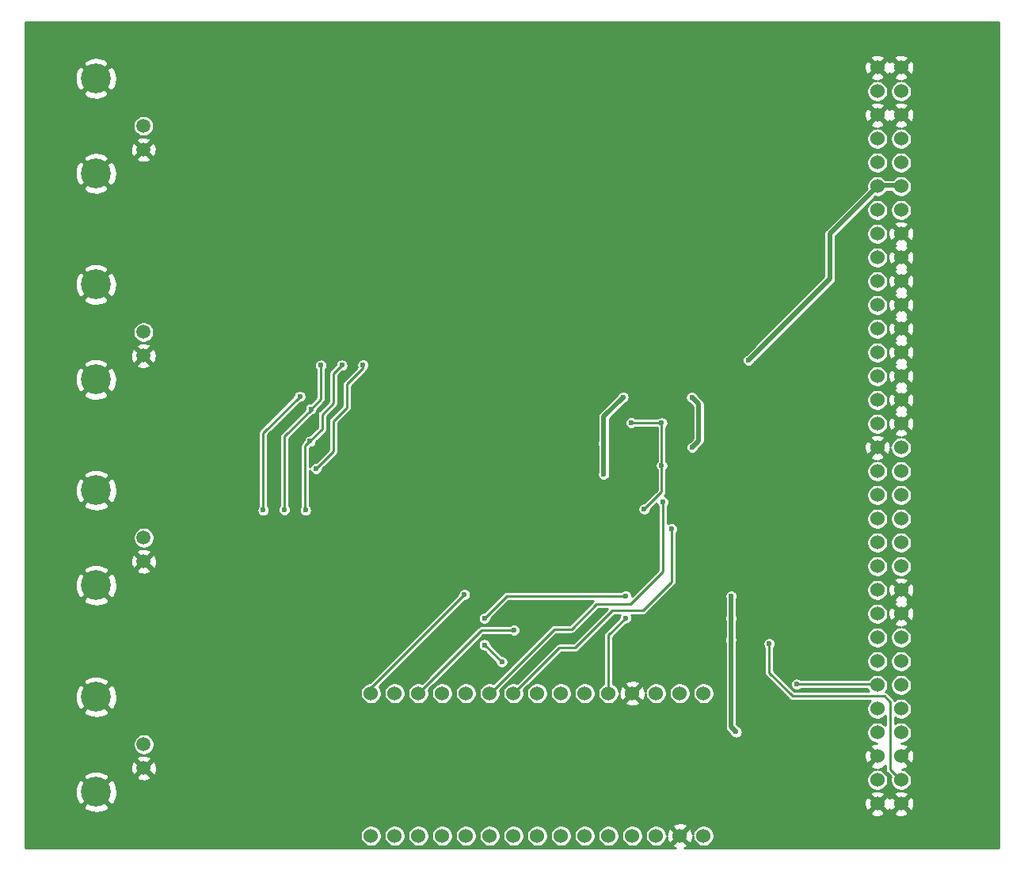
<source format=gbr>
%TF.GenerationSoftware,KiCad,Pcbnew,5.1.9-73d0e3b20d~88~ubuntu20.04.1*%
%TF.CreationDate,2021-05-09T07:33:52+02:00*%
%TF.ProjectId,bkm-129x-simple,626b6d2d-3132-4397-982d-73696d706c65,rev?*%
%TF.SameCoordinates,Original*%
%TF.FileFunction,Copper,L2,Bot*%
%TF.FilePolarity,Positive*%
%FSLAX46Y46*%
G04 Gerber Fmt 4.6, Leading zero omitted, Abs format (unit mm)*
G04 Created by KiCad (PCBNEW 5.1.9-73d0e3b20d~88~ubuntu20.04.1) date 2021-05-09 07:33:52*
%MOMM*%
%LPD*%
G01*
G04 APERTURE LIST*
%TA.AperFunction,ComponentPad*%
%ADD10C,1.500000*%
%TD*%
%TA.AperFunction,ComponentPad*%
%ADD11C,3.200000*%
%TD*%
%TA.AperFunction,ComponentPad*%
%ADD12C,1.524000*%
%TD*%
%TA.AperFunction,ViaPad*%
%ADD13C,0.600000*%
%TD*%
%TA.AperFunction,Conductor*%
%ADD14C,0.250000*%
%TD*%
%TA.AperFunction,Conductor*%
%ADD15C,0.500000*%
%TD*%
%TA.AperFunction,Conductor*%
%ADD16C,0.254000*%
%TD*%
%TA.AperFunction,Conductor*%
%ADD17C,0.100000*%
%TD*%
G04 APERTURE END LIST*
D10*
%TO.P,J1,2*%
%TO.N,GND*%
X134086600Y-75971400D03*
D11*
X129006600Y-68351400D03*
X129006600Y-78511400D03*
D10*
%TO.P,J1,1*%
%TO.N,Net-(C1-Pad2)*%
X134086600Y-73431400D03*
%TD*%
%TO.P,J2,2*%
%TO.N,GND*%
X134086600Y-98018600D03*
D11*
X129006600Y-90398600D03*
X129006600Y-100558600D03*
D10*
%TO.P,J2,1*%
%TO.N,Net-(C2-Pad2)*%
X134086600Y-95478600D03*
%TD*%
%TO.P,J3,2*%
%TO.N,GND*%
X134112000Y-120015000D03*
D11*
X129032000Y-112395000D03*
X129032000Y-122555000D03*
D10*
%TO.P,J3,1*%
%TO.N,Net-(C3-Pad2)*%
X134112000Y-117475000D03*
%TD*%
%TO.P,J4,2*%
%TO.N,GND*%
X134112000Y-142113000D03*
D11*
X129032000Y-134493000D03*
X129032000Y-144653000D03*
D10*
%TO.P,J4,1*%
%TO.N,Net-(C4-Pad2)*%
X134112000Y-139573000D03*
%TD*%
D12*
%TO.P,J5,1b*%
%TO.N,GND*%
X212547200Y-67183000D03*
%TO.P,J5,2b*%
%TO.N,N/C*%
X212547200Y-69723000D03*
%TO.P,J5,3b*%
%TO.N,GND*%
X212547200Y-72263000D03*
%TO.P,J5,4b*%
%TO.N,N/C*%
X212547200Y-74803000D03*
%TO.P,J5,5b*%
X212547200Y-77343000D03*
%TO.P,J5,6b*%
%TO.N,VSS*%
X212547200Y-79883000D03*
%TO.P,J5,7b*%
%TO.N,VDD*%
X212547200Y-82423000D03*
%TO.P,J5,8b*%
%TO.N,N/C*%
X212547200Y-84963000D03*
%TO.P,J5,9b*%
X212547200Y-87503000D03*
%TO.P,J5,10b*%
X212547200Y-90043000D03*
%TO.P,J5,11b*%
%TO.N,/Y/G*%
X212547200Y-92583000D03*
%TO.P,J5,12b*%
X212547200Y-95123000D03*
%TO.P,J5,13b*%
%TO.N,/P-B/B*%
X212547200Y-97663000D03*
%TO.P,J5,14b*%
X212547200Y-100203000D03*
%TO.P,J5,15b*%
%TO.N,/P-R/R*%
X212547200Y-102743000D03*
%TO.P,J5,16b*%
X212547200Y-105283000D03*
%TO.P,J5,17b*%
%TO.N,GND*%
X212547200Y-107823000D03*
%TO.P,J5,18b*%
%TO.N,N/C*%
X212547200Y-110363000D03*
%TO.P,J5,19b*%
X212547200Y-112903000D03*
%TO.P,J5,20b*%
%TO.N,Net-(J5-Pad20b)*%
X212547200Y-115443000D03*
%TO.P,J5,21b*%
X212547200Y-117983000D03*
%TO.P,J5,22b*%
%TO.N,/EXT_SYNC*%
X212547200Y-120523000D03*
%TO.P,J5,23b*%
%TO.N,N/C*%
X212547200Y-123063000D03*
%TO.P,J5,24b*%
X212547200Y-125603000D03*
%TO.P,J5,25b*%
X212547200Y-128143000D03*
%TO.P,J5,26b*%
%TO.N,/RESET*%
X212547200Y-130683000D03*
%TO.P,J5,27b*%
%TO.N,/MISO*%
X212547200Y-133223000D03*
%TO.P,J5,28b*%
%TO.N,/SCLK*%
X212547200Y-135763000D03*
%TO.P,J5,29b*%
%TO.N,+5VD*%
X212547200Y-138303000D03*
%TO.P,J5,30b*%
%TO.N,GND*%
X212547200Y-140843000D03*
%TO.P,J5,31b*%
%TO.N,N/C*%
X212547200Y-143383000D03*
%TO.P,J5,32b*%
%TO.N,GND*%
X212547200Y-145923000D03*
%TO.P,J5,1a*%
X215087200Y-67183000D03*
%TO.P,J5,2a*%
%TO.N,N/C*%
X215087200Y-69723000D03*
%TO.P,J5,3a*%
%TO.N,GND*%
X215087200Y-72263000D03*
%TO.P,J5,4a*%
%TO.N,N/C*%
X215087200Y-74803000D03*
%TO.P,J5,5a*%
X215087200Y-77343000D03*
%TO.P,J5,6a*%
%TO.N,VSS*%
X215087200Y-79883000D03*
%TO.P,J5,7a*%
%TO.N,VDD*%
X215087200Y-82423000D03*
%TO.P,J5,8a*%
%TO.N,GND*%
X215087200Y-84963000D03*
%TO.P,J5,9a*%
X215087200Y-87503000D03*
%TO.P,J5,10a*%
X215087200Y-90043000D03*
%TO.P,J5,11a*%
X215087200Y-92583000D03*
%TO.P,J5,12a*%
X215087200Y-95123000D03*
%TO.P,J5,13a*%
X215087200Y-97663000D03*
%TO.P,J5,14a*%
X215087200Y-100203000D03*
%TO.P,J5,15a*%
X215087200Y-102743000D03*
%TO.P,J5,16a*%
X215087200Y-105283000D03*
%TO.P,J5,17a*%
%TO.N,N/C*%
X215087200Y-107823000D03*
%TO.P,J5,18a*%
X215087200Y-110363000D03*
%TO.P,J5,19a*%
X215087200Y-112903000D03*
%TO.P,J5,20a*%
%TO.N,Net-(J5-Pad20a)*%
X215087200Y-115443000D03*
%TO.P,J5,21a*%
X215087200Y-117983000D03*
%TO.P,J5,22a*%
%TO.N,/EXT_SYNC*%
X215087200Y-120523000D03*
%TO.P,J5,23a*%
%TO.N,GND*%
X215087200Y-123063000D03*
%TO.P,J5,24a*%
X215087200Y-125603000D03*
%TO.P,J5,25a*%
%TO.N,N/C*%
X215087200Y-128143000D03*
%TO.P,J5,26a*%
X215087200Y-130683000D03*
%TO.P,J5,27a*%
X215087200Y-133223000D03*
%TO.P,J5,28a*%
%TO.N,/MOSI*%
X215087200Y-135763000D03*
%TO.P,J5,29a*%
%TO.N,+5VD*%
X215087200Y-138303000D03*
%TO.P,J5,30a*%
%TO.N,GND*%
X215087200Y-140843000D03*
%TO.P,J5,31a*%
%TO.N,/SLOT_ID*%
X215087200Y-143383000D03*
%TO.P,J5,32a*%
%TO.N,GND*%
X215087200Y-145923000D03*
%TD*%
%TO.P,U3,1*%
%TO.N,N/C*%
X193967100Y-134112000D03*
%TO.P,U3,2*%
X191427100Y-134112000D03*
%TO.P,U3,3*%
X188887100Y-134112000D03*
%TO.P,U3,4*%
%TO.N,GND*%
X186347100Y-134112000D03*
%TO.P,U3,5*%
%TO.N,/MCU_SLOT_ID*%
X183807100Y-134112000D03*
%TO.P,U3,6*%
%TO.N,N/C*%
X181267100Y-134112000D03*
%TO.P,U3,7*%
X178727100Y-134112000D03*
%TO.P,U3,8*%
X176187100Y-134112000D03*
%TO.P,U3,9*%
%TO.N,~BX_OE*%
X173647100Y-134112000D03*
%TO.P,U3,10*%
%TO.N,~EXT_SYNC_OE*%
X171107100Y-134112000D03*
%TO.P,U3,11*%
%TO.N,N/C*%
X168567100Y-134112000D03*
%TO.P,U3,12*%
X166027100Y-134112000D03*
%TO.P,U3,13*%
%TO.N,Net-(U3-Pad13)*%
X163487100Y-134112000D03*
%TO.P,U3,14*%
%TO.N,Net-(U3-Pad14)*%
X160947100Y-134112000D03*
%TO.P,U3,15*%
%TO.N,Net-(R23-Pad1)*%
X158407100Y-134112000D03*
%TO.P,U3,16*%
%TO.N,/MCU_SCK*%
X158407100Y-149352000D03*
%TO.P,U3,17*%
%TO.N,N/C*%
X160947100Y-149352000D03*
%TO.P,U3,18*%
X163487100Y-149352000D03*
%TO.P,U3,19*%
X166027100Y-149352000D03*
%TO.P,U3,20*%
X168567100Y-149352000D03*
%TO.P,U3,21*%
X171107100Y-149352000D03*
%TO.P,U3,22*%
X173647100Y-149352000D03*
%TO.P,U3,23*%
X176187100Y-149352000D03*
%TO.P,U3,24*%
X178727100Y-149352000D03*
%TO.P,U3,25*%
X181267100Y-149352000D03*
%TO.P,U3,26*%
X183807100Y-149352000D03*
%TO.P,U3,27*%
%TO.N,+5VD*%
X186347100Y-149352000D03*
%TO.P,U3,28*%
%TO.N,/~MCU_RESET*%
X188887100Y-149352000D03*
%TO.P,U3,29*%
%TO.N,GND*%
X191427100Y-149352000D03*
%TO.P,U3,30*%
%TO.N,N/C*%
X193967100Y-149352000D03*
%TD*%
D13*
%TO.N,Net-(C1-Pad1)*%
X146888200Y-114528600D03*
X150799800Y-102362000D03*
%TO.N,Net-(C2-Pad1)*%
X149148800Y-114503200D03*
X153060400Y-99034600D03*
X151993600Y-103708200D03*
%TO.N,Net-(C3-Pad1)*%
X151409400Y-114528600D03*
X155295600Y-99034600D03*
X151892000Y-107162600D03*
%TO.N,Net-(C4-Pad1)*%
X157556200Y-99009200D03*
X152552400Y-110083600D03*
%TO.N,GND*%
X177730000Y-107580000D03*
X177710000Y-105330000D03*
X177710000Y-103050000D03*
X192310000Y-106860000D03*
X165506400Y-97307400D03*
X157632400Y-108102400D03*
X169138600Y-130111500D03*
%TO.N,VDD*%
X183290000Y-110700000D03*
X185360000Y-102440000D03*
X183280000Y-107360000D03*
%TO.N,VSS*%
X192710000Y-102460000D03*
X192730000Y-107810000D03*
X198755000Y-98501200D03*
%TO.N,/MISO*%
X203911200Y-133146800D03*
%TO.N,/SLOT_ID*%
X200990200Y-128803400D03*
%TO.N,~BX_OE*%
X190540000Y-116510000D03*
X187620000Y-114420000D03*
X189490000Y-109760000D03*
X189490000Y-105210000D03*
X186240000Y-105200000D03*
%TO.N,~EXT_SYNC_OE*%
X189620000Y-113660000D03*
%TO.N,Net-(R21-Pad1)*%
X185648600Y-123698000D03*
X170535600Y-126085600D03*
%TO.N,+5VD*%
X196875400Y-128397000D03*
X196900800Y-126060200D03*
X196926200Y-123723400D03*
X197446900Y-138239500D03*
%TO.N,Net-(R23-Pad1)*%
X168402000Y-123571000D03*
%TO.N,Net-(R24-Pad1)*%
X170535600Y-128930400D03*
X172389800Y-130759200D03*
%TO.N,/MCU_SLOT_ID*%
X185623200Y-126060200D03*
%TO.N,Net-(U3-Pad13)*%
X173710600Y-127381000D03*
%TD*%
D14*
%TO.N,Net-(C1-Pad1)*%
X146888200Y-106273600D02*
X146888200Y-114528600D01*
X150799800Y-102362000D02*
X146888200Y-106273600D01*
%TO.N,Net-(C2-Pad1)*%
X152069800Y-103708200D02*
X151993600Y-103708200D01*
X149148800Y-106629200D02*
X152069800Y-103708200D01*
X149148800Y-114503200D02*
X149148800Y-106629200D01*
X153060400Y-102641400D02*
X153060400Y-99034600D01*
X151993600Y-103708200D02*
X153060400Y-102641400D01*
%TO.N,Net-(C3-Pad1)*%
X151384000Y-107670600D02*
X151892000Y-107162600D01*
X151384000Y-114503200D02*
X151384000Y-107670600D01*
X151409400Y-114528600D02*
X151384000Y-114503200D01*
X153187400Y-105867200D02*
X153187400Y-104292400D01*
X153187400Y-104292400D02*
X154406600Y-103073200D01*
X154406600Y-99923600D02*
X155295600Y-99034600D01*
X154406600Y-103073200D02*
X154406600Y-99923600D01*
X151892000Y-107162600D02*
X153187400Y-105867200D01*
%TO.N,Net-(C4-Pad1)*%
X154393900Y-108242100D02*
X154393900Y-104990900D01*
X154393900Y-104990900D02*
X155854400Y-103530400D01*
X157556200Y-99339400D02*
X157556200Y-99009200D01*
X155854400Y-101041200D02*
X157556200Y-99339400D01*
X155854400Y-103530400D02*
X155854400Y-101041200D01*
X152552400Y-110083600D02*
X154393900Y-108242100D01*
D15*
%TO.N,VDD*%
X183280000Y-107360000D02*
X183280000Y-110690000D01*
X183280000Y-110690000D02*
X183290000Y-110700000D01*
X185360000Y-102440000D02*
X183280000Y-104520000D01*
X183280000Y-104520000D02*
X183280000Y-107360000D01*
%TO.N,VSS*%
X192710000Y-102460000D02*
X193440000Y-103190000D01*
X193440000Y-103190000D02*
X193440000Y-107100000D01*
X193440000Y-107100000D02*
X192730000Y-107810000D01*
X207467200Y-84963000D02*
X212547200Y-79883000D01*
X207467200Y-89789000D02*
X207467200Y-84963000D01*
X198755000Y-98501200D02*
X207467200Y-89789000D01*
X215011000Y-79819500D02*
X212598000Y-79819500D01*
D14*
%TO.N,/MISO*%
X203911200Y-133146800D02*
X212471000Y-133146800D01*
X212471000Y-133146800D02*
X212547200Y-133223000D01*
X203923900Y-133159500D02*
X203911200Y-133146800D01*
%TO.N,/SLOT_ID*%
X215087200Y-143383000D02*
X215036400Y-143383000D01*
X215036400Y-143383000D02*
X213893400Y-142240000D01*
X213893400Y-142240000D02*
X213893400Y-135026400D01*
X213893400Y-135026400D02*
X213283800Y-134416800D01*
X213283800Y-134416800D02*
X203479400Y-134416800D01*
X200990200Y-131927600D02*
X200990200Y-128803400D01*
X203479400Y-134416800D02*
X200990200Y-131927600D01*
%TO.N,~BX_OE*%
X173647100Y-134112000D02*
X173658000Y-134112000D01*
X173658000Y-134112000D02*
X178530000Y-129240000D01*
X178530000Y-129240000D02*
X180240000Y-129240000D01*
X180240000Y-129240000D02*
X184210000Y-125270000D01*
X184210000Y-125270000D02*
X187460000Y-125270000D01*
X187460000Y-125270000D02*
X190540000Y-122190000D01*
X190540000Y-122190000D02*
X190540000Y-116510000D01*
X189490000Y-109760000D02*
X189490000Y-112550000D01*
X189490000Y-112550000D02*
X187620000Y-114420000D01*
X189490000Y-105210000D02*
X189490000Y-109760000D01*
X186250000Y-105210000D02*
X189490000Y-105210000D01*
X186240000Y-105200000D02*
X186250000Y-105210000D01*
%TO.N,~EXT_SYNC_OE*%
X171107100Y-134112000D02*
X171128000Y-134112000D01*
X171128000Y-134112000D02*
X178000000Y-127240000D01*
X189620000Y-121110000D02*
X189620000Y-113660000D01*
X186160000Y-124570000D02*
X189620000Y-121110000D01*
X182530000Y-124570000D02*
X186160000Y-124570000D01*
X179860000Y-127240000D02*
X182530000Y-124570000D01*
X178000000Y-127240000D02*
X179860000Y-127240000D01*
X171107100Y-134112000D02*
X170865800Y-134112000D01*
%TO.N,Net-(R21-Pad1)*%
X172923200Y-123698000D02*
X185648600Y-123698000D01*
X170535600Y-126085600D02*
X172923200Y-123698000D01*
D15*
%TO.N,+5VD*%
X196875400Y-128397000D02*
X196900800Y-128397000D01*
X196900800Y-128397000D02*
X196875400Y-128397000D01*
X196875400Y-128397000D02*
X196900800Y-128397000D01*
X196926200Y-123723400D02*
X196900800Y-123723400D01*
X196900800Y-123723400D02*
X196900800Y-126060200D01*
X196900800Y-128397000D02*
X196900800Y-137693400D01*
X196900800Y-137693400D02*
X197446900Y-138239500D01*
X196900800Y-126060200D02*
X196900800Y-128397000D01*
D14*
%TO.N,Net-(R23-Pad1)*%
X158407100Y-134112000D02*
X158407100Y-133565900D01*
X158407100Y-133565900D02*
X168402000Y-123571000D01*
%TO.N,Net-(R24-Pad1)*%
X170561000Y-128930400D02*
X170535600Y-128930400D01*
X172389800Y-130759200D02*
X170561000Y-128930400D01*
%TO.N,/MCU_SLOT_ID*%
X183807100Y-134112000D02*
X183807100Y-127876300D01*
X183807100Y-127876300D02*
X185623200Y-126060200D01*
%TO.N,Net-(U3-Pad13)*%
X163487100Y-134112000D02*
X170218100Y-127381000D01*
X170218100Y-127381000D02*
X173710600Y-127381000D01*
%TD*%
D16*
%TO.N,GND*%
X225540500Y-150674000D02*
X191879250Y-150674000D01*
X192030123Y-150619636D01*
X192146080Y-150557656D01*
X192213060Y-150317565D01*
X191427100Y-149531605D01*
X190641140Y-150317565D01*
X190708120Y-150557656D01*
X190955540Y-150674000D01*
X121487000Y-150674000D01*
X121487000Y-149239424D01*
X157264100Y-149239424D01*
X157264100Y-149464576D01*
X157308025Y-149685401D01*
X157394187Y-149893413D01*
X157519274Y-150080620D01*
X157678480Y-150239826D01*
X157865687Y-150364913D01*
X158073699Y-150451075D01*
X158294524Y-150495000D01*
X158519676Y-150495000D01*
X158740501Y-150451075D01*
X158948513Y-150364913D01*
X159135720Y-150239826D01*
X159294926Y-150080620D01*
X159420013Y-149893413D01*
X159506175Y-149685401D01*
X159550100Y-149464576D01*
X159550100Y-149239424D01*
X159804100Y-149239424D01*
X159804100Y-149464576D01*
X159848025Y-149685401D01*
X159934187Y-149893413D01*
X160059274Y-150080620D01*
X160218480Y-150239826D01*
X160405687Y-150364913D01*
X160613699Y-150451075D01*
X160834524Y-150495000D01*
X161059676Y-150495000D01*
X161280501Y-150451075D01*
X161488513Y-150364913D01*
X161675720Y-150239826D01*
X161834926Y-150080620D01*
X161960013Y-149893413D01*
X162046175Y-149685401D01*
X162090100Y-149464576D01*
X162090100Y-149239424D01*
X162344100Y-149239424D01*
X162344100Y-149464576D01*
X162388025Y-149685401D01*
X162474187Y-149893413D01*
X162599274Y-150080620D01*
X162758480Y-150239826D01*
X162945687Y-150364913D01*
X163153699Y-150451075D01*
X163374524Y-150495000D01*
X163599676Y-150495000D01*
X163820501Y-150451075D01*
X164028513Y-150364913D01*
X164215720Y-150239826D01*
X164374926Y-150080620D01*
X164500013Y-149893413D01*
X164586175Y-149685401D01*
X164630100Y-149464576D01*
X164630100Y-149239424D01*
X164884100Y-149239424D01*
X164884100Y-149464576D01*
X164928025Y-149685401D01*
X165014187Y-149893413D01*
X165139274Y-150080620D01*
X165298480Y-150239826D01*
X165485687Y-150364913D01*
X165693699Y-150451075D01*
X165914524Y-150495000D01*
X166139676Y-150495000D01*
X166360501Y-150451075D01*
X166568513Y-150364913D01*
X166755720Y-150239826D01*
X166914926Y-150080620D01*
X167040013Y-149893413D01*
X167126175Y-149685401D01*
X167170100Y-149464576D01*
X167170100Y-149239424D01*
X167424100Y-149239424D01*
X167424100Y-149464576D01*
X167468025Y-149685401D01*
X167554187Y-149893413D01*
X167679274Y-150080620D01*
X167838480Y-150239826D01*
X168025687Y-150364913D01*
X168233699Y-150451075D01*
X168454524Y-150495000D01*
X168679676Y-150495000D01*
X168900501Y-150451075D01*
X169108513Y-150364913D01*
X169295720Y-150239826D01*
X169454926Y-150080620D01*
X169580013Y-149893413D01*
X169666175Y-149685401D01*
X169710100Y-149464576D01*
X169710100Y-149239424D01*
X169964100Y-149239424D01*
X169964100Y-149464576D01*
X170008025Y-149685401D01*
X170094187Y-149893413D01*
X170219274Y-150080620D01*
X170378480Y-150239826D01*
X170565687Y-150364913D01*
X170773699Y-150451075D01*
X170994524Y-150495000D01*
X171219676Y-150495000D01*
X171440501Y-150451075D01*
X171648513Y-150364913D01*
X171835720Y-150239826D01*
X171994926Y-150080620D01*
X172120013Y-149893413D01*
X172206175Y-149685401D01*
X172250100Y-149464576D01*
X172250100Y-149239424D01*
X172504100Y-149239424D01*
X172504100Y-149464576D01*
X172548025Y-149685401D01*
X172634187Y-149893413D01*
X172759274Y-150080620D01*
X172918480Y-150239826D01*
X173105687Y-150364913D01*
X173313699Y-150451075D01*
X173534524Y-150495000D01*
X173759676Y-150495000D01*
X173980501Y-150451075D01*
X174188513Y-150364913D01*
X174375720Y-150239826D01*
X174534926Y-150080620D01*
X174660013Y-149893413D01*
X174746175Y-149685401D01*
X174790100Y-149464576D01*
X174790100Y-149239424D01*
X175044100Y-149239424D01*
X175044100Y-149464576D01*
X175088025Y-149685401D01*
X175174187Y-149893413D01*
X175299274Y-150080620D01*
X175458480Y-150239826D01*
X175645687Y-150364913D01*
X175853699Y-150451075D01*
X176074524Y-150495000D01*
X176299676Y-150495000D01*
X176520501Y-150451075D01*
X176728513Y-150364913D01*
X176915720Y-150239826D01*
X177074926Y-150080620D01*
X177200013Y-149893413D01*
X177286175Y-149685401D01*
X177330100Y-149464576D01*
X177330100Y-149239424D01*
X177584100Y-149239424D01*
X177584100Y-149464576D01*
X177628025Y-149685401D01*
X177714187Y-149893413D01*
X177839274Y-150080620D01*
X177998480Y-150239826D01*
X178185687Y-150364913D01*
X178393699Y-150451075D01*
X178614524Y-150495000D01*
X178839676Y-150495000D01*
X179060501Y-150451075D01*
X179268513Y-150364913D01*
X179455720Y-150239826D01*
X179614926Y-150080620D01*
X179740013Y-149893413D01*
X179826175Y-149685401D01*
X179870100Y-149464576D01*
X179870100Y-149239424D01*
X180124100Y-149239424D01*
X180124100Y-149464576D01*
X180168025Y-149685401D01*
X180254187Y-149893413D01*
X180379274Y-150080620D01*
X180538480Y-150239826D01*
X180725687Y-150364913D01*
X180933699Y-150451075D01*
X181154524Y-150495000D01*
X181379676Y-150495000D01*
X181600501Y-150451075D01*
X181808513Y-150364913D01*
X181995720Y-150239826D01*
X182154926Y-150080620D01*
X182280013Y-149893413D01*
X182366175Y-149685401D01*
X182410100Y-149464576D01*
X182410100Y-149239424D01*
X182664100Y-149239424D01*
X182664100Y-149464576D01*
X182708025Y-149685401D01*
X182794187Y-149893413D01*
X182919274Y-150080620D01*
X183078480Y-150239826D01*
X183265687Y-150364913D01*
X183473699Y-150451075D01*
X183694524Y-150495000D01*
X183919676Y-150495000D01*
X184140501Y-150451075D01*
X184348513Y-150364913D01*
X184535720Y-150239826D01*
X184694926Y-150080620D01*
X184820013Y-149893413D01*
X184906175Y-149685401D01*
X184950100Y-149464576D01*
X184950100Y-149239424D01*
X185204100Y-149239424D01*
X185204100Y-149464576D01*
X185248025Y-149685401D01*
X185334187Y-149893413D01*
X185459274Y-150080620D01*
X185618480Y-150239826D01*
X185805687Y-150364913D01*
X186013699Y-150451075D01*
X186234524Y-150495000D01*
X186459676Y-150495000D01*
X186680501Y-150451075D01*
X186888513Y-150364913D01*
X187075720Y-150239826D01*
X187234926Y-150080620D01*
X187360013Y-149893413D01*
X187446175Y-149685401D01*
X187490100Y-149464576D01*
X187490100Y-149239424D01*
X187744100Y-149239424D01*
X187744100Y-149464576D01*
X187788025Y-149685401D01*
X187874187Y-149893413D01*
X187999274Y-150080620D01*
X188158480Y-150239826D01*
X188345687Y-150364913D01*
X188553699Y-150451075D01*
X188774524Y-150495000D01*
X188999676Y-150495000D01*
X189220501Y-150451075D01*
X189428513Y-150364913D01*
X189615720Y-150239826D01*
X189774926Y-150080620D01*
X189900013Y-149893413D01*
X189986175Y-149685401D01*
X190030100Y-149464576D01*
X190030100Y-149456614D01*
X190066178Y-149696133D01*
X190159464Y-149955023D01*
X190221444Y-150070980D01*
X190461535Y-150137960D01*
X191247495Y-149352000D01*
X191606705Y-149352000D01*
X192392665Y-150137960D01*
X192632756Y-150070980D01*
X192749856Y-149821952D01*
X192816123Y-149554865D01*
X192824100Y-149384714D01*
X192824100Y-149464576D01*
X192868025Y-149685401D01*
X192954187Y-149893413D01*
X193079274Y-150080620D01*
X193238480Y-150239826D01*
X193425687Y-150364913D01*
X193633699Y-150451075D01*
X193854524Y-150495000D01*
X194079676Y-150495000D01*
X194300501Y-150451075D01*
X194508513Y-150364913D01*
X194695720Y-150239826D01*
X194854926Y-150080620D01*
X194980013Y-149893413D01*
X195066175Y-149685401D01*
X195110100Y-149464576D01*
X195110100Y-149239424D01*
X195066175Y-149018599D01*
X194980013Y-148810587D01*
X194854926Y-148623380D01*
X194695720Y-148464174D01*
X194508513Y-148339087D01*
X194300501Y-148252925D01*
X194079676Y-148209000D01*
X193854524Y-148209000D01*
X193633699Y-148252925D01*
X193425687Y-148339087D01*
X193238480Y-148464174D01*
X193079274Y-148623380D01*
X192954187Y-148810587D01*
X192868025Y-149018599D01*
X192824100Y-149239424D01*
X192824100Y-149247386D01*
X192788022Y-149007867D01*
X192694736Y-148748977D01*
X192632756Y-148633020D01*
X192392665Y-148566040D01*
X191606705Y-149352000D01*
X191247495Y-149352000D01*
X190461535Y-148566040D01*
X190221444Y-148633020D01*
X190104344Y-148882048D01*
X190038077Y-149149135D01*
X190030100Y-149319286D01*
X190030100Y-149239424D01*
X189986175Y-149018599D01*
X189900013Y-148810587D01*
X189774926Y-148623380D01*
X189615720Y-148464174D01*
X189499375Y-148386435D01*
X190641140Y-148386435D01*
X191427100Y-149172395D01*
X192213060Y-148386435D01*
X192146080Y-148146344D01*
X191897052Y-148029244D01*
X191629965Y-147962977D01*
X191355083Y-147950090D01*
X191082967Y-147991078D01*
X190824077Y-148084364D01*
X190708120Y-148146344D01*
X190641140Y-148386435D01*
X189499375Y-148386435D01*
X189428513Y-148339087D01*
X189220501Y-148252925D01*
X188999676Y-148209000D01*
X188774524Y-148209000D01*
X188553699Y-148252925D01*
X188345687Y-148339087D01*
X188158480Y-148464174D01*
X187999274Y-148623380D01*
X187874187Y-148810587D01*
X187788025Y-149018599D01*
X187744100Y-149239424D01*
X187490100Y-149239424D01*
X187446175Y-149018599D01*
X187360013Y-148810587D01*
X187234926Y-148623380D01*
X187075720Y-148464174D01*
X186888513Y-148339087D01*
X186680501Y-148252925D01*
X186459676Y-148209000D01*
X186234524Y-148209000D01*
X186013699Y-148252925D01*
X185805687Y-148339087D01*
X185618480Y-148464174D01*
X185459274Y-148623380D01*
X185334187Y-148810587D01*
X185248025Y-149018599D01*
X185204100Y-149239424D01*
X184950100Y-149239424D01*
X184906175Y-149018599D01*
X184820013Y-148810587D01*
X184694926Y-148623380D01*
X184535720Y-148464174D01*
X184348513Y-148339087D01*
X184140501Y-148252925D01*
X183919676Y-148209000D01*
X183694524Y-148209000D01*
X183473699Y-148252925D01*
X183265687Y-148339087D01*
X183078480Y-148464174D01*
X182919274Y-148623380D01*
X182794187Y-148810587D01*
X182708025Y-149018599D01*
X182664100Y-149239424D01*
X182410100Y-149239424D01*
X182366175Y-149018599D01*
X182280013Y-148810587D01*
X182154926Y-148623380D01*
X181995720Y-148464174D01*
X181808513Y-148339087D01*
X181600501Y-148252925D01*
X181379676Y-148209000D01*
X181154524Y-148209000D01*
X180933699Y-148252925D01*
X180725687Y-148339087D01*
X180538480Y-148464174D01*
X180379274Y-148623380D01*
X180254187Y-148810587D01*
X180168025Y-149018599D01*
X180124100Y-149239424D01*
X179870100Y-149239424D01*
X179826175Y-149018599D01*
X179740013Y-148810587D01*
X179614926Y-148623380D01*
X179455720Y-148464174D01*
X179268513Y-148339087D01*
X179060501Y-148252925D01*
X178839676Y-148209000D01*
X178614524Y-148209000D01*
X178393699Y-148252925D01*
X178185687Y-148339087D01*
X177998480Y-148464174D01*
X177839274Y-148623380D01*
X177714187Y-148810587D01*
X177628025Y-149018599D01*
X177584100Y-149239424D01*
X177330100Y-149239424D01*
X177286175Y-149018599D01*
X177200013Y-148810587D01*
X177074926Y-148623380D01*
X176915720Y-148464174D01*
X176728513Y-148339087D01*
X176520501Y-148252925D01*
X176299676Y-148209000D01*
X176074524Y-148209000D01*
X175853699Y-148252925D01*
X175645687Y-148339087D01*
X175458480Y-148464174D01*
X175299274Y-148623380D01*
X175174187Y-148810587D01*
X175088025Y-149018599D01*
X175044100Y-149239424D01*
X174790100Y-149239424D01*
X174746175Y-149018599D01*
X174660013Y-148810587D01*
X174534926Y-148623380D01*
X174375720Y-148464174D01*
X174188513Y-148339087D01*
X173980501Y-148252925D01*
X173759676Y-148209000D01*
X173534524Y-148209000D01*
X173313699Y-148252925D01*
X173105687Y-148339087D01*
X172918480Y-148464174D01*
X172759274Y-148623380D01*
X172634187Y-148810587D01*
X172548025Y-149018599D01*
X172504100Y-149239424D01*
X172250100Y-149239424D01*
X172206175Y-149018599D01*
X172120013Y-148810587D01*
X171994926Y-148623380D01*
X171835720Y-148464174D01*
X171648513Y-148339087D01*
X171440501Y-148252925D01*
X171219676Y-148209000D01*
X170994524Y-148209000D01*
X170773699Y-148252925D01*
X170565687Y-148339087D01*
X170378480Y-148464174D01*
X170219274Y-148623380D01*
X170094187Y-148810587D01*
X170008025Y-149018599D01*
X169964100Y-149239424D01*
X169710100Y-149239424D01*
X169666175Y-149018599D01*
X169580013Y-148810587D01*
X169454926Y-148623380D01*
X169295720Y-148464174D01*
X169108513Y-148339087D01*
X168900501Y-148252925D01*
X168679676Y-148209000D01*
X168454524Y-148209000D01*
X168233699Y-148252925D01*
X168025687Y-148339087D01*
X167838480Y-148464174D01*
X167679274Y-148623380D01*
X167554187Y-148810587D01*
X167468025Y-149018599D01*
X167424100Y-149239424D01*
X167170100Y-149239424D01*
X167126175Y-149018599D01*
X167040013Y-148810587D01*
X166914926Y-148623380D01*
X166755720Y-148464174D01*
X166568513Y-148339087D01*
X166360501Y-148252925D01*
X166139676Y-148209000D01*
X165914524Y-148209000D01*
X165693699Y-148252925D01*
X165485687Y-148339087D01*
X165298480Y-148464174D01*
X165139274Y-148623380D01*
X165014187Y-148810587D01*
X164928025Y-149018599D01*
X164884100Y-149239424D01*
X164630100Y-149239424D01*
X164586175Y-149018599D01*
X164500013Y-148810587D01*
X164374926Y-148623380D01*
X164215720Y-148464174D01*
X164028513Y-148339087D01*
X163820501Y-148252925D01*
X163599676Y-148209000D01*
X163374524Y-148209000D01*
X163153699Y-148252925D01*
X162945687Y-148339087D01*
X162758480Y-148464174D01*
X162599274Y-148623380D01*
X162474187Y-148810587D01*
X162388025Y-149018599D01*
X162344100Y-149239424D01*
X162090100Y-149239424D01*
X162046175Y-149018599D01*
X161960013Y-148810587D01*
X161834926Y-148623380D01*
X161675720Y-148464174D01*
X161488513Y-148339087D01*
X161280501Y-148252925D01*
X161059676Y-148209000D01*
X160834524Y-148209000D01*
X160613699Y-148252925D01*
X160405687Y-148339087D01*
X160218480Y-148464174D01*
X160059274Y-148623380D01*
X159934187Y-148810587D01*
X159848025Y-149018599D01*
X159804100Y-149239424D01*
X159550100Y-149239424D01*
X159506175Y-149018599D01*
X159420013Y-148810587D01*
X159294926Y-148623380D01*
X159135720Y-148464174D01*
X158948513Y-148339087D01*
X158740501Y-148252925D01*
X158519676Y-148209000D01*
X158294524Y-148209000D01*
X158073699Y-148252925D01*
X157865687Y-148339087D01*
X157678480Y-148464174D01*
X157519274Y-148623380D01*
X157394187Y-148810587D01*
X157308025Y-149018599D01*
X157264100Y-149239424D01*
X121487000Y-149239424D01*
X121487000Y-146215845D01*
X127648761Y-146215845D01*
X127816802Y-146541643D01*
X128208607Y-146742426D01*
X128632055Y-146862914D01*
X129070873Y-146898476D01*
X129156311Y-146888565D01*
X211761240Y-146888565D01*
X211828220Y-147128656D01*
X212077248Y-147245756D01*
X212344335Y-147312023D01*
X212619217Y-147324910D01*
X212891333Y-147283922D01*
X213150223Y-147190636D01*
X213266180Y-147128656D01*
X213333160Y-146888565D01*
X214301240Y-146888565D01*
X214368220Y-147128656D01*
X214617248Y-147245756D01*
X214884335Y-147312023D01*
X215159217Y-147324910D01*
X215431333Y-147283922D01*
X215690223Y-147190636D01*
X215806180Y-147128656D01*
X215873160Y-146888565D01*
X215087200Y-146102605D01*
X214301240Y-146888565D01*
X213333160Y-146888565D01*
X212547200Y-146102605D01*
X211761240Y-146888565D01*
X129156311Y-146888565D01*
X129508197Y-146847746D01*
X129927221Y-146712674D01*
X130247198Y-146541643D01*
X130415239Y-146215845D01*
X129032000Y-144832605D01*
X127648761Y-146215845D01*
X121487000Y-146215845D01*
X121487000Y-144691873D01*
X126786524Y-144691873D01*
X126837254Y-145129197D01*
X126972326Y-145548221D01*
X127143357Y-145868198D01*
X127469155Y-146036239D01*
X128852395Y-144653000D01*
X129211605Y-144653000D01*
X130594845Y-146036239D01*
X130674766Y-145995017D01*
X211145290Y-145995017D01*
X211186278Y-146267133D01*
X211279564Y-146526023D01*
X211341544Y-146641980D01*
X211581635Y-146708960D01*
X212367595Y-145923000D01*
X212726805Y-145923000D01*
X213512765Y-146708960D01*
X213752856Y-146641980D01*
X213814279Y-146511356D01*
X213819564Y-146526023D01*
X213881544Y-146641980D01*
X214121635Y-146708960D01*
X214907595Y-145923000D01*
X215266805Y-145923000D01*
X216052765Y-146708960D01*
X216292856Y-146641980D01*
X216409956Y-146392952D01*
X216476223Y-146125865D01*
X216489110Y-145850983D01*
X216448122Y-145578867D01*
X216354836Y-145319977D01*
X216292856Y-145204020D01*
X216052765Y-145137040D01*
X215266805Y-145923000D01*
X214907595Y-145923000D01*
X214121635Y-145137040D01*
X213881544Y-145204020D01*
X213820121Y-145334644D01*
X213814836Y-145319977D01*
X213752856Y-145204020D01*
X213512765Y-145137040D01*
X212726805Y-145923000D01*
X212367595Y-145923000D01*
X211581635Y-145137040D01*
X211341544Y-145204020D01*
X211224444Y-145453048D01*
X211158177Y-145720135D01*
X211145290Y-145995017D01*
X130674766Y-145995017D01*
X130920643Y-145868198D01*
X131121426Y-145476393D01*
X131241914Y-145052945D01*
X131277476Y-144614127D01*
X131226746Y-144176803D01*
X131091674Y-143757779D01*
X130920643Y-143437802D01*
X130594845Y-143269761D01*
X129211605Y-144653000D01*
X128852395Y-144653000D01*
X127469155Y-143269761D01*
X127143357Y-143437802D01*
X126942574Y-143829607D01*
X126822086Y-144253055D01*
X126786524Y-144691873D01*
X121487000Y-144691873D01*
X121487000Y-143090155D01*
X127648761Y-143090155D01*
X129032000Y-144473395D01*
X130415239Y-143090155D01*
X130404840Y-143069993D01*
X133334612Y-143069993D01*
X133400137Y-143308860D01*
X133647116Y-143424760D01*
X133911960Y-143490250D01*
X134184492Y-143502812D01*
X134454238Y-143461965D01*
X134710832Y-143369277D01*
X134823863Y-143308860D01*
X134889388Y-143069993D01*
X134112000Y-142292605D01*
X133334612Y-143069993D01*
X130404840Y-143069993D01*
X130247198Y-142764357D01*
X129855393Y-142563574D01*
X129431945Y-142443086D01*
X128993127Y-142407524D01*
X128555803Y-142458254D01*
X128136779Y-142593326D01*
X127816802Y-142764357D01*
X127648761Y-143090155D01*
X121487000Y-143090155D01*
X121487000Y-142185492D01*
X132722188Y-142185492D01*
X132763035Y-142455238D01*
X132855723Y-142711832D01*
X132916140Y-142824863D01*
X133155007Y-142890388D01*
X133932395Y-142113000D01*
X134291605Y-142113000D01*
X135068993Y-142890388D01*
X135307860Y-142824863D01*
X135423760Y-142577884D01*
X135489250Y-142313040D01*
X135501812Y-142040508D01*
X135460965Y-141770762D01*
X135368277Y-141514168D01*
X135307860Y-141401137D01*
X135068993Y-141335612D01*
X134291605Y-142113000D01*
X133932395Y-142113000D01*
X133155007Y-141335612D01*
X132916140Y-141401137D01*
X132800240Y-141648116D01*
X132734750Y-141912960D01*
X132722188Y-142185492D01*
X121487000Y-142185492D01*
X121487000Y-141156007D01*
X133334612Y-141156007D01*
X134112000Y-141933395D01*
X134889388Y-141156007D01*
X134823863Y-140917140D01*
X134819339Y-140915017D01*
X211145290Y-140915017D01*
X211186278Y-141187133D01*
X211279564Y-141446023D01*
X211341544Y-141561980D01*
X211581635Y-141628960D01*
X212367595Y-140843000D01*
X211581635Y-140057040D01*
X211341544Y-140124020D01*
X211224444Y-140373048D01*
X211158177Y-140640135D01*
X211145290Y-140915017D01*
X134819339Y-140915017D01*
X134576884Y-140801240D01*
X134312040Y-140735750D01*
X134039508Y-140723188D01*
X133769762Y-140764035D01*
X133513168Y-140856723D01*
X133400137Y-140917140D01*
X133334612Y-141156007D01*
X121487000Y-141156007D01*
X121487000Y-139461606D01*
X132981000Y-139461606D01*
X132981000Y-139684394D01*
X133024464Y-139902900D01*
X133109721Y-140108729D01*
X133233495Y-140293970D01*
X133391030Y-140451505D01*
X133576271Y-140575279D01*
X133782100Y-140660536D01*
X134000606Y-140704000D01*
X134223394Y-140704000D01*
X134441900Y-140660536D01*
X134647729Y-140575279D01*
X134832970Y-140451505D01*
X134990505Y-140293970D01*
X135114279Y-140108729D01*
X135199536Y-139902900D01*
X135243000Y-139684394D01*
X135243000Y-139461606D01*
X135199536Y-139243100D01*
X135114279Y-139037271D01*
X134990505Y-138852030D01*
X134832970Y-138694495D01*
X134647729Y-138570721D01*
X134441900Y-138485464D01*
X134223394Y-138442000D01*
X134000606Y-138442000D01*
X133782100Y-138485464D01*
X133576271Y-138570721D01*
X133391030Y-138694495D01*
X133233495Y-138852030D01*
X133109721Y-139037271D01*
X133024464Y-139243100D01*
X132981000Y-139461606D01*
X121487000Y-139461606D01*
X121487000Y-136055845D01*
X127648761Y-136055845D01*
X127816802Y-136381643D01*
X128208607Y-136582426D01*
X128632055Y-136702914D01*
X129070873Y-136738476D01*
X129508197Y-136687746D01*
X129927221Y-136552674D01*
X130247198Y-136381643D01*
X130415239Y-136055845D01*
X129032000Y-134672605D01*
X127648761Y-136055845D01*
X121487000Y-136055845D01*
X121487000Y-134531873D01*
X126786524Y-134531873D01*
X126837254Y-134969197D01*
X126972326Y-135388221D01*
X127143357Y-135708198D01*
X127469155Y-135876239D01*
X128852395Y-134493000D01*
X129211605Y-134493000D01*
X130594845Y-135876239D01*
X130920643Y-135708198D01*
X131121426Y-135316393D01*
X131241914Y-134892945D01*
X131277476Y-134454127D01*
X131226746Y-134016803D01*
X131221144Y-133999424D01*
X157264100Y-133999424D01*
X157264100Y-134224576D01*
X157308025Y-134445401D01*
X157394187Y-134653413D01*
X157519274Y-134840620D01*
X157678480Y-134999826D01*
X157865687Y-135124913D01*
X158073699Y-135211075D01*
X158294524Y-135255000D01*
X158519676Y-135255000D01*
X158740501Y-135211075D01*
X158948513Y-135124913D01*
X159135720Y-134999826D01*
X159294926Y-134840620D01*
X159420013Y-134653413D01*
X159506175Y-134445401D01*
X159550100Y-134224576D01*
X159550100Y-133999424D01*
X159804100Y-133999424D01*
X159804100Y-134224576D01*
X159848025Y-134445401D01*
X159934187Y-134653413D01*
X160059274Y-134840620D01*
X160218480Y-134999826D01*
X160405687Y-135124913D01*
X160613699Y-135211075D01*
X160834524Y-135255000D01*
X161059676Y-135255000D01*
X161280501Y-135211075D01*
X161488513Y-135124913D01*
X161675720Y-134999826D01*
X161834926Y-134840620D01*
X161960013Y-134653413D01*
X162046175Y-134445401D01*
X162090100Y-134224576D01*
X162090100Y-133999424D01*
X162344100Y-133999424D01*
X162344100Y-134224576D01*
X162388025Y-134445401D01*
X162474187Y-134653413D01*
X162599274Y-134840620D01*
X162758480Y-134999826D01*
X162945687Y-135124913D01*
X163153699Y-135211075D01*
X163374524Y-135255000D01*
X163599676Y-135255000D01*
X163820501Y-135211075D01*
X164028513Y-135124913D01*
X164215720Y-134999826D01*
X164374926Y-134840620D01*
X164500013Y-134653413D01*
X164586175Y-134445401D01*
X164630100Y-134224576D01*
X164630100Y-133999424D01*
X164884100Y-133999424D01*
X164884100Y-134224576D01*
X164928025Y-134445401D01*
X165014187Y-134653413D01*
X165139274Y-134840620D01*
X165298480Y-134999826D01*
X165485687Y-135124913D01*
X165693699Y-135211075D01*
X165914524Y-135255000D01*
X166139676Y-135255000D01*
X166360501Y-135211075D01*
X166568513Y-135124913D01*
X166755720Y-134999826D01*
X166914926Y-134840620D01*
X167040013Y-134653413D01*
X167126175Y-134445401D01*
X167170100Y-134224576D01*
X167170100Y-133999424D01*
X167424100Y-133999424D01*
X167424100Y-134224576D01*
X167468025Y-134445401D01*
X167554187Y-134653413D01*
X167679274Y-134840620D01*
X167838480Y-134999826D01*
X168025687Y-135124913D01*
X168233699Y-135211075D01*
X168454524Y-135255000D01*
X168679676Y-135255000D01*
X168900501Y-135211075D01*
X169108513Y-135124913D01*
X169295720Y-134999826D01*
X169454926Y-134840620D01*
X169580013Y-134653413D01*
X169666175Y-134445401D01*
X169710100Y-134224576D01*
X169710100Y-133999424D01*
X169666175Y-133778599D01*
X169580013Y-133570587D01*
X169454926Y-133383380D01*
X169295720Y-133224174D01*
X169108513Y-133099087D01*
X168900501Y-133012925D01*
X168679676Y-132969000D01*
X168454524Y-132969000D01*
X168233699Y-133012925D01*
X168025687Y-133099087D01*
X167838480Y-133224174D01*
X167679274Y-133383380D01*
X167554187Y-133570587D01*
X167468025Y-133778599D01*
X167424100Y-133999424D01*
X167170100Y-133999424D01*
X167126175Y-133778599D01*
X167040013Y-133570587D01*
X166914926Y-133383380D01*
X166755720Y-133224174D01*
X166568513Y-133099087D01*
X166360501Y-133012925D01*
X166139676Y-132969000D01*
X165914524Y-132969000D01*
X165693699Y-133012925D01*
X165485687Y-133099087D01*
X165298480Y-133224174D01*
X165139274Y-133383380D01*
X165014187Y-133570587D01*
X164928025Y-133778599D01*
X164884100Y-133999424D01*
X164630100Y-133999424D01*
X164586175Y-133778599D01*
X164571506Y-133743185D01*
X169451364Y-128863327D01*
X169854600Y-128863327D01*
X169854600Y-128997473D01*
X169880771Y-129129040D01*
X169932106Y-129252974D01*
X170006633Y-129364512D01*
X170101488Y-129459367D01*
X170213026Y-129533894D01*
X170336960Y-129585229D01*
X170468527Y-129611400D01*
X170526409Y-129611400D01*
X171708800Y-130793792D01*
X171708800Y-130826273D01*
X171734971Y-130957840D01*
X171786306Y-131081774D01*
X171860833Y-131193312D01*
X171955688Y-131288167D01*
X172067226Y-131362694D01*
X172191160Y-131414029D01*
X172322727Y-131440200D01*
X172456873Y-131440200D01*
X172588440Y-131414029D01*
X172712374Y-131362694D01*
X172823912Y-131288167D01*
X172918767Y-131193312D01*
X172993294Y-131081774D01*
X173044629Y-130957840D01*
X173070800Y-130826273D01*
X173070800Y-130692127D01*
X173044629Y-130560560D01*
X172993294Y-130436626D01*
X172918767Y-130325088D01*
X172823912Y-130230233D01*
X172712374Y-130155706D01*
X172588440Y-130104371D01*
X172456873Y-130078200D01*
X172424392Y-130078200D01*
X171216600Y-128870409D01*
X171216600Y-128863327D01*
X171190429Y-128731760D01*
X171139094Y-128607826D01*
X171064567Y-128496288D01*
X170969712Y-128401433D01*
X170858174Y-128326906D01*
X170734240Y-128275571D01*
X170602673Y-128249400D01*
X170468527Y-128249400D01*
X170336960Y-128275571D01*
X170213026Y-128326906D01*
X170101488Y-128401433D01*
X170006633Y-128496288D01*
X169932106Y-128607826D01*
X169880771Y-128731760D01*
X169854600Y-128863327D01*
X169451364Y-128863327D01*
X170427692Y-127887000D01*
X173253521Y-127887000D01*
X173276488Y-127909967D01*
X173388026Y-127984494D01*
X173511960Y-128035829D01*
X173643527Y-128062000D01*
X173777673Y-128062000D01*
X173909240Y-128035829D01*
X174033174Y-127984494D01*
X174144712Y-127909967D01*
X174239567Y-127815112D01*
X174314094Y-127703574D01*
X174365429Y-127579640D01*
X174391600Y-127448073D01*
X174391600Y-127313927D01*
X174365429Y-127182360D01*
X174314094Y-127058426D01*
X174239567Y-126946888D01*
X174144712Y-126852033D01*
X174033174Y-126777506D01*
X173909240Y-126726171D01*
X173777673Y-126700000D01*
X173643527Y-126700000D01*
X173511960Y-126726171D01*
X173388026Y-126777506D01*
X173276488Y-126852033D01*
X173253521Y-126875000D01*
X170242945Y-126875000D01*
X170218099Y-126872553D01*
X170193253Y-126875000D01*
X170193246Y-126875000D01*
X170137680Y-126880473D01*
X170118906Y-126882322D01*
X170096707Y-126889056D01*
X170023525Y-126911255D01*
X169935621Y-126958241D01*
X169858573Y-127021473D01*
X169842728Y-127040780D01*
X163855915Y-133027594D01*
X163820501Y-133012925D01*
X163599676Y-132969000D01*
X163374524Y-132969000D01*
X163153699Y-133012925D01*
X162945687Y-133099087D01*
X162758480Y-133224174D01*
X162599274Y-133383380D01*
X162474187Y-133570587D01*
X162388025Y-133778599D01*
X162344100Y-133999424D01*
X162090100Y-133999424D01*
X162046175Y-133778599D01*
X161960013Y-133570587D01*
X161834926Y-133383380D01*
X161675720Y-133224174D01*
X161488513Y-133099087D01*
X161280501Y-133012925D01*
X161059676Y-132969000D01*
X160834524Y-132969000D01*
X160613699Y-133012925D01*
X160405687Y-133099087D01*
X160218480Y-133224174D01*
X160059274Y-133383380D01*
X159934187Y-133570587D01*
X159848025Y-133778599D01*
X159804100Y-133999424D01*
X159550100Y-133999424D01*
X159506175Y-133778599D01*
X159420013Y-133570587D01*
X159299046Y-133389545D01*
X166670064Y-126018527D01*
X169854600Y-126018527D01*
X169854600Y-126152673D01*
X169880771Y-126284240D01*
X169932106Y-126408174D01*
X170006633Y-126519712D01*
X170101488Y-126614567D01*
X170213026Y-126689094D01*
X170336960Y-126740429D01*
X170468527Y-126766600D01*
X170602673Y-126766600D01*
X170734240Y-126740429D01*
X170858174Y-126689094D01*
X170969712Y-126614567D01*
X171064567Y-126519712D01*
X171139094Y-126408174D01*
X171190429Y-126284240D01*
X171216600Y-126152673D01*
X171216600Y-126120191D01*
X173132792Y-124204000D01*
X182178360Y-124204000D01*
X182170473Y-124210473D01*
X182154629Y-124229779D01*
X179650409Y-126734000D01*
X178024854Y-126734000D01*
X178000000Y-126731552D01*
X177975146Y-126734000D01*
X177900807Y-126741322D01*
X177805425Y-126770255D01*
X177717521Y-126817241D01*
X177640473Y-126880473D01*
X177624629Y-126899779D01*
X171490693Y-133033716D01*
X171440501Y-133012925D01*
X171219676Y-132969000D01*
X170994524Y-132969000D01*
X170773699Y-133012925D01*
X170565687Y-133099087D01*
X170378480Y-133224174D01*
X170219274Y-133383380D01*
X170094187Y-133570587D01*
X170008025Y-133778599D01*
X169964100Y-133999424D01*
X169964100Y-134224576D01*
X170008025Y-134445401D01*
X170094187Y-134653413D01*
X170219274Y-134840620D01*
X170378480Y-134999826D01*
X170565687Y-135124913D01*
X170773699Y-135211075D01*
X170994524Y-135255000D01*
X171219676Y-135255000D01*
X171440501Y-135211075D01*
X171648513Y-135124913D01*
X171835720Y-134999826D01*
X171994926Y-134840620D01*
X172120013Y-134653413D01*
X172206175Y-134445401D01*
X172250100Y-134224576D01*
X172250100Y-133999424D01*
X172206175Y-133778599D01*
X172197627Y-133757964D01*
X178209592Y-127746000D01*
X179835154Y-127746000D01*
X179860000Y-127748447D01*
X179884846Y-127746000D01*
X179884854Y-127746000D01*
X179959193Y-127738678D01*
X180054575Y-127709745D01*
X180142479Y-127662759D01*
X180219527Y-127599527D01*
X180235376Y-127580215D01*
X182739592Y-125076000D01*
X183688408Y-125076000D01*
X180030409Y-128734000D01*
X178554845Y-128734000D01*
X178529999Y-128731553D01*
X178505153Y-128734000D01*
X178505146Y-128734000D01*
X178440694Y-128740348D01*
X178430806Y-128741322D01*
X178408607Y-128748056D01*
X178335425Y-128770255D01*
X178247521Y-128817241D01*
X178170473Y-128880473D01*
X178154629Y-128899779D01*
X174023622Y-133030787D01*
X173980501Y-133012925D01*
X173759676Y-132969000D01*
X173534524Y-132969000D01*
X173313699Y-133012925D01*
X173105687Y-133099087D01*
X172918480Y-133224174D01*
X172759274Y-133383380D01*
X172634187Y-133570587D01*
X172548025Y-133778599D01*
X172504100Y-133999424D01*
X172504100Y-134224576D01*
X172548025Y-134445401D01*
X172634187Y-134653413D01*
X172759274Y-134840620D01*
X172918480Y-134999826D01*
X173105687Y-135124913D01*
X173313699Y-135211075D01*
X173534524Y-135255000D01*
X173759676Y-135255000D01*
X173980501Y-135211075D01*
X174188513Y-135124913D01*
X174375720Y-134999826D01*
X174534926Y-134840620D01*
X174660013Y-134653413D01*
X174746175Y-134445401D01*
X174790100Y-134224576D01*
X174790100Y-133999424D01*
X175044100Y-133999424D01*
X175044100Y-134224576D01*
X175088025Y-134445401D01*
X175174187Y-134653413D01*
X175299274Y-134840620D01*
X175458480Y-134999826D01*
X175645687Y-135124913D01*
X175853699Y-135211075D01*
X176074524Y-135255000D01*
X176299676Y-135255000D01*
X176520501Y-135211075D01*
X176728513Y-135124913D01*
X176915720Y-134999826D01*
X177074926Y-134840620D01*
X177200013Y-134653413D01*
X177286175Y-134445401D01*
X177330100Y-134224576D01*
X177330100Y-133999424D01*
X177584100Y-133999424D01*
X177584100Y-134224576D01*
X177628025Y-134445401D01*
X177714187Y-134653413D01*
X177839274Y-134840620D01*
X177998480Y-134999826D01*
X178185687Y-135124913D01*
X178393699Y-135211075D01*
X178614524Y-135255000D01*
X178839676Y-135255000D01*
X179060501Y-135211075D01*
X179268513Y-135124913D01*
X179455720Y-134999826D01*
X179614926Y-134840620D01*
X179740013Y-134653413D01*
X179826175Y-134445401D01*
X179870100Y-134224576D01*
X179870100Y-133999424D01*
X180124100Y-133999424D01*
X180124100Y-134224576D01*
X180168025Y-134445401D01*
X180254187Y-134653413D01*
X180379274Y-134840620D01*
X180538480Y-134999826D01*
X180725687Y-135124913D01*
X180933699Y-135211075D01*
X181154524Y-135255000D01*
X181379676Y-135255000D01*
X181600501Y-135211075D01*
X181808513Y-135124913D01*
X181995720Y-134999826D01*
X182154926Y-134840620D01*
X182280013Y-134653413D01*
X182366175Y-134445401D01*
X182410100Y-134224576D01*
X182410100Y-133999424D01*
X182366175Y-133778599D01*
X182280013Y-133570587D01*
X182154926Y-133383380D01*
X181995720Y-133224174D01*
X181808513Y-133099087D01*
X181600501Y-133012925D01*
X181379676Y-132969000D01*
X181154524Y-132969000D01*
X180933699Y-133012925D01*
X180725687Y-133099087D01*
X180538480Y-133224174D01*
X180379274Y-133383380D01*
X180254187Y-133570587D01*
X180168025Y-133778599D01*
X180124100Y-133999424D01*
X179870100Y-133999424D01*
X179826175Y-133778599D01*
X179740013Y-133570587D01*
X179614926Y-133383380D01*
X179455720Y-133224174D01*
X179268513Y-133099087D01*
X179060501Y-133012925D01*
X178839676Y-132969000D01*
X178614524Y-132969000D01*
X178393699Y-133012925D01*
X178185687Y-133099087D01*
X177998480Y-133224174D01*
X177839274Y-133383380D01*
X177714187Y-133570587D01*
X177628025Y-133778599D01*
X177584100Y-133999424D01*
X177330100Y-133999424D01*
X177286175Y-133778599D01*
X177200013Y-133570587D01*
X177074926Y-133383380D01*
X176915720Y-133224174D01*
X176728513Y-133099087D01*
X176520501Y-133012925D01*
X176299676Y-132969000D01*
X176074524Y-132969000D01*
X175853699Y-133012925D01*
X175645687Y-133099087D01*
X175458480Y-133224174D01*
X175299274Y-133383380D01*
X175174187Y-133570587D01*
X175088025Y-133778599D01*
X175044100Y-133999424D01*
X174790100Y-133999424D01*
X174746175Y-133778599D01*
X174734699Y-133750893D01*
X178739592Y-129746000D01*
X180215154Y-129746000D01*
X180240000Y-129748447D01*
X180264846Y-129746000D01*
X180264854Y-129746000D01*
X180339193Y-129738678D01*
X180434575Y-129709745D01*
X180522479Y-129662759D01*
X180599527Y-129599527D01*
X180615376Y-129580215D01*
X184419592Y-125776000D01*
X185003811Y-125776000D01*
X184968371Y-125861560D01*
X184942200Y-125993127D01*
X184942200Y-126025608D01*
X183466881Y-127500928D01*
X183447574Y-127516773D01*
X183384342Y-127593821D01*
X183380191Y-127601587D01*
X183337355Y-127681726D01*
X183308422Y-127777108D01*
X183298653Y-127876300D01*
X183301101Y-127901156D01*
X183301100Y-133084418D01*
X183265687Y-133099087D01*
X183078480Y-133224174D01*
X182919274Y-133383380D01*
X182794187Y-133570587D01*
X182708025Y-133778599D01*
X182664100Y-133999424D01*
X182664100Y-134224576D01*
X182708025Y-134445401D01*
X182794187Y-134653413D01*
X182919274Y-134840620D01*
X183078480Y-134999826D01*
X183265687Y-135124913D01*
X183473699Y-135211075D01*
X183694524Y-135255000D01*
X183919676Y-135255000D01*
X184140501Y-135211075D01*
X184348513Y-135124913D01*
X184419374Y-135077565D01*
X185561140Y-135077565D01*
X185628120Y-135317656D01*
X185877148Y-135434756D01*
X186144235Y-135501023D01*
X186419117Y-135513910D01*
X186691233Y-135472922D01*
X186950123Y-135379636D01*
X187066080Y-135317656D01*
X187133060Y-135077565D01*
X186347100Y-134291605D01*
X185561140Y-135077565D01*
X184419374Y-135077565D01*
X184535720Y-134999826D01*
X184694926Y-134840620D01*
X184820013Y-134653413D01*
X184906175Y-134445401D01*
X184950100Y-134224576D01*
X184950100Y-134216614D01*
X184986178Y-134456133D01*
X185079464Y-134715023D01*
X185141444Y-134830980D01*
X185381535Y-134897960D01*
X186167495Y-134112000D01*
X186526705Y-134112000D01*
X187312665Y-134897960D01*
X187552756Y-134830980D01*
X187669856Y-134581952D01*
X187736123Y-134314865D01*
X187744100Y-134144714D01*
X187744100Y-134224576D01*
X187788025Y-134445401D01*
X187874187Y-134653413D01*
X187999274Y-134840620D01*
X188158480Y-134999826D01*
X188345687Y-135124913D01*
X188553699Y-135211075D01*
X188774524Y-135255000D01*
X188999676Y-135255000D01*
X189220501Y-135211075D01*
X189428513Y-135124913D01*
X189615720Y-134999826D01*
X189774926Y-134840620D01*
X189900013Y-134653413D01*
X189986175Y-134445401D01*
X190030100Y-134224576D01*
X190030100Y-133999424D01*
X190284100Y-133999424D01*
X190284100Y-134224576D01*
X190328025Y-134445401D01*
X190414187Y-134653413D01*
X190539274Y-134840620D01*
X190698480Y-134999826D01*
X190885687Y-135124913D01*
X191093699Y-135211075D01*
X191314524Y-135255000D01*
X191539676Y-135255000D01*
X191760501Y-135211075D01*
X191968513Y-135124913D01*
X192155720Y-134999826D01*
X192314926Y-134840620D01*
X192440013Y-134653413D01*
X192526175Y-134445401D01*
X192570100Y-134224576D01*
X192570100Y-133999424D01*
X192824100Y-133999424D01*
X192824100Y-134224576D01*
X192868025Y-134445401D01*
X192954187Y-134653413D01*
X193079274Y-134840620D01*
X193238480Y-134999826D01*
X193425687Y-135124913D01*
X193633699Y-135211075D01*
X193854524Y-135255000D01*
X194079676Y-135255000D01*
X194300501Y-135211075D01*
X194508513Y-135124913D01*
X194695720Y-134999826D01*
X194854926Y-134840620D01*
X194980013Y-134653413D01*
X195066175Y-134445401D01*
X195110100Y-134224576D01*
X195110100Y-133999424D01*
X195066175Y-133778599D01*
X194980013Y-133570587D01*
X194854926Y-133383380D01*
X194695720Y-133224174D01*
X194508513Y-133099087D01*
X194300501Y-133012925D01*
X194079676Y-132969000D01*
X193854524Y-132969000D01*
X193633699Y-133012925D01*
X193425687Y-133099087D01*
X193238480Y-133224174D01*
X193079274Y-133383380D01*
X192954187Y-133570587D01*
X192868025Y-133778599D01*
X192824100Y-133999424D01*
X192570100Y-133999424D01*
X192526175Y-133778599D01*
X192440013Y-133570587D01*
X192314926Y-133383380D01*
X192155720Y-133224174D01*
X191968513Y-133099087D01*
X191760501Y-133012925D01*
X191539676Y-132969000D01*
X191314524Y-132969000D01*
X191093699Y-133012925D01*
X190885687Y-133099087D01*
X190698480Y-133224174D01*
X190539274Y-133383380D01*
X190414187Y-133570587D01*
X190328025Y-133778599D01*
X190284100Y-133999424D01*
X190030100Y-133999424D01*
X189986175Y-133778599D01*
X189900013Y-133570587D01*
X189774926Y-133383380D01*
X189615720Y-133224174D01*
X189428513Y-133099087D01*
X189220501Y-133012925D01*
X188999676Y-132969000D01*
X188774524Y-132969000D01*
X188553699Y-133012925D01*
X188345687Y-133099087D01*
X188158480Y-133224174D01*
X187999274Y-133383380D01*
X187874187Y-133570587D01*
X187788025Y-133778599D01*
X187744100Y-133999424D01*
X187744100Y-134007386D01*
X187708022Y-133767867D01*
X187614736Y-133508977D01*
X187552756Y-133393020D01*
X187312665Y-133326040D01*
X186526705Y-134112000D01*
X186167495Y-134112000D01*
X185381535Y-133326040D01*
X185141444Y-133393020D01*
X185024344Y-133642048D01*
X184958077Y-133909135D01*
X184950100Y-134079286D01*
X184950100Y-133999424D01*
X184906175Y-133778599D01*
X184820013Y-133570587D01*
X184694926Y-133383380D01*
X184535720Y-133224174D01*
X184419375Y-133146435D01*
X185561140Y-133146435D01*
X186347100Y-133932395D01*
X187133060Y-133146435D01*
X187066080Y-132906344D01*
X186817052Y-132789244D01*
X186549965Y-132722977D01*
X186275083Y-132710090D01*
X186002967Y-132751078D01*
X185744077Y-132844364D01*
X185628120Y-132906344D01*
X185561140Y-133146435D01*
X184419375Y-133146435D01*
X184348513Y-133099087D01*
X184313100Y-133084418D01*
X184313100Y-128329927D01*
X196194400Y-128329927D01*
X196194400Y-128464073D01*
X196220571Y-128595640D01*
X196269800Y-128714490D01*
X196269801Y-137662400D01*
X196266748Y-137693400D01*
X196278930Y-137817097D01*
X196315011Y-137936041D01*
X196373604Y-138045660D01*
X196432697Y-138117665D01*
X196432700Y-138117668D01*
X196452458Y-138141743D01*
X196476532Y-138161501D01*
X196819577Y-138504546D01*
X196843406Y-138562074D01*
X196917933Y-138673612D01*
X197012788Y-138768467D01*
X197124326Y-138842994D01*
X197248260Y-138894329D01*
X197379827Y-138920500D01*
X197513973Y-138920500D01*
X197645540Y-138894329D01*
X197769474Y-138842994D01*
X197881012Y-138768467D01*
X197975867Y-138673612D01*
X198050394Y-138562074D01*
X198101729Y-138438140D01*
X198127900Y-138306573D01*
X198127900Y-138172427D01*
X198101729Y-138040860D01*
X198050394Y-137916926D01*
X197975867Y-137805388D01*
X197881012Y-137710533D01*
X197769474Y-137636006D01*
X197711946Y-137612177D01*
X197531800Y-137432032D01*
X197531800Y-128736327D01*
X200309200Y-128736327D01*
X200309200Y-128870473D01*
X200335371Y-129002040D01*
X200386706Y-129125974D01*
X200461233Y-129237512D01*
X200484201Y-129260480D01*
X200484200Y-131902754D01*
X200481753Y-131927600D01*
X200484200Y-131952446D01*
X200484200Y-131952453D01*
X200491522Y-132026792D01*
X200520455Y-132122174D01*
X200567441Y-132210079D01*
X200630673Y-132287127D01*
X200649985Y-132302976D01*
X203104028Y-134757020D01*
X203119873Y-134776327D01*
X203196921Y-134839559D01*
X203284825Y-134886545D01*
X203358007Y-134908744D01*
X203380206Y-134915478D01*
X203390094Y-134916452D01*
X203454546Y-134922800D01*
X203454553Y-134922800D01*
X203479399Y-134925247D01*
X203504245Y-134922800D01*
X211770954Y-134922800D01*
X211659374Y-135034380D01*
X211534287Y-135221587D01*
X211448125Y-135429599D01*
X211404200Y-135650424D01*
X211404200Y-135875576D01*
X211448125Y-136096401D01*
X211534287Y-136304413D01*
X211659374Y-136491620D01*
X211818580Y-136650826D01*
X212005787Y-136775913D01*
X212213799Y-136862075D01*
X212434624Y-136906000D01*
X212659776Y-136906000D01*
X212880601Y-136862075D01*
X213088613Y-136775913D01*
X213275820Y-136650826D01*
X213387401Y-136539245D01*
X213387401Y-137526755D01*
X213275820Y-137415174D01*
X213088613Y-137290087D01*
X212880601Y-137203925D01*
X212659776Y-137160000D01*
X212434624Y-137160000D01*
X212213799Y-137203925D01*
X212005787Y-137290087D01*
X211818580Y-137415174D01*
X211659374Y-137574380D01*
X211534287Y-137761587D01*
X211448125Y-137969599D01*
X211404200Y-138190424D01*
X211404200Y-138415576D01*
X211448125Y-138636401D01*
X211534287Y-138844413D01*
X211659374Y-139031620D01*
X211818580Y-139190826D01*
X212005787Y-139315913D01*
X212213799Y-139402075D01*
X212434624Y-139446000D01*
X212442586Y-139446000D01*
X212203067Y-139482078D01*
X211944177Y-139575364D01*
X211828220Y-139637344D01*
X211761240Y-139877435D01*
X212547200Y-140663395D01*
X212561343Y-140649253D01*
X212740948Y-140828858D01*
X212726805Y-140843000D01*
X212740948Y-140857143D01*
X212561343Y-141036748D01*
X212547200Y-141022605D01*
X211761240Y-141808565D01*
X211828220Y-142048656D01*
X212077248Y-142165756D01*
X212344335Y-142232023D01*
X212514486Y-142240000D01*
X212434624Y-142240000D01*
X212213799Y-142283925D01*
X212005787Y-142370087D01*
X211818580Y-142495174D01*
X211659374Y-142654380D01*
X211534287Y-142841587D01*
X211448125Y-143049599D01*
X211404200Y-143270424D01*
X211404200Y-143495576D01*
X211448125Y-143716401D01*
X211534287Y-143924413D01*
X211659374Y-144111620D01*
X211818580Y-144270826D01*
X212005787Y-144395913D01*
X212213799Y-144482075D01*
X212434624Y-144526000D01*
X212442586Y-144526000D01*
X212203067Y-144562078D01*
X211944177Y-144655364D01*
X211828220Y-144717344D01*
X211761240Y-144957435D01*
X212547200Y-145743395D01*
X213333160Y-144957435D01*
X213266180Y-144717344D01*
X213017152Y-144600244D01*
X212750065Y-144533977D01*
X212579914Y-144526000D01*
X212659776Y-144526000D01*
X212880601Y-144482075D01*
X213088613Y-144395913D01*
X213275820Y-144270826D01*
X213435026Y-144111620D01*
X213560113Y-143924413D01*
X213646275Y-143716401D01*
X213690200Y-143495576D01*
X213690200Y-143270424D01*
X213646275Y-143049599D01*
X213560113Y-142841587D01*
X213435026Y-142654380D01*
X213275820Y-142495174D01*
X213088613Y-142370087D01*
X212880601Y-142283925D01*
X212659776Y-142240000D01*
X212651814Y-142240000D01*
X212891333Y-142203922D01*
X213150223Y-142110636D01*
X213266180Y-142048656D01*
X213333159Y-141808567D01*
X213387400Y-141862808D01*
X213387400Y-142215154D01*
X213384953Y-142240000D01*
X213387400Y-142264846D01*
X213387400Y-142264853D01*
X213394722Y-142339192D01*
X213423655Y-142434574D01*
X213470641Y-142522479D01*
X213533873Y-142599527D01*
X213553185Y-142615376D01*
X213988006Y-143050197D01*
X213944200Y-143270424D01*
X213944200Y-143495576D01*
X213988125Y-143716401D01*
X214074287Y-143924413D01*
X214199374Y-144111620D01*
X214358580Y-144270826D01*
X214545787Y-144395913D01*
X214753799Y-144482075D01*
X214974624Y-144526000D01*
X214982586Y-144526000D01*
X214743067Y-144562078D01*
X214484177Y-144655364D01*
X214368220Y-144717344D01*
X214301240Y-144957435D01*
X215087200Y-145743395D01*
X215873160Y-144957435D01*
X215806180Y-144717344D01*
X215557152Y-144600244D01*
X215290065Y-144533977D01*
X215119914Y-144526000D01*
X215199776Y-144526000D01*
X215420601Y-144482075D01*
X215628613Y-144395913D01*
X215815820Y-144270826D01*
X215975026Y-144111620D01*
X216100113Y-143924413D01*
X216186275Y-143716401D01*
X216230200Y-143495576D01*
X216230200Y-143270424D01*
X216186275Y-143049599D01*
X216100113Y-142841587D01*
X215975026Y-142654380D01*
X215815820Y-142495174D01*
X215628613Y-142370087D01*
X215420601Y-142283925D01*
X215199776Y-142240000D01*
X215191814Y-142240000D01*
X215431333Y-142203922D01*
X215690223Y-142110636D01*
X215806180Y-142048656D01*
X215873160Y-141808565D01*
X215087200Y-141022605D01*
X215073058Y-141036748D01*
X214893453Y-140857143D01*
X214907595Y-140843000D01*
X215266805Y-140843000D01*
X216052765Y-141628960D01*
X216292856Y-141561980D01*
X216409956Y-141312952D01*
X216476223Y-141045865D01*
X216489110Y-140770983D01*
X216448122Y-140498867D01*
X216354836Y-140239977D01*
X216292856Y-140124020D01*
X216052765Y-140057040D01*
X215266805Y-140843000D01*
X214907595Y-140843000D01*
X214893453Y-140828858D01*
X215073058Y-140649253D01*
X215087200Y-140663395D01*
X215873160Y-139877435D01*
X215806180Y-139637344D01*
X215557152Y-139520244D01*
X215290065Y-139453977D01*
X215119914Y-139446000D01*
X215199776Y-139446000D01*
X215420601Y-139402075D01*
X215628613Y-139315913D01*
X215815820Y-139190826D01*
X215975026Y-139031620D01*
X216100113Y-138844413D01*
X216186275Y-138636401D01*
X216230200Y-138415576D01*
X216230200Y-138190424D01*
X216186275Y-137969599D01*
X216100113Y-137761587D01*
X215975026Y-137574380D01*
X215815820Y-137415174D01*
X215628613Y-137290087D01*
X215420601Y-137203925D01*
X215199776Y-137160000D01*
X214974624Y-137160000D01*
X214753799Y-137203925D01*
X214545787Y-137290087D01*
X214399400Y-137387899D01*
X214399400Y-136678101D01*
X214545787Y-136775913D01*
X214753799Y-136862075D01*
X214974624Y-136906000D01*
X215199776Y-136906000D01*
X215420601Y-136862075D01*
X215628613Y-136775913D01*
X215815820Y-136650826D01*
X215975026Y-136491620D01*
X216100113Y-136304413D01*
X216186275Y-136096401D01*
X216230200Y-135875576D01*
X216230200Y-135650424D01*
X216186275Y-135429599D01*
X216100113Y-135221587D01*
X215975026Y-135034380D01*
X215815820Y-134875174D01*
X215628613Y-134750087D01*
X215420601Y-134663925D01*
X215199776Y-134620000D01*
X214974624Y-134620000D01*
X214753799Y-134663925D01*
X214545787Y-134750087D01*
X214373309Y-134865332D01*
X214363145Y-134831825D01*
X214362693Y-134830980D01*
X214316159Y-134743921D01*
X214252927Y-134666873D01*
X214233620Y-134651028D01*
X213659176Y-134076585D01*
X213643327Y-134057273D01*
X213566279Y-133994041D01*
X213478375Y-133947055D01*
X213444868Y-133936891D01*
X213560113Y-133764413D01*
X213646275Y-133556401D01*
X213690200Y-133335576D01*
X213690200Y-133110424D01*
X213944200Y-133110424D01*
X213944200Y-133335576D01*
X213988125Y-133556401D01*
X214074287Y-133764413D01*
X214199374Y-133951620D01*
X214358580Y-134110826D01*
X214545787Y-134235913D01*
X214753799Y-134322075D01*
X214974624Y-134366000D01*
X215199776Y-134366000D01*
X215420601Y-134322075D01*
X215628613Y-134235913D01*
X215815820Y-134110826D01*
X215975026Y-133951620D01*
X216100113Y-133764413D01*
X216186275Y-133556401D01*
X216230200Y-133335576D01*
X216230200Y-133110424D01*
X216186275Y-132889599D01*
X216100113Y-132681587D01*
X215975026Y-132494380D01*
X215815820Y-132335174D01*
X215628613Y-132210087D01*
X215420601Y-132123925D01*
X215199776Y-132080000D01*
X214974624Y-132080000D01*
X214753799Y-132123925D01*
X214545787Y-132210087D01*
X214358580Y-132335174D01*
X214199374Y-132494380D01*
X214074287Y-132681587D01*
X213988125Y-132889599D01*
X213944200Y-133110424D01*
X213690200Y-133110424D01*
X213646275Y-132889599D01*
X213560113Y-132681587D01*
X213435026Y-132494380D01*
X213275820Y-132335174D01*
X213088613Y-132210087D01*
X212880601Y-132123925D01*
X212659776Y-132080000D01*
X212434624Y-132080000D01*
X212213799Y-132123925D01*
X212005787Y-132210087D01*
X211818580Y-132335174D01*
X211659374Y-132494380D01*
X211561540Y-132640800D01*
X204368279Y-132640800D01*
X204345312Y-132617833D01*
X204233774Y-132543306D01*
X204109840Y-132491971D01*
X203978273Y-132465800D01*
X203844127Y-132465800D01*
X203712560Y-132491971D01*
X203588626Y-132543306D01*
X203477088Y-132617833D01*
X203382233Y-132712688D01*
X203307706Y-132824226D01*
X203256371Y-132948160D01*
X203230200Y-133079727D01*
X203230200Y-133213873D01*
X203256371Y-133345440D01*
X203307706Y-133469374D01*
X203382233Y-133580912D01*
X203477088Y-133675767D01*
X203588626Y-133750294D01*
X203712560Y-133801629D01*
X203844127Y-133827800D01*
X203978273Y-133827800D01*
X204109840Y-133801629D01*
X204233774Y-133750294D01*
X204345312Y-133675767D01*
X204368279Y-133652800D01*
X211488055Y-133652800D01*
X211534287Y-133764413D01*
X211632099Y-133910800D01*
X203688992Y-133910800D01*
X201496200Y-131718009D01*
X201496200Y-130570424D01*
X211404200Y-130570424D01*
X211404200Y-130795576D01*
X211448125Y-131016401D01*
X211534287Y-131224413D01*
X211659374Y-131411620D01*
X211818580Y-131570826D01*
X212005787Y-131695913D01*
X212213799Y-131782075D01*
X212434624Y-131826000D01*
X212659776Y-131826000D01*
X212880601Y-131782075D01*
X213088613Y-131695913D01*
X213275820Y-131570826D01*
X213435026Y-131411620D01*
X213560113Y-131224413D01*
X213646275Y-131016401D01*
X213690200Y-130795576D01*
X213690200Y-130570424D01*
X213944200Y-130570424D01*
X213944200Y-130795576D01*
X213988125Y-131016401D01*
X214074287Y-131224413D01*
X214199374Y-131411620D01*
X214358580Y-131570826D01*
X214545787Y-131695913D01*
X214753799Y-131782075D01*
X214974624Y-131826000D01*
X215199776Y-131826000D01*
X215420601Y-131782075D01*
X215628613Y-131695913D01*
X215815820Y-131570826D01*
X215975026Y-131411620D01*
X216100113Y-131224413D01*
X216186275Y-131016401D01*
X216230200Y-130795576D01*
X216230200Y-130570424D01*
X216186275Y-130349599D01*
X216100113Y-130141587D01*
X215975026Y-129954380D01*
X215815820Y-129795174D01*
X215628613Y-129670087D01*
X215420601Y-129583925D01*
X215199776Y-129540000D01*
X214974624Y-129540000D01*
X214753799Y-129583925D01*
X214545787Y-129670087D01*
X214358580Y-129795174D01*
X214199374Y-129954380D01*
X214074287Y-130141587D01*
X213988125Y-130349599D01*
X213944200Y-130570424D01*
X213690200Y-130570424D01*
X213646275Y-130349599D01*
X213560113Y-130141587D01*
X213435026Y-129954380D01*
X213275820Y-129795174D01*
X213088613Y-129670087D01*
X212880601Y-129583925D01*
X212659776Y-129540000D01*
X212434624Y-129540000D01*
X212213799Y-129583925D01*
X212005787Y-129670087D01*
X211818580Y-129795174D01*
X211659374Y-129954380D01*
X211534287Y-130141587D01*
X211448125Y-130349599D01*
X211404200Y-130570424D01*
X201496200Y-130570424D01*
X201496200Y-129260479D01*
X201519167Y-129237512D01*
X201593694Y-129125974D01*
X201645029Y-129002040D01*
X201671200Y-128870473D01*
X201671200Y-128736327D01*
X201645029Y-128604760D01*
X201593694Y-128480826D01*
X201519167Y-128369288D01*
X201424312Y-128274433D01*
X201312774Y-128199906D01*
X201188840Y-128148571D01*
X201057273Y-128122400D01*
X200923127Y-128122400D01*
X200791560Y-128148571D01*
X200667626Y-128199906D01*
X200556088Y-128274433D01*
X200461233Y-128369288D01*
X200386706Y-128480826D01*
X200335371Y-128604760D01*
X200309200Y-128736327D01*
X197531800Y-128736327D01*
X197531800Y-128587742D01*
X197556400Y-128464073D01*
X197556400Y-128329927D01*
X197531800Y-128206258D01*
X197531800Y-128030424D01*
X211404200Y-128030424D01*
X211404200Y-128255576D01*
X211448125Y-128476401D01*
X211534287Y-128684413D01*
X211659374Y-128871620D01*
X211818580Y-129030826D01*
X212005787Y-129155913D01*
X212213799Y-129242075D01*
X212434624Y-129286000D01*
X212659776Y-129286000D01*
X212880601Y-129242075D01*
X213088613Y-129155913D01*
X213275820Y-129030826D01*
X213435026Y-128871620D01*
X213560113Y-128684413D01*
X213646275Y-128476401D01*
X213690200Y-128255576D01*
X213690200Y-128030424D01*
X213944200Y-128030424D01*
X213944200Y-128255576D01*
X213988125Y-128476401D01*
X214074287Y-128684413D01*
X214199374Y-128871620D01*
X214358580Y-129030826D01*
X214545787Y-129155913D01*
X214753799Y-129242075D01*
X214974624Y-129286000D01*
X215199776Y-129286000D01*
X215420601Y-129242075D01*
X215628613Y-129155913D01*
X215815820Y-129030826D01*
X215975026Y-128871620D01*
X216100113Y-128684413D01*
X216186275Y-128476401D01*
X216230200Y-128255576D01*
X216230200Y-128030424D01*
X216186275Y-127809599D01*
X216100113Y-127601587D01*
X215975026Y-127414380D01*
X215815820Y-127255174D01*
X215628613Y-127130087D01*
X215420601Y-127043925D01*
X215199776Y-127000000D01*
X215191814Y-127000000D01*
X215431333Y-126963922D01*
X215690223Y-126870636D01*
X215806180Y-126808656D01*
X215873160Y-126568565D01*
X215087200Y-125782605D01*
X214301240Y-126568565D01*
X214368220Y-126808656D01*
X214617248Y-126925756D01*
X214884335Y-126992023D01*
X215054486Y-127000000D01*
X214974624Y-127000000D01*
X214753799Y-127043925D01*
X214545787Y-127130087D01*
X214358580Y-127255174D01*
X214199374Y-127414380D01*
X214074287Y-127601587D01*
X213988125Y-127809599D01*
X213944200Y-128030424D01*
X213690200Y-128030424D01*
X213646275Y-127809599D01*
X213560113Y-127601587D01*
X213435026Y-127414380D01*
X213275820Y-127255174D01*
X213088613Y-127130087D01*
X212880601Y-127043925D01*
X212659776Y-127000000D01*
X212434624Y-127000000D01*
X212213799Y-127043925D01*
X212005787Y-127130087D01*
X211818580Y-127255174D01*
X211659374Y-127414380D01*
X211534287Y-127601587D01*
X211448125Y-127809599D01*
X211404200Y-128030424D01*
X197531800Y-128030424D01*
X197531800Y-126316368D01*
X197555629Y-126258840D01*
X197581800Y-126127273D01*
X197581800Y-125993127D01*
X197555629Y-125861560D01*
X197531800Y-125804032D01*
X197531800Y-125490424D01*
X211404200Y-125490424D01*
X211404200Y-125715576D01*
X211448125Y-125936401D01*
X211534287Y-126144413D01*
X211659374Y-126331620D01*
X211818580Y-126490826D01*
X212005787Y-126615913D01*
X212213799Y-126702075D01*
X212434624Y-126746000D01*
X212659776Y-126746000D01*
X212880601Y-126702075D01*
X213088613Y-126615913D01*
X213275820Y-126490826D01*
X213435026Y-126331620D01*
X213560113Y-126144413D01*
X213646275Y-125936401D01*
X213690200Y-125715576D01*
X213690200Y-125707614D01*
X213726278Y-125947133D01*
X213819564Y-126206023D01*
X213881544Y-126321980D01*
X214121635Y-126388960D01*
X214907595Y-125603000D01*
X215266805Y-125603000D01*
X216052765Y-126388960D01*
X216292856Y-126321980D01*
X216409956Y-126072952D01*
X216476223Y-125805865D01*
X216489110Y-125530983D01*
X216448122Y-125258867D01*
X216354836Y-124999977D01*
X216292856Y-124884020D01*
X216052765Y-124817040D01*
X215266805Y-125603000D01*
X214907595Y-125603000D01*
X214121635Y-124817040D01*
X213881544Y-124884020D01*
X213764444Y-125133048D01*
X213698177Y-125400135D01*
X213690200Y-125570286D01*
X213690200Y-125490424D01*
X213646275Y-125269599D01*
X213560113Y-125061587D01*
X213435026Y-124874380D01*
X213275820Y-124715174D01*
X213088613Y-124590087D01*
X212880601Y-124503925D01*
X212659776Y-124460000D01*
X212434624Y-124460000D01*
X212213799Y-124503925D01*
X212005787Y-124590087D01*
X211818580Y-124715174D01*
X211659374Y-124874380D01*
X211534287Y-125061587D01*
X211448125Y-125269599D01*
X211404200Y-125490424D01*
X197531800Y-125490424D01*
X197531800Y-124040890D01*
X197581029Y-123922040D01*
X197607200Y-123790473D01*
X197607200Y-123656327D01*
X197581029Y-123524760D01*
X197529694Y-123400826D01*
X197455167Y-123289288D01*
X197360312Y-123194433D01*
X197248774Y-123119906D01*
X197124840Y-123068571D01*
X196993273Y-123042400D01*
X196859127Y-123042400D01*
X196727560Y-123068571D01*
X196603626Y-123119906D01*
X196492088Y-123194433D01*
X196397233Y-123289288D01*
X196322706Y-123400826D01*
X196271371Y-123524760D01*
X196245200Y-123656327D01*
X196245200Y-123790473D01*
X196269800Y-123914143D01*
X196269801Y-125804029D01*
X196245971Y-125861560D01*
X196219800Y-125993127D01*
X196219800Y-126127273D01*
X196245971Y-126258840D01*
X196269800Y-126316369D01*
X196269801Y-128079508D01*
X196220571Y-128198360D01*
X196194400Y-128329927D01*
X184313100Y-128329927D01*
X184313100Y-128085891D01*
X185657792Y-126741200D01*
X185690273Y-126741200D01*
X185821840Y-126715029D01*
X185945774Y-126663694D01*
X186057312Y-126589167D01*
X186152167Y-126494312D01*
X186226694Y-126382774D01*
X186278029Y-126258840D01*
X186304200Y-126127273D01*
X186304200Y-125993127D01*
X186278029Y-125861560D01*
X186242589Y-125776000D01*
X187435154Y-125776000D01*
X187460000Y-125778447D01*
X187484846Y-125776000D01*
X187484854Y-125776000D01*
X187559193Y-125768678D01*
X187654575Y-125739745D01*
X187742479Y-125692759D01*
X187819527Y-125629527D01*
X187835376Y-125610215D01*
X190495167Y-122950424D01*
X211404200Y-122950424D01*
X211404200Y-123175576D01*
X211448125Y-123396401D01*
X211534287Y-123604413D01*
X211659374Y-123791620D01*
X211818580Y-123950826D01*
X212005787Y-124075913D01*
X212213799Y-124162075D01*
X212434624Y-124206000D01*
X212659776Y-124206000D01*
X212880601Y-124162075D01*
X213088613Y-124075913D01*
X213159474Y-124028565D01*
X214301240Y-124028565D01*
X214368220Y-124268656D01*
X214498844Y-124330079D01*
X214484177Y-124335364D01*
X214368220Y-124397344D01*
X214301240Y-124637435D01*
X215087200Y-125423395D01*
X215873160Y-124637435D01*
X215806180Y-124397344D01*
X215675556Y-124335921D01*
X215690223Y-124330636D01*
X215806180Y-124268656D01*
X215873160Y-124028565D01*
X215087200Y-123242605D01*
X214301240Y-124028565D01*
X213159474Y-124028565D01*
X213275820Y-123950826D01*
X213435026Y-123791620D01*
X213560113Y-123604413D01*
X213646275Y-123396401D01*
X213690200Y-123175576D01*
X213690200Y-123167614D01*
X213726278Y-123407133D01*
X213819564Y-123666023D01*
X213881544Y-123781980D01*
X214121635Y-123848960D01*
X214907595Y-123063000D01*
X215266805Y-123063000D01*
X216052765Y-123848960D01*
X216292856Y-123781980D01*
X216409956Y-123532952D01*
X216476223Y-123265865D01*
X216489110Y-122990983D01*
X216448122Y-122718867D01*
X216354836Y-122459977D01*
X216292856Y-122344020D01*
X216052765Y-122277040D01*
X215266805Y-123063000D01*
X214907595Y-123063000D01*
X214121635Y-122277040D01*
X213881544Y-122344020D01*
X213764444Y-122593048D01*
X213698177Y-122860135D01*
X213690200Y-123030286D01*
X213690200Y-122950424D01*
X213646275Y-122729599D01*
X213560113Y-122521587D01*
X213435026Y-122334380D01*
X213275820Y-122175174D01*
X213088613Y-122050087D01*
X212880601Y-121963925D01*
X212659776Y-121920000D01*
X212434624Y-121920000D01*
X212213799Y-121963925D01*
X212005787Y-122050087D01*
X211818580Y-122175174D01*
X211659374Y-122334380D01*
X211534287Y-122521587D01*
X211448125Y-122729599D01*
X211404200Y-122950424D01*
X190495167Y-122950424D01*
X190880220Y-122565372D01*
X190899527Y-122549527D01*
X190962759Y-122472479D01*
X191009745Y-122384575D01*
X191038678Y-122289193D01*
X191046000Y-122214854D01*
X191046000Y-122214853D01*
X191048448Y-122190000D01*
X191046000Y-122165146D01*
X191046000Y-120410424D01*
X211404200Y-120410424D01*
X211404200Y-120635576D01*
X211448125Y-120856401D01*
X211534287Y-121064413D01*
X211659374Y-121251620D01*
X211818580Y-121410826D01*
X212005787Y-121535913D01*
X212213799Y-121622075D01*
X212434624Y-121666000D01*
X212659776Y-121666000D01*
X212880601Y-121622075D01*
X213088613Y-121535913D01*
X213275820Y-121410826D01*
X213435026Y-121251620D01*
X213560113Y-121064413D01*
X213646275Y-120856401D01*
X213690200Y-120635576D01*
X213690200Y-120410424D01*
X213944200Y-120410424D01*
X213944200Y-120635576D01*
X213988125Y-120856401D01*
X214074287Y-121064413D01*
X214199374Y-121251620D01*
X214358580Y-121410826D01*
X214545787Y-121535913D01*
X214753799Y-121622075D01*
X214974624Y-121666000D01*
X214982586Y-121666000D01*
X214743067Y-121702078D01*
X214484177Y-121795364D01*
X214368220Y-121857344D01*
X214301240Y-122097435D01*
X215087200Y-122883395D01*
X215873160Y-122097435D01*
X215806180Y-121857344D01*
X215557152Y-121740244D01*
X215290065Y-121673977D01*
X215119914Y-121666000D01*
X215199776Y-121666000D01*
X215420601Y-121622075D01*
X215628613Y-121535913D01*
X215815820Y-121410826D01*
X215975026Y-121251620D01*
X216100113Y-121064413D01*
X216186275Y-120856401D01*
X216230200Y-120635576D01*
X216230200Y-120410424D01*
X216186275Y-120189599D01*
X216100113Y-119981587D01*
X215975026Y-119794380D01*
X215815820Y-119635174D01*
X215628613Y-119510087D01*
X215420601Y-119423925D01*
X215199776Y-119380000D01*
X214974624Y-119380000D01*
X214753799Y-119423925D01*
X214545787Y-119510087D01*
X214358580Y-119635174D01*
X214199374Y-119794380D01*
X214074287Y-119981587D01*
X213988125Y-120189599D01*
X213944200Y-120410424D01*
X213690200Y-120410424D01*
X213646275Y-120189599D01*
X213560113Y-119981587D01*
X213435026Y-119794380D01*
X213275820Y-119635174D01*
X213088613Y-119510087D01*
X212880601Y-119423925D01*
X212659776Y-119380000D01*
X212434624Y-119380000D01*
X212213799Y-119423925D01*
X212005787Y-119510087D01*
X211818580Y-119635174D01*
X211659374Y-119794380D01*
X211534287Y-119981587D01*
X211448125Y-120189599D01*
X211404200Y-120410424D01*
X191046000Y-120410424D01*
X191046000Y-117870424D01*
X211404200Y-117870424D01*
X211404200Y-118095576D01*
X211448125Y-118316401D01*
X211534287Y-118524413D01*
X211659374Y-118711620D01*
X211818580Y-118870826D01*
X212005787Y-118995913D01*
X212213799Y-119082075D01*
X212434624Y-119126000D01*
X212659776Y-119126000D01*
X212880601Y-119082075D01*
X213088613Y-118995913D01*
X213275820Y-118870826D01*
X213435026Y-118711620D01*
X213560113Y-118524413D01*
X213646275Y-118316401D01*
X213690200Y-118095576D01*
X213690200Y-117870424D01*
X213944200Y-117870424D01*
X213944200Y-118095576D01*
X213988125Y-118316401D01*
X214074287Y-118524413D01*
X214199374Y-118711620D01*
X214358580Y-118870826D01*
X214545787Y-118995913D01*
X214753799Y-119082075D01*
X214974624Y-119126000D01*
X215199776Y-119126000D01*
X215420601Y-119082075D01*
X215628613Y-118995913D01*
X215815820Y-118870826D01*
X215975026Y-118711620D01*
X216100113Y-118524413D01*
X216186275Y-118316401D01*
X216230200Y-118095576D01*
X216230200Y-117870424D01*
X216186275Y-117649599D01*
X216100113Y-117441587D01*
X215975026Y-117254380D01*
X215815820Y-117095174D01*
X215628613Y-116970087D01*
X215420601Y-116883925D01*
X215199776Y-116840000D01*
X214974624Y-116840000D01*
X214753799Y-116883925D01*
X214545787Y-116970087D01*
X214358580Y-117095174D01*
X214199374Y-117254380D01*
X214074287Y-117441587D01*
X213988125Y-117649599D01*
X213944200Y-117870424D01*
X213690200Y-117870424D01*
X213646275Y-117649599D01*
X213560113Y-117441587D01*
X213435026Y-117254380D01*
X213275820Y-117095174D01*
X213088613Y-116970087D01*
X212880601Y-116883925D01*
X212659776Y-116840000D01*
X212434624Y-116840000D01*
X212213799Y-116883925D01*
X212005787Y-116970087D01*
X211818580Y-117095174D01*
X211659374Y-117254380D01*
X211534287Y-117441587D01*
X211448125Y-117649599D01*
X211404200Y-117870424D01*
X191046000Y-117870424D01*
X191046000Y-116967079D01*
X191068967Y-116944112D01*
X191143494Y-116832574D01*
X191194829Y-116708640D01*
X191221000Y-116577073D01*
X191221000Y-116442927D01*
X191194829Y-116311360D01*
X191143494Y-116187426D01*
X191068967Y-116075888D01*
X190974112Y-115981033D01*
X190862574Y-115906506D01*
X190738640Y-115855171D01*
X190607073Y-115829000D01*
X190472927Y-115829000D01*
X190341360Y-115855171D01*
X190217426Y-115906506D01*
X190126000Y-115967595D01*
X190126000Y-115330424D01*
X211404200Y-115330424D01*
X211404200Y-115555576D01*
X211448125Y-115776401D01*
X211534287Y-115984413D01*
X211659374Y-116171620D01*
X211818580Y-116330826D01*
X212005787Y-116455913D01*
X212213799Y-116542075D01*
X212434624Y-116586000D01*
X212659776Y-116586000D01*
X212880601Y-116542075D01*
X213088613Y-116455913D01*
X213275820Y-116330826D01*
X213435026Y-116171620D01*
X213560113Y-115984413D01*
X213646275Y-115776401D01*
X213690200Y-115555576D01*
X213690200Y-115330424D01*
X213944200Y-115330424D01*
X213944200Y-115555576D01*
X213988125Y-115776401D01*
X214074287Y-115984413D01*
X214199374Y-116171620D01*
X214358580Y-116330826D01*
X214545787Y-116455913D01*
X214753799Y-116542075D01*
X214974624Y-116586000D01*
X215199776Y-116586000D01*
X215420601Y-116542075D01*
X215628613Y-116455913D01*
X215815820Y-116330826D01*
X215975026Y-116171620D01*
X216100113Y-115984413D01*
X216186275Y-115776401D01*
X216230200Y-115555576D01*
X216230200Y-115330424D01*
X216186275Y-115109599D01*
X216100113Y-114901587D01*
X215975026Y-114714380D01*
X215815820Y-114555174D01*
X215628613Y-114430087D01*
X215420601Y-114343925D01*
X215199776Y-114300000D01*
X214974624Y-114300000D01*
X214753799Y-114343925D01*
X214545787Y-114430087D01*
X214358580Y-114555174D01*
X214199374Y-114714380D01*
X214074287Y-114901587D01*
X213988125Y-115109599D01*
X213944200Y-115330424D01*
X213690200Y-115330424D01*
X213646275Y-115109599D01*
X213560113Y-114901587D01*
X213435026Y-114714380D01*
X213275820Y-114555174D01*
X213088613Y-114430087D01*
X212880601Y-114343925D01*
X212659776Y-114300000D01*
X212434624Y-114300000D01*
X212213799Y-114343925D01*
X212005787Y-114430087D01*
X211818580Y-114555174D01*
X211659374Y-114714380D01*
X211534287Y-114901587D01*
X211448125Y-115109599D01*
X211404200Y-115330424D01*
X190126000Y-115330424D01*
X190126000Y-114117079D01*
X190148967Y-114094112D01*
X190223494Y-113982574D01*
X190274829Y-113858640D01*
X190301000Y-113727073D01*
X190301000Y-113592927D01*
X190274829Y-113461360D01*
X190223494Y-113337426D01*
X190148967Y-113225888D01*
X190054112Y-113131033D01*
X189942574Y-113056506D01*
X189818640Y-113005171D01*
X189761739Y-112993852D01*
X189830220Y-112925372D01*
X189849527Y-112909527D01*
X189912759Y-112832479D01*
X189935238Y-112790424D01*
X211404200Y-112790424D01*
X211404200Y-113015576D01*
X211448125Y-113236401D01*
X211534287Y-113444413D01*
X211659374Y-113631620D01*
X211818580Y-113790826D01*
X212005787Y-113915913D01*
X212213799Y-114002075D01*
X212434624Y-114046000D01*
X212659776Y-114046000D01*
X212880601Y-114002075D01*
X213088613Y-113915913D01*
X213275820Y-113790826D01*
X213435026Y-113631620D01*
X213560113Y-113444413D01*
X213646275Y-113236401D01*
X213690200Y-113015576D01*
X213690200Y-112790424D01*
X213944200Y-112790424D01*
X213944200Y-113015576D01*
X213988125Y-113236401D01*
X214074287Y-113444413D01*
X214199374Y-113631620D01*
X214358580Y-113790826D01*
X214545787Y-113915913D01*
X214753799Y-114002075D01*
X214974624Y-114046000D01*
X215199776Y-114046000D01*
X215420601Y-114002075D01*
X215628613Y-113915913D01*
X215815820Y-113790826D01*
X215975026Y-113631620D01*
X216100113Y-113444413D01*
X216186275Y-113236401D01*
X216230200Y-113015576D01*
X216230200Y-112790424D01*
X216186275Y-112569599D01*
X216100113Y-112361587D01*
X215975026Y-112174380D01*
X215815820Y-112015174D01*
X215628613Y-111890087D01*
X215420601Y-111803925D01*
X215199776Y-111760000D01*
X214974624Y-111760000D01*
X214753799Y-111803925D01*
X214545787Y-111890087D01*
X214358580Y-112015174D01*
X214199374Y-112174380D01*
X214074287Y-112361587D01*
X213988125Y-112569599D01*
X213944200Y-112790424D01*
X213690200Y-112790424D01*
X213646275Y-112569599D01*
X213560113Y-112361587D01*
X213435026Y-112174380D01*
X213275820Y-112015174D01*
X213088613Y-111890087D01*
X212880601Y-111803925D01*
X212659776Y-111760000D01*
X212434624Y-111760000D01*
X212213799Y-111803925D01*
X212005787Y-111890087D01*
X211818580Y-112015174D01*
X211659374Y-112174380D01*
X211534287Y-112361587D01*
X211448125Y-112569599D01*
X211404200Y-112790424D01*
X189935238Y-112790424D01*
X189959745Y-112744575D01*
X189988678Y-112649193D01*
X189996000Y-112574854D01*
X189996000Y-112574847D01*
X189998447Y-112550001D01*
X189996000Y-112525155D01*
X189996000Y-110250424D01*
X211404200Y-110250424D01*
X211404200Y-110475576D01*
X211448125Y-110696401D01*
X211534287Y-110904413D01*
X211659374Y-111091620D01*
X211818580Y-111250826D01*
X212005787Y-111375913D01*
X212213799Y-111462075D01*
X212434624Y-111506000D01*
X212659776Y-111506000D01*
X212880601Y-111462075D01*
X213088613Y-111375913D01*
X213275820Y-111250826D01*
X213435026Y-111091620D01*
X213560113Y-110904413D01*
X213646275Y-110696401D01*
X213690200Y-110475576D01*
X213690200Y-110250424D01*
X213944200Y-110250424D01*
X213944200Y-110475576D01*
X213988125Y-110696401D01*
X214074287Y-110904413D01*
X214199374Y-111091620D01*
X214358580Y-111250826D01*
X214545787Y-111375913D01*
X214753799Y-111462075D01*
X214974624Y-111506000D01*
X215199776Y-111506000D01*
X215420601Y-111462075D01*
X215628613Y-111375913D01*
X215815820Y-111250826D01*
X215975026Y-111091620D01*
X216100113Y-110904413D01*
X216186275Y-110696401D01*
X216230200Y-110475576D01*
X216230200Y-110250424D01*
X216186275Y-110029599D01*
X216100113Y-109821587D01*
X215975026Y-109634380D01*
X215815820Y-109475174D01*
X215628613Y-109350087D01*
X215420601Y-109263925D01*
X215199776Y-109220000D01*
X214974624Y-109220000D01*
X214753799Y-109263925D01*
X214545787Y-109350087D01*
X214358580Y-109475174D01*
X214199374Y-109634380D01*
X214074287Y-109821587D01*
X213988125Y-110029599D01*
X213944200Y-110250424D01*
X213690200Y-110250424D01*
X213646275Y-110029599D01*
X213560113Y-109821587D01*
X213435026Y-109634380D01*
X213275820Y-109475174D01*
X213088613Y-109350087D01*
X212880601Y-109263925D01*
X212659776Y-109220000D01*
X212651814Y-109220000D01*
X212891333Y-109183922D01*
X213150223Y-109090636D01*
X213266180Y-109028656D01*
X213333160Y-108788565D01*
X212547200Y-108002605D01*
X211761240Y-108788565D01*
X211828220Y-109028656D01*
X212077248Y-109145756D01*
X212344335Y-109212023D01*
X212514486Y-109220000D01*
X212434624Y-109220000D01*
X212213799Y-109263925D01*
X212005787Y-109350087D01*
X211818580Y-109475174D01*
X211659374Y-109634380D01*
X211534287Y-109821587D01*
X211448125Y-110029599D01*
X211404200Y-110250424D01*
X189996000Y-110250424D01*
X189996000Y-110217079D01*
X190018967Y-110194112D01*
X190093494Y-110082574D01*
X190144829Y-109958640D01*
X190171000Y-109827073D01*
X190171000Y-109692927D01*
X190144829Y-109561360D01*
X190093494Y-109437426D01*
X190018967Y-109325888D01*
X189996000Y-109302921D01*
X189996000Y-105667079D01*
X190018967Y-105644112D01*
X190093494Y-105532574D01*
X190144829Y-105408640D01*
X190171000Y-105277073D01*
X190171000Y-105142927D01*
X190144829Y-105011360D01*
X190093494Y-104887426D01*
X190018967Y-104775888D01*
X189924112Y-104681033D01*
X189812574Y-104606506D01*
X189688640Y-104555171D01*
X189557073Y-104529000D01*
X189422927Y-104529000D01*
X189291360Y-104555171D01*
X189167426Y-104606506D01*
X189055888Y-104681033D01*
X189032921Y-104704000D01*
X186707079Y-104704000D01*
X186674112Y-104671033D01*
X186562574Y-104596506D01*
X186438640Y-104545171D01*
X186307073Y-104519000D01*
X186172927Y-104519000D01*
X186041360Y-104545171D01*
X185917426Y-104596506D01*
X185805888Y-104671033D01*
X185711033Y-104765888D01*
X185636506Y-104877426D01*
X185585171Y-105001360D01*
X185559000Y-105132927D01*
X185559000Y-105267073D01*
X185585171Y-105398640D01*
X185636506Y-105522574D01*
X185711033Y-105634112D01*
X185805888Y-105728967D01*
X185917426Y-105803494D01*
X186041360Y-105854829D01*
X186172927Y-105881000D01*
X186307073Y-105881000D01*
X186438640Y-105854829D01*
X186562574Y-105803494D01*
X186674112Y-105728967D01*
X186687079Y-105716000D01*
X188984000Y-105716000D01*
X188984001Y-109302920D01*
X188961033Y-109325888D01*
X188886506Y-109437426D01*
X188835171Y-109561360D01*
X188809000Y-109692927D01*
X188809000Y-109827073D01*
X188835171Y-109958640D01*
X188886506Y-110082574D01*
X188961033Y-110194112D01*
X188984000Y-110217079D01*
X188984001Y-112340407D01*
X187585409Y-113739000D01*
X187552927Y-113739000D01*
X187421360Y-113765171D01*
X187297426Y-113816506D01*
X187185888Y-113891033D01*
X187091033Y-113985888D01*
X187016506Y-114097426D01*
X186965171Y-114221360D01*
X186939000Y-114352927D01*
X186939000Y-114487073D01*
X186965171Y-114618640D01*
X187016506Y-114742574D01*
X187091033Y-114854112D01*
X187185888Y-114948967D01*
X187297426Y-115023494D01*
X187421360Y-115074829D01*
X187552927Y-115101000D01*
X187687073Y-115101000D01*
X187818640Y-115074829D01*
X187942574Y-115023494D01*
X188054112Y-114948967D01*
X188148967Y-114854112D01*
X188223494Y-114742574D01*
X188274829Y-114618640D01*
X188301000Y-114487073D01*
X188301000Y-114454591D01*
X188953852Y-113801739D01*
X188965171Y-113858640D01*
X189016506Y-113982574D01*
X189091033Y-114094112D01*
X189114001Y-114117080D01*
X189114000Y-120900408D01*
X186329600Y-123684809D01*
X186329600Y-123630927D01*
X186303429Y-123499360D01*
X186252094Y-123375426D01*
X186177567Y-123263888D01*
X186082712Y-123169033D01*
X185971174Y-123094506D01*
X185847240Y-123043171D01*
X185715673Y-123017000D01*
X185581527Y-123017000D01*
X185449960Y-123043171D01*
X185326026Y-123094506D01*
X185214488Y-123169033D01*
X185191521Y-123192000D01*
X172948045Y-123192000D01*
X172923199Y-123189553D01*
X172898353Y-123192000D01*
X172898346Y-123192000D01*
X172833894Y-123198348D01*
X172824006Y-123199322D01*
X172801807Y-123206056D01*
X172728625Y-123228255D01*
X172640721Y-123275241D01*
X172563673Y-123338473D01*
X172547828Y-123357780D01*
X170501009Y-125404600D01*
X170468527Y-125404600D01*
X170336960Y-125430771D01*
X170213026Y-125482106D01*
X170101488Y-125556633D01*
X170006633Y-125651488D01*
X169932106Y-125763026D01*
X169880771Y-125886960D01*
X169854600Y-126018527D01*
X166670064Y-126018527D01*
X168436592Y-124252000D01*
X168469073Y-124252000D01*
X168600640Y-124225829D01*
X168724574Y-124174494D01*
X168836112Y-124099967D01*
X168930967Y-124005112D01*
X169005494Y-123893574D01*
X169056829Y-123769640D01*
X169083000Y-123638073D01*
X169083000Y-123503927D01*
X169056829Y-123372360D01*
X169005494Y-123248426D01*
X168930967Y-123136888D01*
X168836112Y-123042033D01*
X168724574Y-122967506D01*
X168600640Y-122916171D01*
X168469073Y-122890000D01*
X168334927Y-122890000D01*
X168203360Y-122916171D01*
X168079426Y-122967506D01*
X167967888Y-123042033D01*
X167873033Y-123136888D01*
X167798506Y-123248426D01*
X167747171Y-123372360D01*
X167721000Y-123503927D01*
X167721000Y-123536408D01*
X158286891Y-132970518D01*
X158073699Y-133012925D01*
X157865687Y-133099087D01*
X157678480Y-133224174D01*
X157519274Y-133383380D01*
X157394187Y-133570587D01*
X157308025Y-133778599D01*
X157264100Y-133999424D01*
X131221144Y-133999424D01*
X131091674Y-133597779D01*
X130920643Y-133277802D01*
X130594845Y-133109761D01*
X129211605Y-134493000D01*
X128852395Y-134493000D01*
X127469155Y-133109761D01*
X127143357Y-133277802D01*
X126942574Y-133669607D01*
X126822086Y-134093055D01*
X126786524Y-134531873D01*
X121487000Y-134531873D01*
X121487000Y-132930155D01*
X127648761Y-132930155D01*
X129032000Y-134313395D01*
X130415239Y-132930155D01*
X130247198Y-132604357D01*
X129855393Y-132403574D01*
X129431945Y-132283086D01*
X128993127Y-132247524D01*
X128555803Y-132298254D01*
X128136779Y-132433326D01*
X127816802Y-132604357D01*
X127648761Y-132930155D01*
X121487000Y-132930155D01*
X121487000Y-124117845D01*
X127648761Y-124117845D01*
X127816802Y-124443643D01*
X128208607Y-124644426D01*
X128632055Y-124764914D01*
X129070873Y-124800476D01*
X129508197Y-124749746D01*
X129927221Y-124614674D01*
X130247198Y-124443643D01*
X130415239Y-124117845D01*
X129032000Y-122734605D01*
X127648761Y-124117845D01*
X121487000Y-124117845D01*
X121487000Y-122593873D01*
X126786524Y-122593873D01*
X126837254Y-123031197D01*
X126972326Y-123450221D01*
X127143357Y-123770198D01*
X127469155Y-123938239D01*
X128852395Y-122555000D01*
X129211605Y-122555000D01*
X130594845Y-123938239D01*
X130920643Y-123770198D01*
X131121426Y-123378393D01*
X131241914Y-122954945D01*
X131277476Y-122516127D01*
X131226746Y-122078803D01*
X131091674Y-121659779D01*
X130920643Y-121339802D01*
X130594845Y-121171761D01*
X129211605Y-122555000D01*
X128852395Y-122555000D01*
X127469155Y-121171761D01*
X127143357Y-121339802D01*
X126942574Y-121731607D01*
X126822086Y-122155055D01*
X126786524Y-122593873D01*
X121487000Y-122593873D01*
X121487000Y-120992155D01*
X127648761Y-120992155D01*
X129032000Y-122375395D01*
X130415239Y-120992155D01*
X130404840Y-120971993D01*
X133334612Y-120971993D01*
X133400137Y-121210860D01*
X133647116Y-121326760D01*
X133911960Y-121392250D01*
X134184492Y-121404812D01*
X134454238Y-121363965D01*
X134710832Y-121271277D01*
X134823863Y-121210860D01*
X134889388Y-120971993D01*
X134112000Y-120194605D01*
X133334612Y-120971993D01*
X130404840Y-120971993D01*
X130247198Y-120666357D01*
X129855393Y-120465574D01*
X129431945Y-120345086D01*
X128993127Y-120309524D01*
X128555803Y-120360254D01*
X128136779Y-120495326D01*
X127816802Y-120666357D01*
X127648761Y-120992155D01*
X121487000Y-120992155D01*
X121487000Y-120087492D01*
X132722188Y-120087492D01*
X132763035Y-120357238D01*
X132855723Y-120613832D01*
X132916140Y-120726863D01*
X133155007Y-120792388D01*
X133932395Y-120015000D01*
X134291605Y-120015000D01*
X135068993Y-120792388D01*
X135307860Y-120726863D01*
X135423760Y-120479884D01*
X135489250Y-120215040D01*
X135501812Y-119942508D01*
X135460965Y-119672762D01*
X135368277Y-119416168D01*
X135307860Y-119303137D01*
X135068993Y-119237612D01*
X134291605Y-120015000D01*
X133932395Y-120015000D01*
X133155007Y-119237612D01*
X132916140Y-119303137D01*
X132800240Y-119550116D01*
X132734750Y-119814960D01*
X132722188Y-120087492D01*
X121487000Y-120087492D01*
X121487000Y-119058007D01*
X133334612Y-119058007D01*
X134112000Y-119835395D01*
X134889388Y-119058007D01*
X134823863Y-118819140D01*
X134576884Y-118703240D01*
X134312040Y-118637750D01*
X134039508Y-118625188D01*
X133769762Y-118666035D01*
X133513168Y-118758723D01*
X133400137Y-118819140D01*
X133334612Y-119058007D01*
X121487000Y-119058007D01*
X121487000Y-117363606D01*
X132981000Y-117363606D01*
X132981000Y-117586394D01*
X133024464Y-117804900D01*
X133109721Y-118010729D01*
X133233495Y-118195970D01*
X133391030Y-118353505D01*
X133576271Y-118477279D01*
X133782100Y-118562536D01*
X134000606Y-118606000D01*
X134223394Y-118606000D01*
X134441900Y-118562536D01*
X134647729Y-118477279D01*
X134832970Y-118353505D01*
X134990505Y-118195970D01*
X135114279Y-118010729D01*
X135199536Y-117804900D01*
X135243000Y-117586394D01*
X135243000Y-117363606D01*
X135199536Y-117145100D01*
X135114279Y-116939271D01*
X134990505Y-116754030D01*
X134832970Y-116596495D01*
X134647729Y-116472721D01*
X134441900Y-116387464D01*
X134223394Y-116344000D01*
X134000606Y-116344000D01*
X133782100Y-116387464D01*
X133576271Y-116472721D01*
X133391030Y-116596495D01*
X133233495Y-116754030D01*
X133109721Y-116939271D01*
X133024464Y-117145100D01*
X132981000Y-117363606D01*
X121487000Y-117363606D01*
X121487000Y-113957845D01*
X127648761Y-113957845D01*
X127816802Y-114283643D01*
X128208607Y-114484426D01*
X128632055Y-114604914D01*
X129070873Y-114640476D01*
X129508197Y-114589746D01*
X129905961Y-114461527D01*
X146207200Y-114461527D01*
X146207200Y-114595673D01*
X146233371Y-114727240D01*
X146284706Y-114851174D01*
X146359233Y-114962712D01*
X146454088Y-115057567D01*
X146565626Y-115132094D01*
X146689560Y-115183429D01*
X146821127Y-115209600D01*
X146955273Y-115209600D01*
X147086840Y-115183429D01*
X147210774Y-115132094D01*
X147322312Y-115057567D01*
X147417167Y-114962712D01*
X147491694Y-114851174D01*
X147543029Y-114727240D01*
X147569200Y-114595673D01*
X147569200Y-114461527D01*
X147564148Y-114436127D01*
X148467800Y-114436127D01*
X148467800Y-114570273D01*
X148493971Y-114701840D01*
X148545306Y-114825774D01*
X148619833Y-114937312D01*
X148714688Y-115032167D01*
X148826226Y-115106694D01*
X148950160Y-115158029D01*
X149081727Y-115184200D01*
X149215873Y-115184200D01*
X149347440Y-115158029D01*
X149471374Y-115106694D01*
X149582912Y-115032167D01*
X149677767Y-114937312D01*
X149752294Y-114825774D01*
X149803629Y-114701840D01*
X149829800Y-114570273D01*
X149829800Y-114461527D01*
X150728400Y-114461527D01*
X150728400Y-114595673D01*
X150754571Y-114727240D01*
X150805906Y-114851174D01*
X150880433Y-114962712D01*
X150975288Y-115057567D01*
X151086826Y-115132094D01*
X151210760Y-115183429D01*
X151342327Y-115209600D01*
X151476473Y-115209600D01*
X151608040Y-115183429D01*
X151731974Y-115132094D01*
X151843512Y-115057567D01*
X151938367Y-114962712D01*
X152012894Y-114851174D01*
X152064229Y-114727240D01*
X152090400Y-114595673D01*
X152090400Y-114461527D01*
X152064229Y-114329960D01*
X152012894Y-114206026D01*
X151938367Y-114094488D01*
X151890000Y-114046121D01*
X151890000Y-110244179D01*
X151897571Y-110282240D01*
X151948906Y-110406174D01*
X152023433Y-110517712D01*
X152118288Y-110612567D01*
X152229826Y-110687094D01*
X152353760Y-110738429D01*
X152485327Y-110764600D01*
X152619473Y-110764600D01*
X152751040Y-110738429D01*
X152874974Y-110687094D01*
X152986512Y-110612567D01*
X153081367Y-110517712D01*
X153155894Y-110406174D01*
X153207229Y-110282240D01*
X153233400Y-110150673D01*
X153233400Y-110118191D01*
X154734120Y-108617472D01*
X154753427Y-108601627D01*
X154816659Y-108524579D01*
X154863645Y-108436675D01*
X154892578Y-108341293D01*
X154899900Y-108266954D01*
X154899900Y-108266947D01*
X154902347Y-108242101D01*
X154899900Y-108217255D01*
X154899900Y-107292927D01*
X182599000Y-107292927D01*
X182599000Y-107427073D01*
X182625171Y-107558640D01*
X182649000Y-107616169D01*
X182649001Y-110467972D01*
X182635171Y-110501360D01*
X182609000Y-110632927D01*
X182609000Y-110767073D01*
X182635171Y-110898640D01*
X182686506Y-111022574D01*
X182761033Y-111134112D01*
X182855888Y-111228967D01*
X182967426Y-111303494D01*
X183091360Y-111354829D01*
X183222927Y-111381000D01*
X183357073Y-111381000D01*
X183488640Y-111354829D01*
X183612574Y-111303494D01*
X183724112Y-111228967D01*
X183818967Y-111134112D01*
X183893494Y-111022574D01*
X183944829Y-110898640D01*
X183971000Y-110767073D01*
X183971000Y-110632927D01*
X183944829Y-110501360D01*
X183911000Y-110419689D01*
X183911000Y-107616168D01*
X183934829Y-107558640D01*
X183961000Y-107427073D01*
X183961000Y-107292927D01*
X183934829Y-107161360D01*
X183911000Y-107103832D01*
X183911000Y-104781368D01*
X185625046Y-103067323D01*
X185682574Y-103043494D01*
X185794112Y-102968967D01*
X185888967Y-102874112D01*
X185963494Y-102762574D01*
X186014829Y-102638640D01*
X186041000Y-102507073D01*
X186041000Y-102392927D01*
X192029000Y-102392927D01*
X192029000Y-102527073D01*
X192055171Y-102658640D01*
X192106506Y-102782574D01*
X192181033Y-102894112D01*
X192275888Y-102988967D01*
X192387426Y-103063494D01*
X192444955Y-103087323D01*
X192809000Y-103451369D01*
X192809001Y-106838630D01*
X192464955Y-107182677D01*
X192407426Y-107206506D01*
X192295888Y-107281033D01*
X192201033Y-107375888D01*
X192126506Y-107487426D01*
X192075171Y-107611360D01*
X192049000Y-107742927D01*
X192049000Y-107877073D01*
X192075171Y-108008640D01*
X192126506Y-108132574D01*
X192201033Y-108244112D01*
X192295888Y-108338967D01*
X192407426Y-108413494D01*
X192531360Y-108464829D01*
X192662927Y-108491000D01*
X192797073Y-108491000D01*
X192928640Y-108464829D01*
X193052574Y-108413494D01*
X193164112Y-108338967D01*
X193258967Y-108244112D01*
X193333494Y-108132574D01*
X193357323Y-108075045D01*
X193537351Y-107895017D01*
X211145290Y-107895017D01*
X211186278Y-108167133D01*
X211279564Y-108426023D01*
X211341544Y-108541980D01*
X211581635Y-108608960D01*
X212367595Y-107823000D01*
X212726805Y-107823000D01*
X213512765Y-108608960D01*
X213752856Y-108541980D01*
X213869956Y-108292952D01*
X213936223Y-108025865D01*
X213944200Y-107855714D01*
X213944200Y-107935576D01*
X213988125Y-108156401D01*
X214074287Y-108364413D01*
X214199374Y-108551620D01*
X214358580Y-108710826D01*
X214545787Y-108835913D01*
X214753799Y-108922075D01*
X214974624Y-108966000D01*
X215199776Y-108966000D01*
X215420601Y-108922075D01*
X215628613Y-108835913D01*
X215815820Y-108710826D01*
X215975026Y-108551620D01*
X216100113Y-108364413D01*
X216186275Y-108156401D01*
X216230200Y-107935576D01*
X216230200Y-107710424D01*
X216186275Y-107489599D01*
X216100113Y-107281587D01*
X215975026Y-107094380D01*
X215815820Y-106935174D01*
X215628613Y-106810087D01*
X215420601Y-106723925D01*
X215199776Y-106680000D01*
X215191814Y-106680000D01*
X215431333Y-106643922D01*
X215690223Y-106550636D01*
X215806180Y-106488656D01*
X215873160Y-106248565D01*
X215087200Y-105462605D01*
X214301240Y-106248565D01*
X214368220Y-106488656D01*
X214617248Y-106605756D01*
X214884335Y-106672023D01*
X215054486Y-106680000D01*
X214974624Y-106680000D01*
X214753799Y-106723925D01*
X214545787Y-106810087D01*
X214358580Y-106935174D01*
X214199374Y-107094380D01*
X214074287Y-107281587D01*
X213988125Y-107489599D01*
X213944200Y-107710424D01*
X213944200Y-107718386D01*
X213908122Y-107478867D01*
X213814836Y-107219977D01*
X213752856Y-107104020D01*
X213512765Y-107037040D01*
X212726805Y-107823000D01*
X212367595Y-107823000D01*
X211581635Y-107037040D01*
X211341544Y-107104020D01*
X211224444Y-107353048D01*
X211158177Y-107620135D01*
X211145290Y-107895017D01*
X193537351Y-107895017D01*
X193864268Y-107568101D01*
X193888343Y-107548343D01*
X193925702Y-107502822D01*
X193967196Y-107452261D01*
X194025789Y-107342642D01*
X194061870Y-107223698D01*
X194074053Y-107100000D01*
X194071000Y-107069002D01*
X194071000Y-105170424D01*
X211404200Y-105170424D01*
X211404200Y-105395576D01*
X211448125Y-105616401D01*
X211534287Y-105824413D01*
X211659374Y-106011620D01*
X211818580Y-106170826D01*
X212005787Y-106295913D01*
X212213799Y-106382075D01*
X212434624Y-106426000D01*
X212442586Y-106426000D01*
X212203067Y-106462078D01*
X211944177Y-106555364D01*
X211828220Y-106617344D01*
X211761240Y-106857435D01*
X212547200Y-107643395D01*
X213333160Y-106857435D01*
X213266180Y-106617344D01*
X213017152Y-106500244D01*
X212750065Y-106433977D01*
X212579914Y-106426000D01*
X212659776Y-106426000D01*
X212880601Y-106382075D01*
X213088613Y-106295913D01*
X213275820Y-106170826D01*
X213435026Y-106011620D01*
X213560113Y-105824413D01*
X213646275Y-105616401D01*
X213690200Y-105395576D01*
X213690200Y-105387614D01*
X213726278Y-105627133D01*
X213819564Y-105886023D01*
X213881544Y-106001980D01*
X214121635Y-106068960D01*
X214907595Y-105283000D01*
X215266805Y-105283000D01*
X216052765Y-106068960D01*
X216292856Y-106001980D01*
X216409956Y-105752952D01*
X216476223Y-105485865D01*
X216489110Y-105210983D01*
X216448122Y-104938867D01*
X216354836Y-104679977D01*
X216292856Y-104564020D01*
X216052765Y-104497040D01*
X215266805Y-105283000D01*
X214907595Y-105283000D01*
X214121635Y-104497040D01*
X213881544Y-104564020D01*
X213764444Y-104813048D01*
X213698177Y-105080135D01*
X213690200Y-105250286D01*
X213690200Y-105170424D01*
X213646275Y-104949599D01*
X213560113Y-104741587D01*
X213435026Y-104554380D01*
X213275820Y-104395174D01*
X213088613Y-104270087D01*
X212880601Y-104183925D01*
X212659776Y-104140000D01*
X212434624Y-104140000D01*
X212213799Y-104183925D01*
X212005787Y-104270087D01*
X211818580Y-104395174D01*
X211659374Y-104554380D01*
X211534287Y-104741587D01*
X211448125Y-104949599D01*
X211404200Y-105170424D01*
X194071000Y-105170424D01*
X194071000Y-103220990D01*
X194074052Y-103190000D01*
X194071000Y-103159009D01*
X194071000Y-103159002D01*
X194061870Y-103066302D01*
X194025789Y-102947358D01*
X193967196Y-102837739D01*
X193965748Y-102835975D01*
X193908103Y-102765734D01*
X193908101Y-102765732D01*
X193888343Y-102741657D01*
X193864269Y-102721900D01*
X193772793Y-102630424D01*
X211404200Y-102630424D01*
X211404200Y-102855576D01*
X211448125Y-103076401D01*
X211534287Y-103284413D01*
X211659374Y-103471620D01*
X211818580Y-103630826D01*
X212005787Y-103755913D01*
X212213799Y-103842075D01*
X212434624Y-103886000D01*
X212659776Y-103886000D01*
X212880601Y-103842075D01*
X213088613Y-103755913D01*
X213159474Y-103708565D01*
X214301240Y-103708565D01*
X214368220Y-103948656D01*
X214498844Y-104010079D01*
X214484177Y-104015364D01*
X214368220Y-104077344D01*
X214301240Y-104317435D01*
X215087200Y-105103395D01*
X215873160Y-104317435D01*
X215806180Y-104077344D01*
X215675556Y-104015921D01*
X215690223Y-104010636D01*
X215806180Y-103948656D01*
X215873160Y-103708565D01*
X215087200Y-102922605D01*
X214301240Y-103708565D01*
X213159474Y-103708565D01*
X213275820Y-103630826D01*
X213435026Y-103471620D01*
X213560113Y-103284413D01*
X213646275Y-103076401D01*
X213690200Y-102855576D01*
X213690200Y-102847614D01*
X213726278Y-103087133D01*
X213819564Y-103346023D01*
X213881544Y-103461980D01*
X214121635Y-103528960D01*
X214907595Y-102743000D01*
X215266805Y-102743000D01*
X216052765Y-103528960D01*
X216292856Y-103461980D01*
X216409956Y-103212952D01*
X216476223Y-102945865D01*
X216489110Y-102670983D01*
X216448122Y-102398867D01*
X216354836Y-102139977D01*
X216292856Y-102024020D01*
X216052765Y-101957040D01*
X215266805Y-102743000D01*
X214907595Y-102743000D01*
X214121635Y-101957040D01*
X213881544Y-102024020D01*
X213764444Y-102273048D01*
X213698177Y-102540135D01*
X213690200Y-102710286D01*
X213690200Y-102630424D01*
X213646275Y-102409599D01*
X213560113Y-102201587D01*
X213435026Y-102014380D01*
X213275820Y-101855174D01*
X213088613Y-101730087D01*
X212880601Y-101643925D01*
X212659776Y-101600000D01*
X212434624Y-101600000D01*
X212213799Y-101643925D01*
X212005787Y-101730087D01*
X211818580Y-101855174D01*
X211659374Y-102014380D01*
X211534287Y-102201587D01*
X211448125Y-102409599D01*
X211404200Y-102630424D01*
X193772793Y-102630424D01*
X193337323Y-102194955D01*
X193313494Y-102137426D01*
X193238967Y-102025888D01*
X193144112Y-101931033D01*
X193032574Y-101856506D01*
X192908640Y-101805171D01*
X192777073Y-101779000D01*
X192642927Y-101779000D01*
X192511360Y-101805171D01*
X192387426Y-101856506D01*
X192275888Y-101931033D01*
X192181033Y-102025888D01*
X192106506Y-102137426D01*
X192055171Y-102261360D01*
X192029000Y-102392927D01*
X186041000Y-102392927D01*
X186041000Y-102372927D01*
X186014829Y-102241360D01*
X185963494Y-102117426D01*
X185888967Y-102005888D01*
X185794112Y-101911033D01*
X185682574Y-101836506D01*
X185558640Y-101785171D01*
X185427073Y-101759000D01*
X185292927Y-101759000D01*
X185161360Y-101785171D01*
X185037426Y-101836506D01*
X184925888Y-101911033D01*
X184831033Y-102005888D01*
X184756506Y-102117426D01*
X184732677Y-102174954D01*
X182855737Y-104051895D01*
X182831657Y-104071657D01*
X182752804Y-104167740D01*
X182694211Y-104277359D01*
X182658130Y-104396303D01*
X182649000Y-104489003D01*
X182649000Y-104489010D01*
X182645948Y-104520000D01*
X182649000Y-104550990D01*
X182649001Y-107103829D01*
X182625171Y-107161360D01*
X182599000Y-107292927D01*
X154899900Y-107292927D01*
X154899900Y-105200491D01*
X156194620Y-103905772D01*
X156213927Y-103889927D01*
X156277159Y-103812879D01*
X156324145Y-103724975D01*
X156353078Y-103629593D01*
X156360400Y-103555254D01*
X156360400Y-103555253D01*
X156362848Y-103530400D01*
X156360400Y-103505546D01*
X156360400Y-101250791D01*
X157520767Y-100090424D01*
X211404200Y-100090424D01*
X211404200Y-100315576D01*
X211448125Y-100536401D01*
X211534287Y-100744413D01*
X211659374Y-100931620D01*
X211818580Y-101090826D01*
X212005787Y-101215913D01*
X212213799Y-101302075D01*
X212434624Y-101346000D01*
X212659776Y-101346000D01*
X212880601Y-101302075D01*
X213088613Y-101215913D01*
X213159474Y-101168565D01*
X214301240Y-101168565D01*
X214368220Y-101408656D01*
X214498844Y-101470079D01*
X214484177Y-101475364D01*
X214368220Y-101537344D01*
X214301240Y-101777435D01*
X215087200Y-102563395D01*
X215873160Y-101777435D01*
X215806180Y-101537344D01*
X215675556Y-101475921D01*
X215690223Y-101470636D01*
X215806180Y-101408656D01*
X215873160Y-101168565D01*
X215087200Y-100382605D01*
X214301240Y-101168565D01*
X213159474Y-101168565D01*
X213275820Y-101090826D01*
X213435026Y-100931620D01*
X213560113Y-100744413D01*
X213646275Y-100536401D01*
X213690200Y-100315576D01*
X213690200Y-100307614D01*
X213726278Y-100547133D01*
X213819564Y-100806023D01*
X213881544Y-100921980D01*
X214121635Y-100988960D01*
X214907595Y-100203000D01*
X215266805Y-100203000D01*
X216052765Y-100988960D01*
X216292856Y-100921980D01*
X216409956Y-100672952D01*
X216476223Y-100405865D01*
X216489110Y-100130983D01*
X216448122Y-99858867D01*
X216354836Y-99599977D01*
X216292856Y-99484020D01*
X216052765Y-99417040D01*
X215266805Y-100203000D01*
X214907595Y-100203000D01*
X214121635Y-99417040D01*
X213881544Y-99484020D01*
X213764444Y-99733048D01*
X213698177Y-100000135D01*
X213690200Y-100170286D01*
X213690200Y-100090424D01*
X213646275Y-99869599D01*
X213560113Y-99661587D01*
X213435026Y-99474380D01*
X213275820Y-99315174D01*
X213088613Y-99190087D01*
X212880601Y-99103925D01*
X212659776Y-99060000D01*
X212434624Y-99060000D01*
X212213799Y-99103925D01*
X212005787Y-99190087D01*
X211818580Y-99315174D01*
X211659374Y-99474380D01*
X211534287Y-99661587D01*
X211448125Y-99869599D01*
X211404200Y-100090424D01*
X157520767Y-100090424D01*
X157896420Y-99714772D01*
X157915727Y-99698927D01*
X157978959Y-99621879D01*
X158025945Y-99533975D01*
X158039635Y-99488844D01*
X158085167Y-99443312D01*
X158159694Y-99331774D01*
X158211029Y-99207840D01*
X158237200Y-99076273D01*
X158237200Y-98942127D01*
X158211029Y-98810560D01*
X158159694Y-98686626D01*
X158085167Y-98575088D01*
X157990312Y-98480233D01*
X157921310Y-98434127D01*
X198074000Y-98434127D01*
X198074000Y-98568273D01*
X198100171Y-98699840D01*
X198151506Y-98823774D01*
X198226033Y-98935312D01*
X198320888Y-99030167D01*
X198432426Y-99104694D01*
X198556360Y-99156029D01*
X198687927Y-99182200D01*
X198822073Y-99182200D01*
X198953640Y-99156029D01*
X199077574Y-99104694D01*
X199189112Y-99030167D01*
X199283967Y-98935312D01*
X199358494Y-98823774D01*
X199382323Y-98766245D01*
X200598144Y-97550424D01*
X211404200Y-97550424D01*
X211404200Y-97775576D01*
X211448125Y-97996401D01*
X211534287Y-98204413D01*
X211659374Y-98391620D01*
X211818580Y-98550826D01*
X212005787Y-98675913D01*
X212213799Y-98762075D01*
X212434624Y-98806000D01*
X212659776Y-98806000D01*
X212880601Y-98762075D01*
X213088613Y-98675913D01*
X213159474Y-98628565D01*
X214301240Y-98628565D01*
X214368220Y-98868656D01*
X214498844Y-98930079D01*
X214484177Y-98935364D01*
X214368220Y-98997344D01*
X214301240Y-99237435D01*
X215087200Y-100023395D01*
X215873160Y-99237435D01*
X215806180Y-98997344D01*
X215675556Y-98935921D01*
X215690223Y-98930636D01*
X215806180Y-98868656D01*
X215873160Y-98628565D01*
X215087200Y-97842605D01*
X214301240Y-98628565D01*
X213159474Y-98628565D01*
X213275820Y-98550826D01*
X213435026Y-98391620D01*
X213560113Y-98204413D01*
X213646275Y-97996401D01*
X213690200Y-97775576D01*
X213690200Y-97767614D01*
X213726278Y-98007133D01*
X213819564Y-98266023D01*
X213881544Y-98381980D01*
X214121635Y-98448960D01*
X214907595Y-97663000D01*
X215266805Y-97663000D01*
X216052765Y-98448960D01*
X216292856Y-98381980D01*
X216409956Y-98132952D01*
X216476223Y-97865865D01*
X216489110Y-97590983D01*
X216448122Y-97318867D01*
X216354836Y-97059977D01*
X216292856Y-96944020D01*
X216052765Y-96877040D01*
X215266805Y-97663000D01*
X214907595Y-97663000D01*
X214121635Y-96877040D01*
X213881544Y-96944020D01*
X213764444Y-97193048D01*
X213698177Y-97460135D01*
X213690200Y-97630286D01*
X213690200Y-97550424D01*
X213646275Y-97329599D01*
X213560113Y-97121587D01*
X213435026Y-96934380D01*
X213275820Y-96775174D01*
X213088613Y-96650087D01*
X212880601Y-96563925D01*
X212659776Y-96520000D01*
X212434624Y-96520000D01*
X212213799Y-96563925D01*
X212005787Y-96650087D01*
X211818580Y-96775174D01*
X211659374Y-96934380D01*
X211534287Y-97121587D01*
X211448125Y-97329599D01*
X211404200Y-97550424D01*
X200598144Y-97550424D01*
X203138144Y-95010424D01*
X211404200Y-95010424D01*
X211404200Y-95235576D01*
X211448125Y-95456401D01*
X211534287Y-95664413D01*
X211659374Y-95851620D01*
X211818580Y-96010826D01*
X212005787Y-96135913D01*
X212213799Y-96222075D01*
X212434624Y-96266000D01*
X212659776Y-96266000D01*
X212880601Y-96222075D01*
X213088613Y-96135913D01*
X213159474Y-96088565D01*
X214301240Y-96088565D01*
X214368220Y-96328656D01*
X214498844Y-96390079D01*
X214484177Y-96395364D01*
X214368220Y-96457344D01*
X214301240Y-96697435D01*
X215087200Y-97483395D01*
X215873160Y-96697435D01*
X215806180Y-96457344D01*
X215675556Y-96395921D01*
X215690223Y-96390636D01*
X215806180Y-96328656D01*
X215873160Y-96088565D01*
X215087200Y-95302605D01*
X214301240Y-96088565D01*
X213159474Y-96088565D01*
X213275820Y-96010826D01*
X213435026Y-95851620D01*
X213560113Y-95664413D01*
X213646275Y-95456401D01*
X213690200Y-95235576D01*
X213690200Y-95227614D01*
X213726278Y-95467133D01*
X213819564Y-95726023D01*
X213881544Y-95841980D01*
X214121635Y-95908960D01*
X214907595Y-95123000D01*
X215266805Y-95123000D01*
X216052765Y-95908960D01*
X216292856Y-95841980D01*
X216409956Y-95592952D01*
X216476223Y-95325865D01*
X216489110Y-95050983D01*
X216448122Y-94778867D01*
X216354836Y-94519977D01*
X216292856Y-94404020D01*
X216052765Y-94337040D01*
X215266805Y-95123000D01*
X214907595Y-95123000D01*
X214121635Y-94337040D01*
X213881544Y-94404020D01*
X213764444Y-94653048D01*
X213698177Y-94920135D01*
X213690200Y-95090286D01*
X213690200Y-95010424D01*
X213646275Y-94789599D01*
X213560113Y-94581587D01*
X213435026Y-94394380D01*
X213275820Y-94235174D01*
X213088613Y-94110087D01*
X212880601Y-94023925D01*
X212659776Y-93980000D01*
X212434624Y-93980000D01*
X212213799Y-94023925D01*
X212005787Y-94110087D01*
X211818580Y-94235174D01*
X211659374Y-94394380D01*
X211534287Y-94581587D01*
X211448125Y-94789599D01*
X211404200Y-95010424D01*
X203138144Y-95010424D01*
X205678144Y-92470424D01*
X211404200Y-92470424D01*
X211404200Y-92695576D01*
X211448125Y-92916401D01*
X211534287Y-93124413D01*
X211659374Y-93311620D01*
X211818580Y-93470826D01*
X212005787Y-93595913D01*
X212213799Y-93682075D01*
X212434624Y-93726000D01*
X212659776Y-93726000D01*
X212880601Y-93682075D01*
X213088613Y-93595913D01*
X213159474Y-93548565D01*
X214301240Y-93548565D01*
X214368220Y-93788656D01*
X214498844Y-93850079D01*
X214484177Y-93855364D01*
X214368220Y-93917344D01*
X214301240Y-94157435D01*
X215087200Y-94943395D01*
X215873160Y-94157435D01*
X215806180Y-93917344D01*
X215675556Y-93855921D01*
X215690223Y-93850636D01*
X215806180Y-93788656D01*
X215873160Y-93548565D01*
X215087200Y-92762605D01*
X214301240Y-93548565D01*
X213159474Y-93548565D01*
X213275820Y-93470826D01*
X213435026Y-93311620D01*
X213560113Y-93124413D01*
X213646275Y-92916401D01*
X213690200Y-92695576D01*
X213690200Y-92687614D01*
X213726278Y-92927133D01*
X213819564Y-93186023D01*
X213881544Y-93301980D01*
X214121635Y-93368960D01*
X214907595Y-92583000D01*
X215266805Y-92583000D01*
X216052765Y-93368960D01*
X216292856Y-93301980D01*
X216409956Y-93052952D01*
X216476223Y-92785865D01*
X216489110Y-92510983D01*
X216448122Y-92238867D01*
X216354836Y-91979977D01*
X216292856Y-91864020D01*
X216052765Y-91797040D01*
X215266805Y-92583000D01*
X214907595Y-92583000D01*
X214121635Y-91797040D01*
X213881544Y-91864020D01*
X213764444Y-92113048D01*
X213698177Y-92380135D01*
X213690200Y-92550286D01*
X213690200Y-92470424D01*
X213646275Y-92249599D01*
X213560113Y-92041587D01*
X213435026Y-91854380D01*
X213275820Y-91695174D01*
X213088613Y-91570087D01*
X212880601Y-91483925D01*
X212659776Y-91440000D01*
X212434624Y-91440000D01*
X212213799Y-91483925D01*
X212005787Y-91570087D01*
X211818580Y-91695174D01*
X211659374Y-91854380D01*
X211534287Y-92041587D01*
X211448125Y-92249599D01*
X211404200Y-92470424D01*
X205678144Y-92470424D01*
X207891464Y-90257104D01*
X207915543Y-90237343D01*
X207994396Y-90141261D01*
X208052989Y-90031642D01*
X208083692Y-89930424D01*
X211404200Y-89930424D01*
X211404200Y-90155576D01*
X211448125Y-90376401D01*
X211534287Y-90584413D01*
X211659374Y-90771620D01*
X211818580Y-90930826D01*
X212005787Y-91055913D01*
X212213799Y-91142075D01*
X212434624Y-91186000D01*
X212659776Y-91186000D01*
X212880601Y-91142075D01*
X213088613Y-91055913D01*
X213159474Y-91008565D01*
X214301240Y-91008565D01*
X214368220Y-91248656D01*
X214498844Y-91310079D01*
X214484177Y-91315364D01*
X214368220Y-91377344D01*
X214301240Y-91617435D01*
X215087200Y-92403395D01*
X215873160Y-91617435D01*
X215806180Y-91377344D01*
X215675556Y-91315921D01*
X215690223Y-91310636D01*
X215806180Y-91248656D01*
X215873160Y-91008565D01*
X215087200Y-90222605D01*
X214301240Y-91008565D01*
X213159474Y-91008565D01*
X213275820Y-90930826D01*
X213435026Y-90771620D01*
X213560113Y-90584413D01*
X213646275Y-90376401D01*
X213690200Y-90155576D01*
X213690200Y-90147614D01*
X213726278Y-90387133D01*
X213819564Y-90646023D01*
X213881544Y-90761980D01*
X214121635Y-90828960D01*
X214907595Y-90043000D01*
X215266805Y-90043000D01*
X216052765Y-90828960D01*
X216292856Y-90761980D01*
X216409956Y-90512952D01*
X216476223Y-90245865D01*
X216489110Y-89970983D01*
X216448122Y-89698867D01*
X216354836Y-89439977D01*
X216292856Y-89324020D01*
X216052765Y-89257040D01*
X215266805Y-90043000D01*
X214907595Y-90043000D01*
X214121635Y-89257040D01*
X213881544Y-89324020D01*
X213764444Y-89573048D01*
X213698177Y-89840135D01*
X213690200Y-90010286D01*
X213690200Y-89930424D01*
X213646275Y-89709599D01*
X213560113Y-89501587D01*
X213435026Y-89314380D01*
X213275820Y-89155174D01*
X213088613Y-89030087D01*
X212880601Y-88943925D01*
X212659776Y-88900000D01*
X212434624Y-88900000D01*
X212213799Y-88943925D01*
X212005787Y-89030087D01*
X211818580Y-89155174D01*
X211659374Y-89314380D01*
X211534287Y-89501587D01*
X211448125Y-89709599D01*
X211404200Y-89930424D01*
X208083692Y-89930424D01*
X208089070Y-89912698D01*
X208098200Y-89819998D01*
X208098200Y-89819989D01*
X208101252Y-89789001D01*
X208098200Y-89758013D01*
X208098200Y-87390424D01*
X211404200Y-87390424D01*
X211404200Y-87615576D01*
X211448125Y-87836401D01*
X211534287Y-88044413D01*
X211659374Y-88231620D01*
X211818580Y-88390826D01*
X212005787Y-88515913D01*
X212213799Y-88602075D01*
X212434624Y-88646000D01*
X212659776Y-88646000D01*
X212880601Y-88602075D01*
X213088613Y-88515913D01*
X213159474Y-88468565D01*
X214301240Y-88468565D01*
X214368220Y-88708656D01*
X214498844Y-88770079D01*
X214484177Y-88775364D01*
X214368220Y-88837344D01*
X214301240Y-89077435D01*
X215087200Y-89863395D01*
X215873160Y-89077435D01*
X215806180Y-88837344D01*
X215675556Y-88775921D01*
X215690223Y-88770636D01*
X215806180Y-88708656D01*
X215873160Y-88468565D01*
X215087200Y-87682605D01*
X214301240Y-88468565D01*
X213159474Y-88468565D01*
X213275820Y-88390826D01*
X213435026Y-88231620D01*
X213560113Y-88044413D01*
X213646275Y-87836401D01*
X213690200Y-87615576D01*
X213690200Y-87607614D01*
X213726278Y-87847133D01*
X213819564Y-88106023D01*
X213881544Y-88221980D01*
X214121635Y-88288960D01*
X214907595Y-87503000D01*
X215266805Y-87503000D01*
X216052765Y-88288960D01*
X216292856Y-88221980D01*
X216409956Y-87972952D01*
X216476223Y-87705865D01*
X216489110Y-87430983D01*
X216448122Y-87158867D01*
X216354836Y-86899977D01*
X216292856Y-86784020D01*
X216052765Y-86717040D01*
X215266805Y-87503000D01*
X214907595Y-87503000D01*
X214121635Y-86717040D01*
X213881544Y-86784020D01*
X213764444Y-87033048D01*
X213698177Y-87300135D01*
X213690200Y-87470286D01*
X213690200Y-87390424D01*
X213646275Y-87169599D01*
X213560113Y-86961587D01*
X213435026Y-86774380D01*
X213275820Y-86615174D01*
X213088613Y-86490087D01*
X212880601Y-86403925D01*
X212659776Y-86360000D01*
X212434624Y-86360000D01*
X212213799Y-86403925D01*
X212005787Y-86490087D01*
X211818580Y-86615174D01*
X211659374Y-86774380D01*
X211534287Y-86961587D01*
X211448125Y-87169599D01*
X211404200Y-87390424D01*
X208098200Y-87390424D01*
X208098200Y-85224368D01*
X208472144Y-84850424D01*
X211404200Y-84850424D01*
X211404200Y-85075576D01*
X211448125Y-85296401D01*
X211534287Y-85504413D01*
X211659374Y-85691620D01*
X211818580Y-85850826D01*
X212005787Y-85975913D01*
X212213799Y-86062075D01*
X212434624Y-86106000D01*
X212659776Y-86106000D01*
X212880601Y-86062075D01*
X213088613Y-85975913D01*
X213159474Y-85928565D01*
X214301240Y-85928565D01*
X214368220Y-86168656D01*
X214498844Y-86230079D01*
X214484177Y-86235364D01*
X214368220Y-86297344D01*
X214301240Y-86537435D01*
X215087200Y-87323395D01*
X215873160Y-86537435D01*
X215806180Y-86297344D01*
X215675556Y-86235921D01*
X215690223Y-86230636D01*
X215806180Y-86168656D01*
X215873160Y-85928565D01*
X215087200Y-85142605D01*
X214301240Y-85928565D01*
X213159474Y-85928565D01*
X213275820Y-85850826D01*
X213435026Y-85691620D01*
X213560113Y-85504413D01*
X213646275Y-85296401D01*
X213690200Y-85075576D01*
X213690200Y-85067614D01*
X213726278Y-85307133D01*
X213819564Y-85566023D01*
X213881544Y-85681980D01*
X214121635Y-85748960D01*
X214907595Y-84963000D01*
X215266805Y-84963000D01*
X216052765Y-85748960D01*
X216292856Y-85681980D01*
X216409956Y-85432952D01*
X216476223Y-85165865D01*
X216489110Y-84890983D01*
X216448122Y-84618867D01*
X216354836Y-84359977D01*
X216292856Y-84244020D01*
X216052765Y-84177040D01*
X215266805Y-84963000D01*
X214907595Y-84963000D01*
X214121635Y-84177040D01*
X213881544Y-84244020D01*
X213764444Y-84493048D01*
X213698177Y-84760135D01*
X213690200Y-84930286D01*
X213690200Y-84850424D01*
X213646275Y-84629599D01*
X213560113Y-84421587D01*
X213435026Y-84234380D01*
X213275820Y-84075174D01*
X213088613Y-83950087D01*
X212880601Y-83863925D01*
X212659776Y-83820000D01*
X212434624Y-83820000D01*
X212213799Y-83863925D01*
X212005787Y-83950087D01*
X211818580Y-84075174D01*
X211659374Y-84234380D01*
X211534287Y-84421587D01*
X211448125Y-84629599D01*
X211404200Y-84850424D01*
X208472144Y-84850424D01*
X211012144Y-82310424D01*
X211404200Y-82310424D01*
X211404200Y-82535576D01*
X211448125Y-82756401D01*
X211534287Y-82964413D01*
X211659374Y-83151620D01*
X211818580Y-83310826D01*
X212005787Y-83435913D01*
X212213799Y-83522075D01*
X212434624Y-83566000D01*
X212659776Y-83566000D01*
X212880601Y-83522075D01*
X213088613Y-83435913D01*
X213275820Y-83310826D01*
X213435026Y-83151620D01*
X213560113Y-82964413D01*
X213646275Y-82756401D01*
X213690200Y-82535576D01*
X213690200Y-82310424D01*
X213944200Y-82310424D01*
X213944200Y-82535576D01*
X213988125Y-82756401D01*
X214074287Y-82964413D01*
X214199374Y-83151620D01*
X214358580Y-83310826D01*
X214545787Y-83435913D01*
X214753799Y-83522075D01*
X214974624Y-83566000D01*
X214982586Y-83566000D01*
X214743067Y-83602078D01*
X214484177Y-83695364D01*
X214368220Y-83757344D01*
X214301240Y-83997435D01*
X215087200Y-84783395D01*
X215873160Y-83997435D01*
X215806180Y-83757344D01*
X215557152Y-83640244D01*
X215290065Y-83573977D01*
X215119914Y-83566000D01*
X215199776Y-83566000D01*
X215420601Y-83522075D01*
X215628613Y-83435913D01*
X215815820Y-83310826D01*
X215975026Y-83151620D01*
X216100113Y-82964413D01*
X216186275Y-82756401D01*
X216230200Y-82535576D01*
X216230200Y-82310424D01*
X216186275Y-82089599D01*
X216100113Y-81881587D01*
X215975026Y-81694380D01*
X215815820Y-81535174D01*
X215628613Y-81410087D01*
X215420601Y-81323925D01*
X215199776Y-81280000D01*
X214974624Y-81280000D01*
X214753799Y-81323925D01*
X214545787Y-81410087D01*
X214358580Y-81535174D01*
X214199374Y-81694380D01*
X214074287Y-81881587D01*
X213988125Y-82089599D01*
X213944200Y-82310424D01*
X213690200Y-82310424D01*
X213646275Y-82089599D01*
X213560113Y-81881587D01*
X213435026Y-81694380D01*
X213275820Y-81535174D01*
X213088613Y-81410087D01*
X212880601Y-81323925D01*
X212659776Y-81280000D01*
X212434624Y-81280000D01*
X212213799Y-81323925D01*
X212005787Y-81410087D01*
X211818580Y-81535174D01*
X211659374Y-81694380D01*
X211534287Y-81881587D01*
X211448125Y-82089599D01*
X211404200Y-82310424D01*
X211012144Y-82310424D01*
X212319474Y-81003095D01*
X212434624Y-81026000D01*
X212659776Y-81026000D01*
X212880601Y-80982075D01*
X213088613Y-80895913D01*
X213275820Y-80770826D01*
X213435026Y-80611620D01*
X213542682Y-80450500D01*
X214091718Y-80450500D01*
X214199374Y-80611620D01*
X214358580Y-80770826D01*
X214545787Y-80895913D01*
X214753799Y-80982075D01*
X214974624Y-81026000D01*
X215199776Y-81026000D01*
X215420601Y-80982075D01*
X215628613Y-80895913D01*
X215815820Y-80770826D01*
X215975026Y-80611620D01*
X216100113Y-80424413D01*
X216186275Y-80216401D01*
X216230200Y-79995576D01*
X216230200Y-79770424D01*
X216186275Y-79549599D01*
X216100113Y-79341587D01*
X215975026Y-79154380D01*
X215815820Y-78995174D01*
X215628613Y-78870087D01*
X215420601Y-78783925D01*
X215199776Y-78740000D01*
X214974624Y-78740000D01*
X214753799Y-78783925D01*
X214545787Y-78870087D01*
X214358580Y-78995174D01*
X214199374Y-79154380D01*
X214176576Y-79188500D01*
X213457824Y-79188500D01*
X213435026Y-79154380D01*
X213275820Y-78995174D01*
X213088613Y-78870087D01*
X212880601Y-78783925D01*
X212659776Y-78740000D01*
X212434624Y-78740000D01*
X212213799Y-78783925D01*
X212005787Y-78870087D01*
X211818580Y-78995174D01*
X211659374Y-79154380D01*
X211534287Y-79341587D01*
X211448125Y-79549599D01*
X211404200Y-79770424D01*
X211404200Y-79995576D01*
X211427105Y-80110726D01*
X207042933Y-84494899D01*
X207018858Y-84514657D01*
X206999100Y-84538732D01*
X206999097Y-84538735D01*
X206940004Y-84610740D01*
X206881411Y-84720359D01*
X206845330Y-84839303D01*
X206833148Y-84963000D01*
X206836201Y-84994000D01*
X206836200Y-89527632D01*
X198489955Y-97873877D01*
X198432426Y-97897706D01*
X198320888Y-97972233D01*
X198226033Y-98067088D01*
X198151506Y-98178626D01*
X198100171Y-98302560D01*
X198074000Y-98434127D01*
X157921310Y-98434127D01*
X157878774Y-98405706D01*
X157754840Y-98354371D01*
X157623273Y-98328200D01*
X157489127Y-98328200D01*
X157357560Y-98354371D01*
X157233626Y-98405706D01*
X157122088Y-98480233D01*
X157027233Y-98575088D01*
X156952706Y-98686626D01*
X156901371Y-98810560D01*
X156875200Y-98942127D01*
X156875200Y-99076273D01*
X156901371Y-99207840D01*
X156922107Y-99257901D01*
X155514181Y-100665828D01*
X155494874Y-100681673D01*
X155431642Y-100758721D01*
X155406527Y-100805708D01*
X155384655Y-100846626D01*
X155355722Y-100942008D01*
X155345953Y-101041200D01*
X155348401Y-101066056D01*
X155348400Y-103320808D01*
X154053680Y-104615528D01*
X154034374Y-104631373D01*
X153971142Y-104708421D01*
X153954126Y-104740255D01*
X153924155Y-104796326D01*
X153895222Y-104891708D01*
X153885453Y-104990900D01*
X153887901Y-105015756D01*
X153887900Y-108032508D01*
X152517809Y-109402600D01*
X152485327Y-109402600D01*
X152353760Y-109428771D01*
X152229826Y-109480106D01*
X152118288Y-109554633D01*
X152023433Y-109649488D01*
X151948906Y-109761026D01*
X151897571Y-109884960D01*
X151890000Y-109923021D01*
X151890000Y-107880191D01*
X151926591Y-107843600D01*
X151959073Y-107843600D01*
X152090640Y-107817429D01*
X152214574Y-107766094D01*
X152326112Y-107691567D01*
X152420967Y-107596712D01*
X152495494Y-107485174D01*
X152546829Y-107361240D01*
X152573000Y-107229673D01*
X152573000Y-107197191D01*
X153527620Y-106242572D01*
X153546927Y-106226727D01*
X153610159Y-106149679D01*
X153657145Y-106061775D01*
X153686078Y-105966393D01*
X153693400Y-105892054D01*
X153693400Y-105892047D01*
X153695847Y-105867201D01*
X153693400Y-105842355D01*
X153693400Y-104501991D01*
X154746820Y-103448572D01*
X154766127Y-103432727D01*
X154829359Y-103355679D01*
X154876345Y-103267775D01*
X154892975Y-103212952D01*
X154905278Y-103172394D01*
X154906988Y-103155030D01*
X154912600Y-103098054D01*
X154912600Y-103098047D01*
X154915047Y-103073201D01*
X154912600Y-103048355D01*
X154912600Y-100133191D01*
X155330192Y-99715600D01*
X155362673Y-99715600D01*
X155494240Y-99689429D01*
X155618174Y-99638094D01*
X155729712Y-99563567D01*
X155824567Y-99468712D01*
X155899094Y-99357174D01*
X155950429Y-99233240D01*
X155976600Y-99101673D01*
X155976600Y-98967527D01*
X155950429Y-98835960D01*
X155899094Y-98712026D01*
X155824567Y-98600488D01*
X155729712Y-98505633D01*
X155618174Y-98431106D01*
X155494240Y-98379771D01*
X155362673Y-98353600D01*
X155228527Y-98353600D01*
X155096960Y-98379771D01*
X154973026Y-98431106D01*
X154861488Y-98505633D01*
X154766633Y-98600488D01*
X154692106Y-98712026D01*
X154640771Y-98835960D01*
X154614600Y-98967527D01*
X154614600Y-99000008D01*
X154066380Y-99548229D01*
X154047074Y-99564073D01*
X153983842Y-99641121D01*
X153963263Y-99679622D01*
X153936855Y-99729026D01*
X153907922Y-99824408D01*
X153898153Y-99923600D01*
X153900601Y-99948456D01*
X153900600Y-102863608D01*
X152847180Y-103917029D01*
X152827874Y-103932873D01*
X152764642Y-104009921D01*
X152753496Y-104030774D01*
X152717655Y-104097826D01*
X152688722Y-104193208D01*
X152678953Y-104292400D01*
X152681401Y-104317256D01*
X152681400Y-105657608D01*
X151857409Y-106481600D01*
X151824927Y-106481600D01*
X151693360Y-106507771D01*
X151569426Y-106559106D01*
X151457888Y-106633633D01*
X151363033Y-106728488D01*
X151288506Y-106840026D01*
X151237171Y-106963960D01*
X151211000Y-107095527D01*
X151211000Y-107128009D01*
X151043780Y-107295229D01*
X151024474Y-107311073D01*
X150961242Y-107388121D01*
X150940422Y-107427073D01*
X150914255Y-107476026D01*
X150885322Y-107571408D01*
X150875553Y-107670600D01*
X150878001Y-107695456D01*
X150878000Y-114098129D01*
X150805906Y-114206026D01*
X150754571Y-114329960D01*
X150728400Y-114461527D01*
X149829800Y-114461527D01*
X149829800Y-114436127D01*
X149803629Y-114304560D01*
X149752294Y-114180626D01*
X149677767Y-114069088D01*
X149654800Y-114046121D01*
X149654800Y-106838791D01*
X152115248Y-104378344D01*
X152192240Y-104363029D01*
X152316174Y-104311694D01*
X152427712Y-104237167D01*
X152522567Y-104142312D01*
X152597094Y-104030774D01*
X152648429Y-103906840D01*
X152674600Y-103775273D01*
X152674600Y-103742791D01*
X153400620Y-103016772D01*
X153419927Y-103000927D01*
X153483159Y-102923879D01*
X153530145Y-102835975D01*
X153559078Y-102740593D01*
X153566400Y-102666254D01*
X153566400Y-102666247D01*
X153568847Y-102641401D01*
X153566400Y-102616555D01*
X153566400Y-99491679D01*
X153589367Y-99468712D01*
X153663894Y-99357174D01*
X153715229Y-99233240D01*
X153741400Y-99101673D01*
X153741400Y-98967527D01*
X153715229Y-98835960D01*
X153663894Y-98712026D01*
X153589367Y-98600488D01*
X153494512Y-98505633D01*
X153382974Y-98431106D01*
X153259040Y-98379771D01*
X153127473Y-98353600D01*
X152993327Y-98353600D01*
X152861760Y-98379771D01*
X152737826Y-98431106D01*
X152626288Y-98505633D01*
X152531433Y-98600488D01*
X152456906Y-98712026D01*
X152405571Y-98835960D01*
X152379400Y-98967527D01*
X152379400Y-99101673D01*
X152405571Y-99233240D01*
X152456906Y-99357174D01*
X152531433Y-99468712D01*
X152554401Y-99491680D01*
X152554400Y-102431808D01*
X151959009Y-103027200D01*
X151926527Y-103027200D01*
X151794960Y-103053371D01*
X151671026Y-103104706D01*
X151559488Y-103179233D01*
X151464633Y-103274088D01*
X151390106Y-103385626D01*
X151338771Y-103509560D01*
X151312600Y-103641127D01*
X151312600Y-103749808D01*
X148808581Y-106253828D01*
X148789274Y-106269673D01*
X148726042Y-106346721D01*
X148712107Y-106372792D01*
X148679055Y-106434626D01*
X148650122Y-106530008D01*
X148640353Y-106629200D01*
X148642801Y-106654056D01*
X148642800Y-114046121D01*
X148619833Y-114069088D01*
X148545306Y-114180626D01*
X148493971Y-114304560D01*
X148467800Y-114436127D01*
X147564148Y-114436127D01*
X147543029Y-114329960D01*
X147491694Y-114206026D01*
X147417167Y-114094488D01*
X147394200Y-114071521D01*
X147394200Y-106483191D01*
X150834392Y-103043000D01*
X150866873Y-103043000D01*
X150998440Y-103016829D01*
X151122374Y-102965494D01*
X151233912Y-102890967D01*
X151328767Y-102796112D01*
X151403294Y-102684574D01*
X151454629Y-102560640D01*
X151480800Y-102429073D01*
X151480800Y-102294927D01*
X151454629Y-102163360D01*
X151403294Y-102039426D01*
X151328767Y-101927888D01*
X151233912Y-101833033D01*
X151122374Y-101758506D01*
X150998440Y-101707171D01*
X150866873Y-101681000D01*
X150732727Y-101681000D01*
X150601160Y-101707171D01*
X150477226Y-101758506D01*
X150365688Y-101833033D01*
X150270833Y-101927888D01*
X150196306Y-102039426D01*
X150144971Y-102163360D01*
X150118800Y-102294927D01*
X150118800Y-102327408D01*
X146547985Y-105898224D01*
X146528673Y-105914073D01*
X146465441Y-105991121D01*
X146418455Y-106079026D01*
X146389522Y-106174408D01*
X146382200Y-106248747D01*
X146382200Y-106248754D01*
X146379753Y-106273600D01*
X146382200Y-106298446D01*
X146382201Y-114071520D01*
X146359233Y-114094488D01*
X146284706Y-114206026D01*
X146233371Y-114329960D01*
X146207200Y-114461527D01*
X129905961Y-114461527D01*
X129927221Y-114454674D01*
X130247198Y-114283643D01*
X130415239Y-113957845D01*
X129032000Y-112574605D01*
X127648761Y-113957845D01*
X121487000Y-113957845D01*
X121487000Y-112433873D01*
X126786524Y-112433873D01*
X126837254Y-112871197D01*
X126972326Y-113290221D01*
X127143357Y-113610198D01*
X127469155Y-113778239D01*
X128852395Y-112395000D01*
X129211605Y-112395000D01*
X130594845Y-113778239D01*
X130920643Y-113610198D01*
X131121426Y-113218393D01*
X131241914Y-112794945D01*
X131277476Y-112356127D01*
X131226746Y-111918803D01*
X131091674Y-111499779D01*
X130920643Y-111179802D01*
X130594845Y-111011761D01*
X129211605Y-112395000D01*
X128852395Y-112395000D01*
X127469155Y-111011761D01*
X127143357Y-111179802D01*
X126942574Y-111571607D01*
X126822086Y-111995055D01*
X126786524Y-112433873D01*
X121487000Y-112433873D01*
X121487000Y-110832155D01*
X127648761Y-110832155D01*
X129032000Y-112215395D01*
X130415239Y-110832155D01*
X130247198Y-110506357D01*
X129855393Y-110305574D01*
X129431945Y-110185086D01*
X128993127Y-110149524D01*
X128555803Y-110200254D01*
X128136779Y-110335326D01*
X127816802Y-110506357D01*
X127648761Y-110832155D01*
X121487000Y-110832155D01*
X121487000Y-102121445D01*
X127623361Y-102121445D01*
X127791402Y-102447243D01*
X128183207Y-102648026D01*
X128606655Y-102768514D01*
X129045473Y-102804076D01*
X129482797Y-102753346D01*
X129901821Y-102618274D01*
X130221798Y-102447243D01*
X130389839Y-102121445D01*
X129006600Y-100738205D01*
X127623361Y-102121445D01*
X121487000Y-102121445D01*
X121487000Y-100597473D01*
X126761124Y-100597473D01*
X126811854Y-101034797D01*
X126946926Y-101453821D01*
X127117957Y-101773798D01*
X127443755Y-101941839D01*
X128826995Y-100558600D01*
X129186205Y-100558600D01*
X130569445Y-101941839D01*
X130895243Y-101773798D01*
X131096026Y-101381993D01*
X131216514Y-100958545D01*
X131252076Y-100519727D01*
X131201346Y-100082403D01*
X131066274Y-99663379D01*
X130895243Y-99343402D01*
X130569445Y-99175361D01*
X129186205Y-100558600D01*
X128826995Y-100558600D01*
X127443755Y-99175361D01*
X127117957Y-99343402D01*
X126917174Y-99735207D01*
X126796686Y-100158655D01*
X126761124Y-100597473D01*
X121487000Y-100597473D01*
X121487000Y-98995755D01*
X127623361Y-98995755D01*
X129006600Y-100378995D01*
X130389839Y-98995755D01*
X130379440Y-98975593D01*
X133309212Y-98975593D01*
X133374737Y-99214460D01*
X133621716Y-99330360D01*
X133886560Y-99395850D01*
X134159092Y-99408412D01*
X134428838Y-99367565D01*
X134685432Y-99274877D01*
X134798463Y-99214460D01*
X134863988Y-98975593D01*
X134086600Y-98198205D01*
X133309212Y-98975593D01*
X130379440Y-98975593D01*
X130221798Y-98669957D01*
X129829993Y-98469174D01*
X129406545Y-98348686D01*
X128967727Y-98313124D01*
X128530403Y-98363854D01*
X128111379Y-98498926D01*
X127791402Y-98669957D01*
X127623361Y-98995755D01*
X121487000Y-98995755D01*
X121487000Y-98091092D01*
X132696788Y-98091092D01*
X132737635Y-98360838D01*
X132830323Y-98617432D01*
X132890740Y-98730463D01*
X133129607Y-98795988D01*
X133906995Y-98018600D01*
X134266205Y-98018600D01*
X135043593Y-98795988D01*
X135282460Y-98730463D01*
X135398360Y-98483484D01*
X135463850Y-98218640D01*
X135476412Y-97946108D01*
X135435565Y-97676362D01*
X135342877Y-97419768D01*
X135282460Y-97306737D01*
X135043593Y-97241212D01*
X134266205Y-98018600D01*
X133906995Y-98018600D01*
X133129607Y-97241212D01*
X132890740Y-97306737D01*
X132774840Y-97553716D01*
X132709350Y-97818560D01*
X132696788Y-98091092D01*
X121487000Y-98091092D01*
X121487000Y-97061607D01*
X133309212Y-97061607D01*
X134086600Y-97838995D01*
X134863988Y-97061607D01*
X134798463Y-96822740D01*
X134551484Y-96706840D01*
X134286640Y-96641350D01*
X134014108Y-96628788D01*
X133744362Y-96669635D01*
X133487768Y-96762323D01*
X133374737Y-96822740D01*
X133309212Y-97061607D01*
X121487000Y-97061607D01*
X121487000Y-95367206D01*
X132955600Y-95367206D01*
X132955600Y-95589994D01*
X132999064Y-95808500D01*
X133084321Y-96014329D01*
X133208095Y-96199570D01*
X133365630Y-96357105D01*
X133550871Y-96480879D01*
X133756700Y-96566136D01*
X133975206Y-96609600D01*
X134197994Y-96609600D01*
X134416500Y-96566136D01*
X134622329Y-96480879D01*
X134807570Y-96357105D01*
X134965105Y-96199570D01*
X135088879Y-96014329D01*
X135174136Y-95808500D01*
X135217600Y-95589994D01*
X135217600Y-95367206D01*
X135174136Y-95148700D01*
X135088879Y-94942871D01*
X134965105Y-94757630D01*
X134807570Y-94600095D01*
X134622329Y-94476321D01*
X134416500Y-94391064D01*
X134197994Y-94347600D01*
X133975206Y-94347600D01*
X133756700Y-94391064D01*
X133550871Y-94476321D01*
X133365630Y-94600095D01*
X133208095Y-94757630D01*
X133084321Y-94942871D01*
X132999064Y-95148700D01*
X132955600Y-95367206D01*
X121487000Y-95367206D01*
X121487000Y-91961445D01*
X127623361Y-91961445D01*
X127791402Y-92287243D01*
X128183207Y-92488026D01*
X128606655Y-92608514D01*
X129045473Y-92644076D01*
X129482797Y-92593346D01*
X129901821Y-92458274D01*
X130221798Y-92287243D01*
X130389839Y-91961445D01*
X129006600Y-90578205D01*
X127623361Y-91961445D01*
X121487000Y-91961445D01*
X121487000Y-90437473D01*
X126761124Y-90437473D01*
X126811854Y-90874797D01*
X126946926Y-91293821D01*
X127117957Y-91613798D01*
X127443755Y-91781839D01*
X128826995Y-90398600D01*
X129186205Y-90398600D01*
X130569445Y-91781839D01*
X130895243Y-91613798D01*
X131096026Y-91221993D01*
X131216514Y-90798545D01*
X131252076Y-90359727D01*
X131201346Y-89922403D01*
X131066274Y-89503379D01*
X130895243Y-89183402D01*
X130569445Y-89015361D01*
X129186205Y-90398600D01*
X128826995Y-90398600D01*
X127443755Y-89015361D01*
X127117957Y-89183402D01*
X126917174Y-89575207D01*
X126796686Y-89998655D01*
X126761124Y-90437473D01*
X121487000Y-90437473D01*
X121487000Y-88835755D01*
X127623361Y-88835755D01*
X129006600Y-90218995D01*
X130389839Y-88835755D01*
X130221798Y-88509957D01*
X129829993Y-88309174D01*
X129406545Y-88188686D01*
X128967727Y-88153124D01*
X128530403Y-88203854D01*
X128111379Y-88338926D01*
X127791402Y-88509957D01*
X127623361Y-88835755D01*
X121487000Y-88835755D01*
X121487000Y-80074245D01*
X127623361Y-80074245D01*
X127791402Y-80400043D01*
X128183207Y-80600826D01*
X128606655Y-80721314D01*
X129045473Y-80756876D01*
X129482797Y-80706146D01*
X129901821Y-80571074D01*
X130221798Y-80400043D01*
X130389839Y-80074245D01*
X129006600Y-78691005D01*
X127623361Y-80074245D01*
X121487000Y-80074245D01*
X121487000Y-78550273D01*
X126761124Y-78550273D01*
X126811854Y-78987597D01*
X126946926Y-79406621D01*
X127117957Y-79726598D01*
X127443755Y-79894639D01*
X128826995Y-78511400D01*
X129186205Y-78511400D01*
X130569445Y-79894639D01*
X130895243Y-79726598D01*
X131096026Y-79334793D01*
X131216514Y-78911345D01*
X131252076Y-78472527D01*
X131201346Y-78035203D01*
X131066274Y-77616179D01*
X130895243Y-77296202D01*
X130569445Y-77128161D01*
X129186205Y-78511400D01*
X128826995Y-78511400D01*
X127443755Y-77128161D01*
X127117957Y-77296202D01*
X126917174Y-77688007D01*
X126796686Y-78111455D01*
X126761124Y-78550273D01*
X121487000Y-78550273D01*
X121487000Y-76948555D01*
X127623361Y-76948555D01*
X129006600Y-78331795D01*
X130389839Y-76948555D01*
X130379440Y-76928393D01*
X133309212Y-76928393D01*
X133374737Y-77167260D01*
X133621716Y-77283160D01*
X133886560Y-77348650D01*
X134159092Y-77361212D01*
X134428838Y-77320365D01*
X134677827Y-77230424D01*
X211404200Y-77230424D01*
X211404200Y-77455576D01*
X211448125Y-77676401D01*
X211534287Y-77884413D01*
X211659374Y-78071620D01*
X211818580Y-78230826D01*
X212005787Y-78355913D01*
X212213799Y-78442075D01*
X212434624Y-78486000D01*
X212659776Y-78486000D01*
X212880601Y-78442075D01*
X213088613Y-78355913D01*
X213275820Y-78230826D01*
X213435026Y-78071620D01*
X213560113Y-77884413D01*
X213646275Y-77676401D01*
X213690200Y-77455576D01*
X213690200Y-77230424D01*
X213944200Y-77230424D01*
X213944200Y-77455576D01*
X213988125Y-77676401D01*
X214074287Y-77884413D01*
X214199374Y-78071620D01*
X214358580Y-78230826D01*
X214545787Y-78355913D01*
X214753799Y-78442075D01*
X214974624Y-78486000D01*
X215199776Y-78486000D01*
X215420601Y-78442075D01*
X215628613Y-78355913D01*
X215815820Y-78230826D01*
X215975026Y-78071620D01*
X216100113Y-77884413D01*
X216186275Y-77676401D01*
X216230200Y-77455576D01*
X216230200Y-77230424D01*
X216186275Y-77009599D01*
X216100113Y-76801587D01*
X215975026Y-76614380D01*
X215815820Y-76455174D01*
X215628613Y-76330087D01*
X215420601Y-76243925D01*
X215199776Y-76200000D01*
X214974624Y-76200000D01*
X214753799Y-76243925D01*
X214545787Y-76330087D01*
X214358580Y-76455174D01*
X214199374Y-76614380D01*
X214074287Y-76801587D01*
X213988125Y-77009599D01*
X213944200Y-77230424D01*
X213690200Y-77230424D01*
X213646275Y-77009599D01*
X213560113Y-76801587D01*
X213435026Y-76614380D01*
X213275820Y-76455174D01*
X213088613Y-76330087D01*
X212880601Y-76243925D01*
X212659776Y-76200000D01*
X212434624Y-76200000D01*
X212213799Y-76243925D01*
X212005787Y-76330087D01*
X211818580Y-76455174D01*
X211659374Y-76614380D01*
X211534287Y-76801587D01*
X211448125Y-77009599D01*
X211404200Y-77230424D01*
X134677827Y-77230424D01*
X134685432Y-77227677D01*
X134798463Y-77167260D01*
X134863988Y-76928393D01*
X134086600Y-76151005D01*
X133309212Y-76928393D01*
X130379440Y-76928393D01*
X130221798Y-76622757D01*
X129829993Y-76421974D01*
X129406545Y-76301486D01*
X128967727Y-76265924D01*
X128530403Y-76316654D01*
X128111379Y-76451726D01*
X127791402Y-76622757D01*
X127623361Y-76948555D01*
X121487000Y-76948555D01*
X121487000Y-76043892D01*
X132696788Y-76043892D01*
X132737635Y-76313638D01*
X132830323Y-76570232D01*
X132890740Y-76683263D01*
X133129607Y-76748788D01*
X133906995Y-75971400D01*
X134266205Y-75971400D01*
X135043593Y-76748788D01*
X135282460Y-76683263D01*
X135398360Y-76436284D01*
X135463850Y-76171440D01*
X135476412Y-75898908D01*
X135435565Y-75629162D01*
X135342877Y-75372568D01*
X135282460Y-75259537D01*
X135043593Y-75194012D01*
X134266205Y-75971400D01*
X133906995Y-75971400D01*
X133129607Y-75194012D01*
X132890740Y-75259537D01*
X132774840Y-75506516D01*
X132709350Y-75771360D01*
X132696788Y-76043892D01*
X121487000Y-76043892D01*
X121487000Y-75014407D01*
X133309212Y-75014407D01*
X134086600Y-75791795D01*
X134863988Y-75014407D01*
X134798463Y-74775540D01*
X134617084Y-74690424D01*
X211404200Y-74690424D01*
X211404200Y-74915576D01*
X211448125Y-75136401D01*
X211534287Y-75344413D01*
X211659374Y-75531620D01*
X211818580Y-75690826D01*
X212005787Y-75815913D01*
X212213799Y-75902075D01*
X212434624Y-75946000D01*
X212659776Y-75946000D01*
X212880601Y-75902075D01*
X213088613Y-75815913D01*
X213275820Y-75690826D01*
X213435026Y-75531620D01*
X213560113Y-75344413D01*
X213646275Y-75136401D01*
X213690200Y-74915576D01*
X213690200Y-74690424D01*
X213944200Y-74690424D01*
X213944200Y-74915576D01*
X213988125Y-75136401D01*
X214074287Y-75344413D01*
X214199374Y-75531620D01*
X214358580Y-75690826D01*
X214545787Y-75815913D01*
X214753799Y-75902075D01*
X214974624Y-75946000D01*
X215199776Y-75946000D01*
X215420601Y-75902075D01*
X215628613Y-75815913D01*
X215815820Y-75690826D01*
X215975026Y-75531620D01*
X216100113Y-75344413D01*
X216186275Y-75136401D01*
X216230200Y-74915576D01*
X216230200Y-74690424D01*
X216186275Y-74469599D01*
X216100113Y-74261587D01*
X215975026Y-74074380D01*
X215815820Y-73915174D01*
X215628613Y-73790087D01*
X215420601Y-73703925D01*
X215199776Y-73660000D01*
X215191814Y-73660000D01*
X215431333Y-73623922D01*
X215690223Y-73530636D01*
X215806180Y-73468656D01*
X215873160Y-73228565D01*
X215087200Y-72442605D01*
X214301240Y-73228565D01*
X214368220Y-73468656D01*
X214617248Y-73585756D01*
X214884335Y-73652023D01*
X215054486Y-73660000D01*
X214974624Y-73660000D01*
X214753799Y-73703925D01*
X214545787Y-73790087D01*
X214358580Y-73915174D01*
X214199374Y-74074380D01*
X214074287Y-74261587D01*
X213988125Y-74469599D01*
X213944200Y-74690424D01*
X213690200Y-74690424D01*
X213646275Y-74469599D01*
X213560113Y-74261587D01*
X213435026Y-74074380D01*
X213275820Y-73915174D01*
X213088613Y-73790087D01*
X212880601Y-73703925D01*
X212659776Y-73660000D01*
X212651814Y-73660000D01*
X212891333Y-73623922D01*
X213150223Y-73530636D01*
X213266180Y-73468656D01*
X213333160Y-73228565D01*
X212547200Y-72442605D01*
X211761240Y-73228565D01*
X211828220Y-73468656D01*
X212077248Y-73585756D01*
X212344335Y-73652023D01*
X212514486Y-73660000D01*
X212434624Y-73660000D01*
X212213799Y-73703925D01*
X212005787Y-73790087D01*
X211818580Y-73915174D01*
X211659374Y-74074380D01*
X211534287Y-74261587D01*
X211448125Y-74469599D01*
X211404200Y-74690424D01*
X134617084Y-74690424D01*
X134551484Y-74659640D01*
X134286640Y-74594150D01*
X134014108Y-74581588D01*
X133744362Y-74622435D01*
X133487768Y-74715123D01*
X133374737Y-74775540D01*
X133309212Y-75014407D01*
X121487000Y-75014407D01*
X121487000Y-73320006D01*
X132955600Y-73320006D01*
X132955600Y-73542794D01*
X132999064Y-73761300D01*
X133084321Y-73967129D01*
X133208095Y-74152370D01*
X133365630Y-74309905D01*
X133550871Y-74433679D01*
X133756700Y-74518936D01*
X133975206Y-74562400D01*
X134197994Y-74562400D01*
X134416500Y-74518936D01*
X134622329Y-74433679D01*
X134807570Y-74309905D01*
X134965105Y-74152370D01*
X135088879Y-73967129D01*
X135174136Y-73761300D01*
X135217600Y-73542794D01*
X135217600Y-73320006D01*
X135174136Y-73101500D01*
X135088879Y-72895671D01*
X134965105Y-72710430D01*
X134807570Y-72552895D01*
X134622329Y-72429121D01*
X134416500Y-72343864D01*
X134372024Y-72335017D01*
X211145290Y-72335017D01*
X211186278Y-72607133D01*
X211279564Y-72866023D01*
X211341544Y-72981980D01*
X211581635Y-73048960D01*
X212367595Y-72263000D01*
X212726805Y-72263000D01*
X213512765Y-73048960D01*
X213752856Y-72981980D01*
X213814279Y-72851356D01*
X213819564Y-72866023D01*
X213881544Y-72981980D01*
X214121635Y-73048960D01*
X214907595Y-72263000D01*
X215266805Y-72263000D01*
X216052765Y-73048960D01*
X216292856Y-72981980D01*
X216409956Y-72732952D01*
X216476223Y-72465865D01*
X216489110Y-72190983D01*
X216448122Y-71918867D01*
X216354836Y-71659977D01*
X216292856Y-71544020D01*
X216052765Y-71477040D01*
X215266805Y-72263000D01*
X214907595Y-72263000D01*
X214121635Y-71477040D01*
X213881544Y-71544020D01*
X213820121Y-71674644D01*
X213814836Y-71659977D01*
X213752856Y-71544020D01*
X213512765Y-71477040D01*
X212726805Y-72263000D01*
X212367595Y-72263000D01*
X211581635Y-71477040D01*
X211341544Y-71544020D01*
X211224444Y-71793048D01*
X211158177Y-72060135D01*
X211145290Y-72335017D01*
X134372024Y-72335017D01*
X134197994Y-72300400D01*
X133975206Y-72300400D01*
X133756700Y-72343864D01*
X133550871Y-72429121D01*
X133365630Y-72552895D01*
X133208095Y-72710430D01*
X133084321Y-72895671D01*
X132999064Y-73101500D01*
X132955600Y-73320006D01*
X121487000Y-73320006D01*
X121487000Y-69914245D01*
X127623361Y-69914245D01*
X127791402Y-70240043D01*
X128183207Y-70440826D01*
X128606655Y-70561314D01*
X129045473Y-70596876D01*
X129482797Y-70546146D01*
X129901821Y-70411074D01*
X130221798Y-70240043D01*
X130389839Y-69914245D01*
X129006600Y-68531005D01*
X127623361Y-69914245D01*
X121487000Y-69914245D01*
X121487000Y-68390273D01*
X126761124Y-68390273D01*
X126811854Y-68827597D01*
X126946926Y-69246621D01*
X127117957Y-69566598D01*
X127443755Y-69734639D01*
X128826995Y-68351400D01*
X129186205Y-68351400D01*
X130569445Y-69734639D01*
X130810273Y-69610424D01*
X211404200Y-69610424D01*
X211404200Y-69835576D01*
X211448125Y-70056401D01*
X211534287Y-70264413D01*
X211659374Y-70451620D01*
X211818580Y-70610826D01*
X212005787Y-70735913D01*
X212213799Y-70822075D01*
X212434624Y-70866000D01*
X212442586Y-70866000D01*
X212203067Y-70902078D01*
X211944177Y-70995364D01*
X211828220Y-71057344D01*
X211761240Y-71297435D01*
X212547200Y-72083395D01*
X213333160Y-71297435D01*
X213266180Y-71057344D01*
X213017152Y-70940244D01*
X212750065Y-70873977D01*
X212579914Y-70866000D01*
X212659776Y-70866000D01*
X212880601Y-70822075D01*
X213088613Y-70735913D01*
X213275820Y-70610826D01*
X213435026Y-70451620D01*
X213560113Y-70264413D01*
X213646275Y-70056401D01*
X213690200Y-69835576D01*
X213690200Y-69610424D01*
X213944200Y-69610424D01*
X213944200Y-69835576D01*
X213988125Y-70056401D01*
X214074287Y-70264413D01*
X214199374Y-70451620D01*
X214358580Y-70610826D01*
X214545787Y-70735913D01*
X214753799Y-70822075D01*
X214974624Y-70866000D01*
X214982586Y-70866000D01*
X214743067Y-70902078D01*
X214484177Y-70995364D01*
X214368220Y-71057344D01*
X214301240Y-71297435D01*
X215087200Y-72083395D01*
X215873160Y-71297435D01*
X215806180Y-71057344D01*
X215557152Y-70940244D01*
X215290065Y-70873977D01*
X215119914Y-70866000D01*
X215199776Y-70866000D01*
X215420601Y-70822075D01*
X215628613Y-70735913D01*
X215815820Y-70610826D01*
X215975026Y-70451620D01*
X216100113Y-70264413D01*
X216186275Y-70056401D01*
X216230200Y-69835576D01*
X216230200Y-69610424D01*
X216186275Y-69389599D01*
X216100113Y-69181587D01*
X215975026Y-68994380D01*
X215815820Y-68835174D01*
X215628613Y-68710087D01*
X215420601Y-68623925D01*
X215199776Y-68580000D01*
X215191814Y-68580000D01*
X215431333Y-68543922D01*
X215690223Y-68450636D01*
X215806180Y-68388656D01*
X215873160Y-68148565D01*
X215087200Y-67362605D01*
X214301240Y-68148565D01*
X214368220Y-68388656D01*
X214617248Y-68505756D01*
X214884335Y-68572023D01*
X215054486Y-68580000D01*
X214974624Y-68580000D01*
X214753799Y-68623925D01*
X214545787Y-68710087D01*
X214358580Y-68835174D01*
X214199374Y-68994380D01*
X214074287Y-69181587D01*
X213988125Y-69389599D01*
X213944200Y-69610424D01*
X213690200Y-69610424D01*
X213646275Y-69389599D01*
X213560113Y-69181587D01*
X213435026Y-68994380D01*
X213275820Y-68835174D01*
X213088613Y-68710087D01*
X212880601Y-68623925D01*
X212659776Y-68580000D01*
X212651814Y-68580000D01*
X212891333Y-68543922D01*
X213150223Y-68450636D01*
X213266180Y-68388656D01*
X213333160Y-68148565D01*
X212547200Y-67362605D01*
X211761240Y-68148565D01*
X211828220Y-68388656D01*
X212077248Y-68505756D01*
X212344335Y-68572023D01*
X212514486Y-68580000D01*
X212434624Y-68580000D01*
X212213799Y-68623925D01*
X212005787Y-68710087D01*
X211818580Y-68835174D01*
X211659374Y-68994380D01*
X211534287Y-69181587D01*
X211448125Y-69389599D01*
X211404200Y-69610424D01*
X130810273Y-69610424D01*
X130895243Y-69566598D01*
X131096026Y-69174793D01*
X131216514Y-68751345D01*
X131252076Y-68312527D01*
X131201346Y-67875203D01*
X131066274Y-67456179D01*
X130958751Y-67255017D01*
X211145290Y-67255017D01*
X211186278Y-67527133D01*
X211279564Y-67786023D01*
X211341544Y-67901980D01*
X211581635Y-67968960D01*
X212367595Y-67183000D01*
X212726805Y-67183000D01*
X213512765Y-67968960D01*
X213752856Y-67901980D01*
X213814279Y-67771356D01*
X213819564Y-67786023D01*
X213881544Y-67901980D01*
X214121635Y-67968960D01*
X214907595Y-67183000D01*
X215266805Y-67183000D01*
X216052765Y-67968960D01*
X216292856Y-67901980D01*
X216409956Y-67652952D01*
X216476223Y-67385865D01*
X216489110Y-67110983D01*
X216448122Y-66838867D01*
X216354836Y-66579977D01*
X216292856Y-66464020D01*
X216052765Y-66397040D01*
X215266805Y-67183000D01*
X214907595Y-67183000D01*
X214121635Y-66397040D01*
X213881544Y-66464020D01*
X213820121Y-66594644D01*
X213814836Y-66579977D01*
X213752856Y-66464020D01*
X213512765Y-66397040D01*
X212726805Y-67183000D01*
X212367595Y-67183000D01*
X211581635Y-66397040D01*
X211341544Y-66464020D01*
X211224444Y-66713048D01*
X211158177Y-66980135D01*
X211145290Y-67255017D01*
X130958751Y-67255017D01*
X130895243Y-67136202D01*
X130569445Y-66968161D01*
X129186205Y-68351400D01*
X128826995Y-68351400D01*
X127443755Y-66968161D01*
X127117957Y-67136202D01*
X126917174Y-67528007D01*
X126796686Y-67951455D01*
X126761124Y-68390273D01*
X121487000Y-68390273D01*
X121487000Y-66788555D01*
X127623361Y-66788555D01*
X129006600Y-68171795D01*
X130389839Y-66788555D01*
X130221798Y-66462757D01*
X129829993Y-66261974D01*
X129673464Y-66217435D01*
X211761240Y-66217435D01*
X212547200Y-67003395D01*
X213333160Y-66217435D01*
X214301240Y-66217435D01*
X215087200Y-67003395D01*
X215873160Y-66217435D01*
X215806180Y-65977344D01*
X215557152Y-65860244D01*
X215290065Y-65793977D01*
X215015183Y-65781090D01*
X214743067Y-65822078D01*
X214484177Y-65915364D01*
X214368220Y-65977344D01*
X214301240Y-66217435D01*
X213333160Y-66217435D01*
X213266180Y-65977344D01*
X213017152Y-65860244D01*
X212750065Y-65793977D01*
X212475183Y-65781090D01*
X212203067Y-65822078D01*
X211944177Y-65915364D01*
X211828220Y-65977344D01*
X211761240Y-66217435D01*
X129673464Y-66217435D01*
X129406545Y-66141486D01*
X128967727Y-66105924D01*
X128530403Y-66156654D01*
X128111379Y-66291726D01*
X127791402Y-66462757D01*
X127623361Y-66788555D01*
X121487000Y-66788555D01*
X121487000Y-62305000D01*
X225540501Y-62305000D01*
X225540500Y-150674000D01*
%TA.AperFunction,Conductor*%
D17*
G36*
X225540500Y-150674000D02*
G01*
X191879250Y-150674000D01*
X192030123Y-150619636D01*
X192146080Y-150557656D01*
X192213060Y-150317565D01*
X191427100Y-149531605D01*
X190641140Y-150317565D01*
X190708120Y-150557656D01*
X190955540Y-150674000D01*
X121487000Y-150674000D01*
X121487000Y-149239424D01*
X157264100Y-149239424D01*
X157264100Y-149464576D01*
X157308025Y-149685401D01*
X157394187Y-149893413D01*
X157519274Y-150080620D01*
X157678480Y-150239826D01*
X157865687Y-150364913D01*
X158073699Y-150451075D01*
X158294524Y-150495000D01*
X158519676Y-150495000D01*
X158740501Y-150451075D01*
X158948513Y-150364913D01*
X159135720Y-150239826D01*
X159294926Y-150080620D01*
X159420013Y-149893413D01*
X159506175Y-149685401D01*
X159550100Y-149464576D01*
X159550100Y-149239424D01*
X159804100Y-149239424D01*
X159804100Y-149464576D01*
X159848025Y-149685401D01*
X159934187Y-149893413D01*
X160059274Y-150080620D01*
X160218480Y-150239826D01*
X160405687Y-150364913D01*
X160613699Y-150451075D01*
X160834524Y-150495000D01*
X161059676Y-150495000D01*
X161280501Y-150451075D01*
X161488513Y-150364913D01*
X161675720Y-150239826D01*
X161834926Y-150080620D01*
X161960013Y-149893413D01*
X162046175Y-149685401D01*
X162090100Y-149464576D01*
X162090100Y-149239424D01*
X162344100Y-149239424D01*
X162344100Y-149464576D01*
X162388025Y-149685401D01*
X162474187Y-149893413D01*
X162599274Y-150080620D01*
X162758480Y-150239826D01*
X162945687Y-150364913D01*
X163153699Y-150451075D01*
X163374524Y-150495000D01*
X163599676Y-150495000D01*
X163820501Y-150451075D01*
X164028513Y-150364913D01*
X164215720Y-150239826D01*
X164374926Y-150080620D01*
X164500013Y-149893413D01*
X164586175Y-149685401D01*
X164630100Y-149464576D01*
X164630100Y-149239424D01*
X164884100Y-149239424D01*
X164884100Y-149464576D01*
X164928025Y-149685401D01*
X165014187Y-149893413D01*
X165139274Y-150080620D01*
X165298480Y-150239826D01*
X165485687Y-150364913D01*
X165693699Y-150451075D01*
X165914524Y-150495000D01*
X166139676Y-150495000D01*
X166360501Y-150451075D01*
X166568513Y-150364913D01*
X166755720Y-150239826D01*
X166914926Y-150080620D01*
X167040013Y-149893413D01*
X167126175Y-149685401D01*
X167170100Y-149464576D01*
X167170100Y-149239424D01*
X167424100Y-149239424D01*
X167424100Y-149464576D01*
X167468025Y-149685401D01*
X167554187Y-149893413D01*
X167679274Y-150080620D01*
X167838480Y-150239826D01*
X168025687Y-150364913D01*
X168233699Y-150451075D01*
X168454524Y-150495000D01*
X168679676Y-150495000D01*
X168900501Y-150451075D01*
X169108513Y-150364913D01*
X169295720Y-150239826D01*
X169454926Y-150080620D01*
X169580013Y-149893413D01*
X169666175Y-149685401D01*
X169710100Y-149464576D01*
X169710100Y-149239424D01*
X169964100Y-149239424D01*
X169964100Y-149464576D01*
X170008025Y-149685401D01*
X170094187Y-149893413D01*
X170219274Y-150080620D01*
X170378480Y-150239826D01*
X170565687Y-150364913D01*
X170773699Y-150451075D01*
X170994524Y-150495000D01*
X171219676Y-150495000D01*
X171440501Y-150451075D01*
X171648513Y-150364913D01*
X171835720Y-150239826D01*
X171994926Y-150080620D01*
X172120013Y-149893413D01*
X172206175Y-149685401D01*
X172250100Y-149464576D01*
X172250100Y-149239424D01*
X172504100Y-149239424D01*
X172504100Y-149464576D01*
X172548025Y-149685401D01*
X172634187Y-149893413D01*
X172759274Y-150080620D01*
X172918480Y-150239826D01*
X173105687Y-150364913D01*
X173313699Y-150451075D01*
X173534524Y-150495000D01*
X173759676Y-150495000D01*
X173980501Y-150451075D01*
X174188513Y-150364913D01*
X174375720Y-150239826D01*
X174534926Y-150080620D01*
X174660013Y-149893413D01*
X174746175Y-149685401D01*
X174790100Y-149464576D01*
X174790100Y-149239424D01*
X175044100Y-149239424D01*
X175044100Y-149464576D01*
X175088025Y-149685401D01*
X175174187Y-149893413D01*
X175299274Y-150080620D01*
X175458480Y-150239826D01*
X175645687Y-150364913D01*
X175853699Y-150451075D01*
X176074524Y-150495000D01*
X176299676Y-150495000D01*
X176520501Y-150451075D01*
X176728513Y-150364913D01*
X176915720Y-150239826D01*
X177074926Y-150080620D01*
X177200013Y-149893413D01*
X177286175Y-149685401D01*
X177330100Y-149464576D01*
X177330100Y-149239424D01*
X177584100Y-149239424D01*
X177584100Y-149464576D01*
X177628025Y-149685401D01*
X177714187Y-149893413D01*
X177839274Y-150080620D01*
X177998480Y-150239826D01*
X178185687Y-150364913D01*
X178393699Y-150451075D01*
X178614524Y-150495000D01*
X178839676Y-150495000D01*
X179060501Y-150451075D01*
X179268513Y-150364913D01*
X179455720Y-150239826D01*
X179614926Y-150080620D01*
X179740013Y-149893413D01*
X179826175Y-149685401D01*
X179870100Y-149464576D01*
X179870100Y-149239424D01*
X180124100Y-149239424D01*
X180124100Y-149464576D01*
X180168025Y-149685401D01*
X180254187Y-149893413D01*
X180379274Y-150080620D01*
X180538480Y-150239826D01*
X180725687Y-150364913D01*
X180933699Y-150451075D01*
X181154524Y-150495000D01*
X181379676Y-150495000D01*
X181600501Y-150451075D01*
X181808513Y-150364913D01*
X181995720Y-150239826D01*
X182154926Y-150080620D01*
X182280013Y-149893413D01*
X182366175Y-149685401D01*
X182410100Y-149464576D01*
X182410100Y-149239424D01*
X182664100Y-149239424D01*
X182664100Y-149464576D01*
X182708025Y-149685401D01*
X182794187Y-149893413D01*
X182919274Y-150080620D01*
X183078480Y-150239826D01*
X183265687Y-150364913D01*
X183473699Y-150451075D01*
X183694524Y-150495000D01*
X183919676Y-150495000D01*
X184140501Y-150451075D01*
X184348513Y-150364913D01*
X184535720Y-150239826D01*
X184694926Y-150080620D01*
X184820013Y-149893413D01*
X184906175Y-149685401D01*
X184950100Y-149464576D01*
X184950100Y-149239424D01*
X185204100Y-149239424D01*
X185204100Y-149464576D01*
X185248025Y-149685401D01*
X185334187Y-149893413D01*
X185459274Y-150080620D01*
X185618480Y-150239826D01*
X185805687Y-150364913D01*
X186013699Y-150451075D01*
X186234524Y-150495000D01*
X186459676Y-150495000D01*
X186680501Y-150451075D01*
X186888513Y-150364913D01*
X187075720Y-150239826D01*
X187234926Y-150080620D01*
X187360013Y-149893413D01*
X187446175Y-149685401D01*
X187490100Y-149464576D01*
X187490100Y-149239424D01*
X187744100Y-149239424D01*
X187744100Y-149464576D01*
X187788025Y-149685401D01*
X187874187Y-149893413D01*
X187999274Y-150080620D01*
X188158480Y-150239826D01*
X188345687Y-150364913D01*
X188553699Y-150451075D01*
X188774524Y-150495000D01*
X188999676Y-150495000D01*
X189220501Y-150451075D01*
X189428513Y-150364913D01*
X189615720Y-150239826D01*
X189774926Y-150080620D01*
X189900013Y-149893413D01*
X189986175Y-149685401D01*
X190030100Y-149464576D01*
X190030100Y-149456614D01*
X190066178Y-149696133D01*
X190159464Y-149955023D01*
X190221444Y-150070980D01*
X190461535Y-150137960D01*
X191247495Y-149352000D01*
X191606705Y-149352000D01*
X192392665Y-150137960D01*
X192632756Y-150070980D01*
X192749856Y-149821952D01*
X192816123Y-149554865D01*
X192824100Y-149384714D01*
X192824100Y-149464576D01*
X192868025Y-149685401D01*
X192954187Y-149893413D01*
X193079274Y-150080620D01*
X193238480Y-150239826D01*
X193425687Y-150364913D01*
X193633699Y-150451075D01*
X193854524Y-150495000D01*
X194079676Y-150495000D01*
X194300501Y-150451075D01*
X194508513Y-150364913D01*
X194695720Y-150239826D01*
X194854926Y-150080620D01*
X194980013Y-149893413D01*
X195066175Y-149685401D01*
X195110100Y-149464576D01*
X195110100Y-149239424D01*
X195066175Y-149018599D01*
X194980013Y-148810587D01*
X194854926Y-148623380D01*
X194695720Y-148464174D01*
X194508513Y-148339087D01*
X194300501Y-148252925D01*
X194079676Y-148209000D01*
X193854524Y-148209000D01*
X193633699Y-148252925D01*
X193425687Y-148339087D01*
X193238480Y-148464174D01*
X193079274Y-148623380D01*
X192954187Y-148810587D01*
X192868025Y-149018599D01*
X192824100Y-149239424D01*
X192824100Y-149247386D01*
X192788022Y-149007867D01*
X192694736Y-148748977D01*
X192632756Y-148633020D01*
X192392665Y-148566040D01*
X191606705Y-149352000D01*
X191247495Y-149352000D01*
X190461535Y-148566040D01*
X190221444Y-148633020D01*
X190104344Y-148882048D01*
X190038077Y-149149135D01*
X190030100Y-149319286D01*
X190030100Y-149239424D01*
X189986175Y-149018599D01*
X189900013Y-148810587D01*
X189774926Y-148623380D01*
X189615720Y-148464174D01*
X189499375Y-148386435D01*
X190641140Y-148386435D01*
X191427100Y-149172395D01*
X192213060Y-148386435D01*
X192146080Y-148146344D01*
X191897052Y-148029244D01*
X191629965Y-147962977D01*
X191355083Y-147950090D01*
X191082967Y-147991078D01*
X190824077Y-148084364D01*
X190708120Y-148146344D01*
X190641140Y-148386435D01*
X189499375Y-148386435D01*
X189428513Y-148339087D01*
X189220501Y-148252925D01*
X188999676Y-148209000D01*
X188774524Y-148209000D01*
X188553699Y-148252925D01*
X188345687Y-148339087D01*
X188158480Y-148464174D01*
X187999274Y-148623380D01*
X187874187Y-148810587D01*
X187788025Y-149018599D01*
X187744100Y-149239424D01*
X187490100Y-149239424D01*
X187446175Y-149018599D01*
X187360013Y-148810587D01*
X187234926Y-148623380D01*
X187075720Y-148464174D01*
X186888513Y-148339087D01*
X186680501Y-148252925D01*
X186459676Y-148209000D01*
X186234524Y-148209000D01*
X186013699Y-148252925D01*
X185805687Y-148339087D01*
X185618480Y-148464174D01*
X185459274Y-148623380D01*
X185334187Y-148810587D01*
X185248025Y-149018599D01*
X185204100Y-149239424D01*
X184950100Y-149239424D01*
X184906175Y-149018599D01*
X184820013Y-148810587D01*
X184694926Y-148623380D01*
X184535720Y-148464174D01*
X184348513Y-148339087D01*
X184140501Y-148252925D01*
X183919676Y-148209000D01*
X183694524Y-148209000D01*
X183473699Y-148252925D01*
X183265687Y-148339087D01*
X183078480Y-148464174D01*
X182919274Y-148623380D01*
X182794187Y-148810587D01*
X182708025Y-149018599D01*
X182664100Y-149239424D01*
X182410100Y-149239424D01*
X182366175Y-149018599D01*
X182280013Y-148810587D01*
X182154926Y-148623380D01*
X181995720Y-148464174D01*
X181808513Y-148339087D01*
X181600501Y-148252925D01*
X181379676Y-148209000D01*
X181154524Y-148209000D01*
X180933699Y-148252925D01*
X180725687Y-148339087D01*
X180538480Y-148464174D01*
X180379274Y-148623380D01*
X180254187Y-148810587D01*
X180168025Y-149018599D01*
X180124100Y-149239424D01*
X179870100Y-149239424D01*
X179826175Y-149018599D01*
X179740013Y-148810587D01*
X179614926Y-148623380D01*
X179455720Y-148464174D01*
X179268513Y-148339087D01*
X179060501Y-148252925D01*
X178839676Y-148209000D01*
X178614524Y-148209000D01*
X178393699Y-148252925D01*
X178185687Y-148339087D01*
X177998480Y-148464174D01*
X177839274Y-148623380D01*
X177714187Y-148810587D01*
X177628025Y-149018599D01*
X177584100Y-149239424D01*
X177330100Y-149239424D01*
X177286175Y-149018599D01*
X177200013Y-148810587D01*
X177074926Y-148623380D01*
X176915720Y-148464174D01*
X176728513Y-148339087D01*
X176520501Y-148252925D01*
X176299676Y-148209000D01*
X176074524Y-148209000D01*
X175853699Y-148252925D01*
X175645687Y-148339087D01*
X175458480Y-148464174D01*
X175299274Y-148623380D01*
X175174187Y-148810587D01*
X175088025Y-149018599D01*
X175044100Y-149239424D01*
X174790100Y-149239424D01*
X174746175Y-149018599D01*
X174660013Y-148810587D01*
X174534926Y-148623380D01*
X174375720Y-148464174D01*
X174188513Y-148339087D01*
X173980501Y-148252925D01*
X173759676Y-148209000D01*
X173534524Y-148209000D01*
X173313699Y-148252925D01*
X173105687Y-148339087D01*
X172918480Y-148464174D01*
X172759274Y-148623380D01*
X172634187Y-148810587D01*
X172548025Y-149018599D01*
X172504100Y-149239424D01*
X172250100Y-149239424D01*
X172206175Y-149018599D01*
X172120013Y-148810587D01*
X171994926Y-148623380D01*
X171835720Y-148464174D01*
X171648513Y-148339087D01*
X171440501Y-148252925D01*
X171219676Y-148209000D01*
X170994524Y-148209000D01*
X170773699Y-148252925D01*
X170565687Y-148339087D01*
X170378480Y-148464174D01*
X170219274Y-148623380D01*
X170094187Y-148810587D01*
X170008025Y-149018599D01*
X169964100Y-149239424D01*
X169710100Y-149239424D01*
X169666175Y-149018599D01*
X169580013Y-148810587D01*
X169454926Y-148623380D01*
X169295720Y-148464174D01*
X169108513Y-148339087D01*
X168900501Y-148252925D01*
X168679676Y-148209000D01*
X168454524Y-148209000D01*
X168233699Y-148252925D01*
X168025687Y-148339087D01*
X167838480Y-148464174D01*
X167679274Y-148623380D01*
X167554187Y-148810587D01*
X167468025Y-149018599D01*
X167424100Y-149239424D01*
X167170100Y-149239424D01*
X167126175Y-149018599D01*
X167040013Y-148810587D01*
X166914926Y-148623380D01*
X166755720Y-148464174D01*
X166568513Y-148339087D01*
X166360501Y-148252925D01*
X166139676Y-148209000D01*
X165914524Y-148209000D01*
X165693699Y-148252925D01*
X165485687Y-148339087D01*
X165298480Y-148464174D01*
X165139274Y-148623380D01*
X165014187Y-148810587D01*
X164928025Y-149018599D01*
X164884100Y-149239424D01*
X164630100Y-149239424D01*
X164586175Y-149018599D01*
X164500013Y-148810587D01*
X164374926Y-148623380D01*
X164215720Y-148464174D01*
X164028513Y-148339087D01*
X163820501Y-148252925D01*
X163599676Y-148209000D01*
X163374524Y-148209000D01*
X163153699Y-148252925D01*
X162945687Y-148339087D01*
X162758480Y-148464174D01*
X162599274Y-148623380D01*
X162474187Y-148810587D01*
X162388025Y-149018599D01*
X162344100Y-149239424D01*
X162090100Y-149239424D01*
X162046175Y-149018599D01*
X161960013Y-148810587D01*
X161834926Y-148623380D01*
X161675720Y-148464174D01*
X161488513Y-148339087D01*
X161280501Y-148252925D01*
X161059676Y-148209000D01*
X160834524Y-148209000D01*
X160613699Y-148252925D01*
X160405687Y-148339087D01*
X160218480Y-148464174D01*
X160059274Y-148623380D01*
X159934187Y-148810587D01*
X159848025Y-149018599D01*
X159804100Y-149239424D01*
X159550100Y-149239424D01*
X159506175Y-149018599D01*
X159420013Y-148810587D01*
X159294926Y-148623380D01*
X159135720Y-148464174D01*
X158948513Y-148339087D01*
X158740501Y-148252925D01*
X158519676Y-148209000D01*
X158294524Y-148209000D01*
X158073699Y-148252925D01*
X157865687Y-148339087D01*
X157678480Y-148464174D01*
X157519274Y-148623380D01*
X157394187Y-148810587D01*
X157308025Y-149018599D01*
X157264100Y-149239424D01*
X121487000Y-149239424D01*
X121487000Y-146215845D01*
X127648761Y-146215845D01*
X127816802Y-146541643D01*
X128208607Y-146742426D01*
X128632055Y-146862914D01*
X129070873Y-146898476D01*
X129156311Y-146888565D01*
X211761240Y-146888565D01*
X211828220Y-147128656D01*
X212077248Y-147245756D01*
X212344335Y-147312023D01*
X212619217Y-147324910D01*
X212891333Y-147283922D01*
X213150223Y-147190636D01*
X213266180Y-147128656D01*
X213333160Y-146888565D01*
X214301240Y-146888565D01*
X214368220Y-147128656D01*
X214617248Y-147245756D01*
X214884335Y-147312023D01*
X215159217Y-147324910D01*
X215431333Y-147283922D01*
X215690223Y-147190636D01*
X215806180Y-147128656D01*
X215873160Y-146888565D01*
X215087200Y-146102605D01*
X214301240Y-146888565D01*
X213333160Y-146888565D01*
X212547200Y-146102605D01*
X211761240Y-146888565D01*
X129156311Y-146888565D01*
X129508197Y-146847746D01*
X129927221Y-146712674D01*
X130247198Y-146541643D01*
X130415239Y-146215845D01*
X129032000Y-144832605D01*
X127648761Y-146215845D01*
X121487000Y-146215845D01*
X121487000Y-144691873D01*
X126786524Y-144691873D01*
X126837254Y-145129197D01*
X126972326Y-145548221D01*
X127143357Y-145868198D01*
X127469155Y-146036239D01*
X128852395Y-144653000D01*
X129211605Y-144653000D01*
X130594845Y-146036239D01*
X130674766Y-145995017D01*
X211145290Y-145995017D01*
X211186278Y-146267133D01*
X211279564Y-146526023D01*
X211341544Y-146641980D01*
X211581635Y-146708960D01*
X212367595Y-145923000D01*
X212726805Y-145923000D01*
X213512765Y-146708960D01*
X213752856Y-146641980D01*
X213814279Y-146511356D01*
X213819564Y-146526023D01*
X213881544Y-146641980D01*
X214121635Y-146708960D01*
X214907595Y-145923000D01*
X215266805Y-145923000D01*
X216052765Y-146708960D01*
X216292856Y-146641980D01*
X216409956Y-146392952D01*
X216476223Y-146125865D01*
X216489110Y-145850983D01*
X216448122Y-145578867D01*
X216354836Y-145319977D01*
X216292856Y-145204020D01*
X216052765Y-145137040D01*
X215266805Y-145923000D01*
X214907595Y-145923000D01*
X214121635Y-145137040D01*
X213881544Y-145204020D01*
X213820121Y-145334644D01*
X213814836Y-145319977D01*
X213752856Y-145204020D01*
X213512765Y-145137040D01*
X212726805Y-145923000D01*
X212367595Y-145923000D01*
X211581635Y-145137040D01*
X211341544Y-145204020D01*
X211224444Y-145453048D01*
X211158177Y-145720135D01*
X211145290Y-145995017D01*
X130674766Y-145995017D01*
X130920643Y-145868198D01*
X131121426Y-145476393D01*
X131241914Y-145052945D01*
X131277476Y-144614127D01*
X131226746Y-144176803D01*
X131091674Y-143757779D01*
X130920643Y-143437802D01*
X130594845Y-143269761D01*
X129211605Y-144653000D01*
X128852395Y-144653000D01*
X127469155Y-143269761D01*
X127143357Y-143437802D01*
X126942574Y-143829607D01*
X126822086Y-144253055D01*
X126786524Y-144691873D01*
X121487000Y-144691873D01*
X121487000Y-143090155D01*
X127648761Y-143090155D01*
X129032000Y-144473395D01*
X130415239Y-143090155D01*
X130404840Y-143069993D01*
X133334612Y-143069993D01*
X133400137Y-143308860D01*
X133647116Y-143424760D01*
X133911960Y-143490250D01*
X134184492Y-143502812D01*
X134454238Y-143461965D01*
X134710832Y-143369277D01*
X134823863Y-143308860D01*
X134889388Y-143069993D01*
X134112000Y-142292605D01*
X133334612Y-143069993D01*
X130404840Y-143069993D01*
X130247198Y-142764357D01*
X129855393Y-142563574D01*
X129431945Y-142443086D01*
X128993127Y-142407524D01*
X128555803Y-142458254D01*
X128136779Y-142593326D01*
X127816802Y-142764357D01*
X127648761Y-143090155D01*
X121487000Y-143090155D01*
X121487000Y-142185492D01*
X132722188Y-142185492D01*
X132763035Y-142455238D01*
X132855723Y-142711832D01*
X132916140Y-142824863D01*
X133155007Y-142890388D01*
X133932395Y-142113000D01*
X134291605Y-142113000D01*
X135068993Y-142890388D01*
X135307860Y-142824863D01*
X135423760Y-142577884D01*
X135489250Y-142313040D01*
X135501812Y-142040508D01*
X135460965Y-141770762D01*
X135368277Y-141514168D01*
X135307860Y-141401137D01*
X135068993Y-141335612D01*
X134291605Y-142113000D01*
X133932395Y-142113000D01*
X133155007Y-141335612D01*
X132916140Y-141401137D01*
X132800240Y-141648116D01*
X132734750Y-141912960D01*
X132722188Y-142185492D01*
X121487000Y-142185492D01*
X121487000Y-141156007D01*
X133334612Y-141156007D01*
X134112000Y-141933395D01*
X134889388Y-141156007D01*
X134823863Y-140917140D01*
X134819339Y-140915017D01*
X211145290Y-140915017D01*
X211186278Y-141187133D01*
X211279564Y-141446023D01*
X211341544Y-141561980D01*
X211581635Y-141628960D01*
X212367595Y-140843000D01*
X211581635Y-140057040D01*
X211341544Y-140124020D01*
X211224444Y-140373048D01*
X211158177Y-140640135D01*
X211145290Y-140915017D01*
X134819339Y-140915017D01*
X134576884Y-140801240D01*
X134312040Y-140735750D01*
X134039508Y-140723188D01*
X133769762Y-140764035D01*
X133513168Y-140856723D01*
X133400137Y-140917140D01*
X133334612Y-141156007D01*
X121487000Y-141156007D01*
X121487000Y-139461606D01*
X132981000Y-139461606D01*
X132981000Y-139684394D01*
X133024464Y-139902900D01*
X133109721Y-140108729D01*
X133233495Y-140293970D01*
X133391030Y-140451505D01*
X133576271Y-140575279D01*
X133782100Y-140660536D01*
X134000606Y-140704000D01*
X134223394Y-140704000D01*
X134441900Y-140660536D01*
X134647729Y-140575279D01*
X134832970Y-140451505D01*
X134990505Y-140293970D01*
X135114279Y-140108729D01*
X135199536Y-139902900D01*
X135243000Y-139684394D01*
X135243000Y-139461606D01*
X135199536Y-139243100D01*
X135114279Y-139037271D01*
X134990505Y-138852030D01*
X134832970Y-138694495D01*
X134647729Y-138570721D01*
X134441900Y-138485464D01*
X134223394Y-138442000D01*
X134000606Y-138442000D01*
X133782100Y-138485464D01*
X133576271Y-138570721D01*
X133391030Y-138694495D01*
X133233495Y-138852030D01*
X133109721Y-139037271D01*
X133024464Y-139243100D01*
X132981000Y-139461606D01*
X121487000Y-139461606D01*
X121487000Y-136055845D01*
X127648761Y-136055845D01*
X127816802Y-136381643D01*
X128208607Y-136582426D01*
X128632055Y-136702914D01*
X129070873Y-136738476D01*
X129508197Y-136687746D01*
X129927221Y-136552674D01*
X130247198Y-136381643D01*
X130415239Y-136055845D01*
X129032000Y-134672605D01*
X127648761Y-136055845D01*
X121487000Y-136055845D01*
X121487000Y-134531873D01*
X126786524Y-134531873D01*
X126837254Y-134969197D01*
X126972326Y-135388221D01*
X127143357Y-135708198D01*
X127469155Y-135876239D01*
X128852395Y-134493000D01*
X129211605Y-134493000D01*
X130594845Y-135876239D01*
X130920643Y-135708198D01*
X131121426Y-135316393D01*
X131241914Y-134892945D01*
X131277476Y-134454127D01*
X131226746Y-134016803D01*
X131221144Y-133999424D01*
X157264100Y-133999424D01*
X157264100Y-134224576D01*
X157308025Y-134445401D01*
X157394187Y-134653413D01*
X157519274Y-134840620D01*
X157678480Y-134999826D01*
X157865687Y-135124913D01*
X158073699Y-135211075D01*
X158294524Y-135255000D01*
X158519676Y-135255000D01*
X158740501Y-135211075D01*
X158948513Y-135124913D01*
X159135720Y-134999826D01*
X159294926Y-134840620D01*
X159420013Y-134653413D01*
X159506175Y-134445401D01*
X159550100Y-134224576D01*
X159550100Y-133999424D01*
X159804100Y-133999424D01*
X159804100Y-134224576D01*
X159848025Y-134445401D01*
X159934187Y-134653413D01*
X160059274Y-134840620D01*
X160218480Y-134999826D01*
X160405687Y-135124913D01*
X160613699Y-135211075D01*
X160834524Y-135255000D01*
X161059676Y-135255000D01*
X161280501Y-135211075D01*
X161488513Y-135124913D01*
X161675720Y-134999826D01*
X161834926Y-134840620D01*
X161960013Y-134653413D01*
X162046175Y-134445401D01*
X162090100Y-134224576D01*
X162090100Y-133999424D01*
X162344100Y-133999424D01*
X162344100Y-134224576D01*
X162388025Y-134445401D01*
X162474187Y-134653413D01*
X162599274Y-134840620D01*
X162758480Y-134999826D01*
X162945687Y-135124913D01*
X163153699Y-135211075D01*
X163374524Y-135255000D01*
X163599676Y-135255000D01*
X163820501Y-135211075D01*
X164028513Y-135124913D01*
X164215720Y-134999826D01*
X164374926Y-134840620D01*
X164500013Y-134653413D01*
X164586175Y-134445401D01*
X164630100Y-134224576D01*
X164630100Y-133999424D01*
X164884100Y-133999424D01*
X164884100Y-134224576D01*
X164928025Y-134445401D01*
X165014187Y-134653413D01*
X165139274Y-134840620D01*
X165298480Y-134999826D01*
X165485687Y-135124913D01*
X165693699Y-135211075D01*
X165914524Y-135255000D01*
X166139676Y-135255000D01*
X166360501Y-135211075D01*
X166568513Y-135124913D01*
X166755720Y-134999826D01*
X166914926Y-134840620D01*
X167040013Y-134653413D01*
X167126175Y-134445401D01*
X167170100Y-134224576D01*
X167170100Y-133999424D01*
X167424100Y-133999424D01*
X167424100Y-134224576D01*
X167468025Y-134445401D01*
X167554187Y-134653413D01*
X167679274Y-134840620D01*
X167838480Y-134999826D01*
X168025687Y-135124913D01*
X168233699Y-135211075D01*
X168454524Y-135255000D01*
X168679676Y-135255000D01*
X168900501Y-135211075D01*
X169108513Y-135124913D01*
X169295720Y-134999826D01*
X169454926Y-134840620D01*
X169580013Y-134653413D01*
X169666175Y-134445401D01*
X169710100Y-134224576D01*
X169710100Y-133999424D01*
X169666175Y-133778599D01*
X169580013Y-133570587D01*
X169454926Y-133383380D01*
X169295720Y-133224174D01*
X169108513Y-133099087D01*
X168900501Y-133012925D01*
X168679676Y-132969000D01*
X168454524Y-132969000D01*
X168233699Y-133012925D01*
X168025687Y-133099087D01*
X167838480Y-133224174D01*
X167679274Y-133383380D01*
X167554187Y-133570587D01*
X167468025Y-133778599D01*
X167424100Y-133999424D01*
X167170100Y-133999424D01*
X167126175Y-133778599D01*
X167040013Y-133570587D01*
X166914926Y-133383380D01*
X166755720Y-133224174D01*
X166568513Y-133099087D01*
X166360501Y-133012925D01*
X166139676Y-132969000D01*
X165914524Y-132969000D01*
X165693699Y-133012925D01*
X165485687Y-133099087D01*
X165298480Y-133224174D01*
X165139274Y-133383380D01*
X165014187Y-133570587D01*
X164928025Y-133778599D01*
X164884100Y-133999424D01*
X164630100Y-133999424D01*
X164586175Y-133778599D01*
X164571506Y-133743185D01*
X169451364Y-128863327D01*
X169854600Y-128863327D01*
X169854600Y-128997473D01*
X169880771Y-129129040D01*
X169932106Y-129252974D01*
X170006633Y-129364512D01*
X170101488Y-129459367D01*
X170213026Y-129533894D01*
X170336960Y-129585229D01*
X170468527Y-129611400D01*
X170526409Y-129611400D01*
X171708800Y-130793792D01*
X171708800Y-130826273D01*
X171734971Y-130957840D01*
X171786306Y-131081774D01*
X171860833Y-131193312D01*
X171955688Y-131288167D01*
X172067226Y-131362694D01*
X172191160Y-131414029D01*
X172322727Y-131440200D01*
X172456873Y-131440200D01*
X172588440Y-131414029D01*
X172712374Y-131362694D01*
X172823912Y-131288167D01*
X172918767Y-131193312D01*
X172993294Y-131081774D01*
X173044629Y-130957840D01*
X173070800Y-130826273D01*
X173070800Y-130692127D01*
X173044629Y-130560560D01*
X172993294Y-130436626D01*
X172918767Y-130325088D01*
X172823912Y-130230233D01*
X172712374Y-130155706D01*
X172588440Y-130104371D01*
X172456873Y-130078200D01*
X172424392Y-130078200D01*
X171216600Y-128870409D01*
X171216600Y-128863327D01*
X171190429Y-128731760D01*
X171139094Y-128607826D01*
X171064567Y-128496288D01*
X170969712Y-128401433D01*
X170858174Y-128326906D01*
X170734240Y-128275571D01*
X170602673Y-128249400D01*
X170468527Y-128249400D01*
X170336960Y-128275571D01*
X170213026Y-128326906D01*
X170101488Y-128401433D01*
X170006633Y-128496288D01*
X169932106Y-128607826D01*
X169880771Y-128731760D01*
X169854600Y-128863327D01*
X169451364Y-128863327D01*
X170427692Y-127887000D01*
X173253521Y-127887000D01*
X173276488Y-127909967D01*
X173388026Y-127984494D01*
X173511960Y-128035829D01*
X173643527Y-128062000D01*
X173777673Y-128062000D01*
X173909240Y-128035829D01*
X174033174Y-127984494D01*
X174144712Y-127909967D01*
X174239567Y-127815112D01*
X174314094Y-127703574D01*
X174365429Y-127579640D01*
X174391600Y-127448073D01*
X174391600Y-127313927D01*
X174365429Y-127182360D01*
X174314094Y-127058426D01*
X174239567Y-126946888D01*
X174144712Y-126852033D01*
X174033174Y-126777506D01*
X173909240Y-126726171D01*
X173777673Y-126700000D01*
X173643527Y-126700000D01*
X173511960Y-126726171D01*
X173388026Y-126777506D01*
X173276488Y-126852033D01*
X173253521Y-126875000D01*
X170242945Y-126875000D01*
X170218099Y-126872553D01*
X170193253Y-126875000D01*
X170193246Y-126875000D01*
X170137680Y-126880473D01*
X170118906Y-126882322D01*
X170096707Y-126889056D01*
X170023525Y-126911255D01*
X169935621Y-126958241D01*
X169858573Y-127021473D01*
X169842728Y-127040780D01*
X163855915Y-133027594D01*
X163820501Y-133012925D01*
X163599676Y-132969000D01*
X163374524Y-132969000D01*
X163153699Y-133012925D01*
X162945687Y-133099087D01*
X162758480Y-133224174D01*
X162599274Y-133383380D01*
X162474187Y-133570587D01*
X162388025Y-133778599D01*
X162344100Y-133999424D01*
X162090100Y-133999424D01*
X162046175Y-133778599D01*
X161960013Y-133570587D01*
X161834926Y-133383380D01*
X161675720Y-133224174D01*
X161488513Y-133099087D01*
X161280501Y-133012925D01*
X161059676Y-132969000D01*
X160834524Y-132969000D01*
X160613699Y-133012925D01*
X160405687Y-133099087D01*
X160218480Y-133224174D01*
X160059274Y-133383380D01*
X159934187Y-133570587D01*
X159848025Y-133778599D01*
X159804100Y-133999424D01*
X159550100Y-133999424D01*
X159506175Y-133778599D01*
X159420013Y-133570587D01*
X159299046Y-133389545D01*
X166670064Y-126018527D01*
X169854600Y-126018527D01*
X169854600Y-126152673D01*
X169880771Y-126284240D01*
X169932106Y-126408174D01*
X170006633Y-126519712D01*
X170101488Y-126614567D01*
X170213026Y-126689094D01*
X170336960Y-126740429D01*
X170468527Y-126766600D01*
X170602673Y-126766600D01*
X170734240Y-126740429D01*
X170858174Y-126689094D01*
X170969712Y-126614567D01*
X171064567Y-126519712D01*
X171139094Y-126408174D01*
X171190429Y-126284240D01*
X171216600Y-126152673D01*
X171216600Y-126120191D01*
X173132792Y-124204000D01*
X182178360Y-124204000D01*
X182170473Y-124210473D01*
X182154629Y-124229779D01*
X179650409Y-126734000D01*
X178024854Y-126734000D01*
X178000000Y-126731552D01*
X177975146Y-126734000D01*
X177900807Y-126741322D01*
X177805425Y-126770255D01*
X177717521Y-126817241D01*
X177640473Y-126880473D01*
X177624629Y-126899779D01*
X171490693Y-133033716D01*
X171440501Y-133012925D01*
X171219676Y-132969000D01*
X170994524Y-132969000D01*
X170773699Y-133012925D01*
X170565687Y-133099087D01*
X170378480Y-133224174D01*
X170219274Y-133383380D01*
X170094187Y-133570587D01*
X170008025Y-133778599D01*
X169964100Y-133999424D01*
X169964100Y-134224576D01*
X170008025Y-134445401D01*
X170094187Y-134653413D01*
X170219274Y-134840620D01*
X170378480Y-134999826D01*
X170565687Y-135124913D01*
X170773699Y-135211075D01*
X170994524Y-135255000D01*
X171219676Y-135255000D01*
X171440501Y-135211075D01*
X171648513Y-135124913D01*
X171835720Y-134999826D01*
X171994926Y-134840620D01*
X172120013Y-134653413D01*
X172206175Y-134445401D01*
X172250100Y-134224576D01*
X172250100Y-133999424D01*
X172206175Y-133778599D01*
X172197627Y-133757964D01*
X178209592Y-127746000D01*
X179835154Y-127746000D01*
X179860000Y-127748447D01*
X179884846Y-127746000D01*
X179884854Y-127746000D01*
X179959193Y-127738678D01*
X180054575Y-127709745D01*
X180142479Y-127662759D01*
X180219527Y-127599527D01*
X180235376Y-127580215D01*
X182739592Y-125076000D01*
X183688408Y-125076000D01*
X180030409Y-128734000D01*
X178554845Y-128734000D01*
X178529999Y-128731553D01*
X178505153Y-128734000D01*
X178505146Y-128734000D01*
X178440694Y-128740348D01*
X178430806Y-128741322D01*
X178408607Y-128748056D01*
X178335425Y-128770255D01*
X178247521Y-128817241D01*
X178170473Y-128880473D01*
X178154629Y-128899779D01*
X174023622Y-133030787D01*
X173980501Y-133012925D01*
X173759676Y-132969000D01*
X173534524Y-132969000D01*
X173313699Y-133012925D01*
X173105687Y-133099087D01*
X172918480Y-133224174D01*
X172759274Y-133383380D01*
X172634187Y-133570587D01*
X172548025Y-133778599D01*
X172504100Y-133999424D01*
X172504100Y-134224576D01*
X172548025Y-134445401D01*
X172634187Y-134653413D01*
X172759274Y-134840620D01*
X172918480Y-134999826D01*
X173105687Y-135124913D01*
X173313699Y-135211075D01*
X173534524Y-135255000D01*
X173759676Y-135255000D01*
X173980501Y-135211075D01*
X174188513Y-135124913D01*
X174375720Y-134999826D01*
X174534926Y-134840620D01*
X174660013Y-134653413D01*
X174746175Y-134445401D01*
X174790100Y-134224576D01*
X174790100Y-133999424D01*
X175044100Y-133999424D01*
X175044100Y-134224576D01*
X175088025Y-134445401D01*
X175174187Y-134653413D01*
X175299274Y-134840620D01*
X175458480Y-134999826D01*
X175645687Y-135124913D01*
X175853699Y-135211075D01*
X176074524Y-135255000D01*
X176299676Y-135255000D01*
X176520501Y-135211075D01*
X176728513Y-135124913D01*
X176915720Y-134999826D01*
X177074926Y-134840620D01*
X177200013Y-134653413D01*
X177286175Y-134445401D01*
X177330100Y-134224576D01*
X177330100Y-133999424D01*
X177584100Y-133999424D01*
X177584100Y-134224576D01*
X177628025Y-134445401D01*
X177714187Y-134653413D01*
X177839274Y-134840620D01*
X177998480Y-134999826D01*
X178185687Y-135124913D01*
X178393699Y-135211075D01*
X178614524Y-135255000D01*
X178839676Y-135255000D01*
X179060501Y-135211075D01*
X179268513Y-135124913D01*
X179455720Y-134999826D01*
X179614926Y-134840620D01*
X179740013Y-134653413D01*
X179826175Y-134445401D01*
X179870100Y-134224576D01*
X179870100Y-133999424D01*
X180124100Y-133999424D01*
X180124100Y-134224576D01*
X180168025Y-134445401D01*
X180254187Y-134653413D01*
X180379274Y-134840620D01*
X180538480Y-134999826D01*
X180725687Y-135124913D01*
X180933699Y-135211075D01*
X181154524Y-135255000D01*
X181379676Y-135255000D01*
X181600501Y-135211075D01*
X181808513Y-135124913D01*
X181995720Y-134999826D01*
X182154926Y-134840620D01*
X182280013Y-134653413D01*
X182366175Y-134445401D01*
X182410100Y-134224576D01*
X182410100Y-133999424D01*
X182366175Y-133778599D01*
X182280013Y-133570587D01*
X182154926Y-133383380D01*
X181995720Y-133224174D01*
X181808513Y-133099087D01*
X181600501Y-133012925D01*
X181379676Y-132969000D01*
X181154524Y-132969000D01*
X180933699Y-133012925D01*
X180725687Y-133099087D01*
X180538480Y-133224174D01*
X180379274Y-133383380D01*
X180254187Y-133570587D01*
X180168025Y-133778599D01*
X180124100Y-133999424D01*
X179870100Y-133999424D01*
X179826175Y-133778599D01*
X179740013Y-133570587D01*
X179614926Y-133383380D01*
X179455720Y-133224174D01*
X179268513Y-133099087D01*
X179060501Y-133012925D01*
X178839676Y-132969000D01*
X178614524Y-132969000D01*
X178393699Y-133012925D01*
X178185687Y-133099087D01*
X177998480Y-133224174D01*
X177839274Y-133383380D01*
X177714187Y-133570587D01*
X177628025Y-133778599D01*
X177584100Y-133999424D01*
X177330100Y-133999424D01*
X177286175Y-133778599D01*
X177200013Y-133570587D01*
X177074926Y-133383380D01*
X176915720Y-133224174D01*
X176728513Y-133099087D01*
X176520501Y-133012925D01*
X176299676Y-132969000D01*
X176074524Y-132969000D01*
X175853699Y-133012925D01*
X175645687Y-133099087D01*
X175458480Y-133224174D01*
X175299274Y-133383380D01*
X175174187Y-133570587D01*
X175088025Y-133778599D01*
X175044100Y-133999424D01*
X174790100Y-133999424D01*
X174746175Y-133778599D01*
X174734699Y-133750893D01*
X178739592Y-129746000D01*
X180215154Y-129746000D01*
X180240000Y-129748447D01*
X180264846Y-129746000D01*
X180264854Y-129746000D01*
X180339193Y-129738678D01*
X180434575Y-129709745D01*
X180522479Y-129662759D01*
X180599527Y-129599527D01*
X180615376Y-129580215D01*
X184419592Y-125776000D01*
X185003811Y-125776000D01*
X184968371Y-125861560D01*
X184942200Y-125993127D01*
X184942200Y-126025608D01*
X183466881Y-127500928D01*
X183447574Y-127516773D01*
X183384342Y-127593821D01*
X183380191Y-127601587D01*
X183337355Y-127681726D01*
X183308422Y-127777108D01*
X183298653Y-127876300D01*
X183301101Y-127901156D01*
X183301100Y-133084418D01*
X183265687Y-133099087D01*
X183078480Y-133224174D01*
X182919274Y-133383380D01*
X182794187Y-133570587D01*
X182708025Y-133778599D01*
X182664100Y-133999424D01*
X182664100Y-134224576D01*
X182708025Y-134445401D01*
X182794187Y-134653413D01*
X182919274Y-134840620D01*
X183078480Y-134999826D01*
X183265687Y-135124913D01*
X183473699Y-135211075D01*
X183694524Y-135255000D01*
X183919676Y-135255000D01*
X184140501Y-135211075D01*
X184348513Y-135124913D01*
X184419374Y-135077565D01*
X185561140Y-135077565D01*
X185628120Y-135317656D01*
X185877148Y-135434756D01*
X186144235Y-135501023D01*
X186419117Y-135513910D01*
X186691233Y-135472922D01*
X186950123Y-135379636D01*
X187066080Y-135317656D01*
X187133060Y-135077565D01*
X186347100Y-134291605D01*
X185561140Y-135077565D01*
X184419374Y-135077565D01*
X184535720Y-134999826D01*
X184694926Y-134840620D01*
X184820013Y-134653413D01*
X184906175Y-134445401D01*
X184950100Y-134224576D01*
X184950100Y-134216614D01*
X184986178Y-134456133D01*
X185079464Y-134715023D01*
X185141444Y-134830980D01*
X185381535Y-134897960D01*
X186167495Y-134112000D01*
X186526705Y-134112000D01*
X187312665Y-134897960D01*
X187552756Y-134830980D01*
X187669856Y-134581952D01*
X187736123Y-134314865D01*
X187744100Y-134144714D01*
X187744100Y-134224576D01*
X187788025Y-134445401D01*
X187874187Y-134653413D01*
X187999274Y-134840620D01*
X188158480Y-134999826D01*
X188345687Y-135124913D01*
X188553699Y-135211075D01*
X188774524Y-135255000D01*
X188999676Y-135255000D01*
X189220501Y-135211075D01*
X189428513Y-135124913D01*
X189615720Y-134999826D01*
X189774926Y-134840620D01*
X189900013Y-134653413D01*
X189986175Y-134445401D01*
X190030100Y-134224576D01*
X190030100Y-133999424D01*
X190284100Y-133999424D01*
X190284100Y-134224576D01*
X190328025Y-134445401D01*
X190414187Y-134653413D01*
X190539274Y-134840620D01*
X190698480Y-134999826D01*
X190885687Y-135124913D01*
X191093699Y-135211075D01*
X191314524Y-135255000D01*
X191539676Y-135255000D01*
X191760501Y-135211075D01*
X191968513Y-135124913D01*
X192155720Y-134999826D01*
X192314926Y-134840620D01*
X192440013Y-134653413D01*
X192526175Y-134445401D01*
X192570100Y-134224576D01*
X192570100Y-133999424D01*
X192824100Y-133999424D01*
X192824100Y-134224576D01*
X192868025Y-134445401D01*
X192954187Y-134653413D01*
X193079274Y-134840620D01*
X193238480Y-134999826D01*
X193425687Y-135124913D01*
X193633699Y-135211075D01*
X193854524Y-135255000D01*
X194079676Y-135255000D01*
X194300501Y-135211075D01*
X194508513Y-135124913D01*
X194695720Y-134999826D01*
X194854926Y-134840620D01*
X194980013Y-134653413D01*
X195066175Y-134445401D01*
X195110100Y-134224576D01*
X195110100Y-133999424D01*
X195066175Y-133778599D01*
X194980013Y-133570587D01*
X194854926Y-133383380D01*
X194695720Y-133224174D01*
X194508513Y-133099087D01*
X194300501Y-133012925D01*
X194079676Y-132969000D01*
X193854524Y-132969000D01*
X193633699Y-133012925D01*
X193425687Y-133099087D01*
X193238480Y-133224174D01*
X193079274Y-133383380D01*
X192954187Y-133570587D01*
X192868025Y-133778599D01*
X192824100Y-133999424D01*
X192570100Y-133999424D01*
X192526175Y-133778599D01*
X192440013Y-133570587D01*
X192314926Y-133383380D01*
X192155720Y-133224174D01*
X191968513Y-133099087D01*
X191760501Y-133012925D01*
X191539676Y-132969000D01*
X191314524Y-132969000D01*
X191093699Y-133012925D01*
X190885687Y-133099087D01*
X190698480Y-133224174D01*
X190539274Y-133383380D01*
X190414187Y-133570587D01*
X190328025Y-133778599D01*
X190284100Y-133999424D01*
X190030100Y-133999424D01*
X189986175Y-133778599D01*
X189900013Y-133570587D01*
X189774926Y-133383380D01*
X189615720Y-133224174D01*
X189428513Y-133099087D01*
X189220501Y-133012925D01*
X188999676Y-132969000D01*
X188774524Y-132969000D01*
X188553699Y-133012925D01*
X188345687Y-133099087D01*
X188158480Y-133224174D01*
X187999274Y-133383380D01*
X187874187Y-133570587D01*
X187788025Y-133778599D01*
X187744100Y-133999424D01*
X187744100Y-134007386D01*
X187708022Y-133767867D01*
X187614736Y-133508977D01*
X187552756Y-133393020D01*
X187312665Y-133326040D01*
X186526705Y-134112000D01*
X186167495Y-134112000D01*
X185381535Y-133326040D01*
X185141444Y-133393020D01*
X185024344Y-133642048D01*
X184958077Y-133909135D01*
X184950100Y-134079286D01*
X184950100Y-133999424D01*
X184906175Y-133778599D01*
X184820013Y-133570587D01*
X184694926Y-133383380D01*
X184535720Y-133224174D01*
X184419375Y-133146435D01*
X185561140Y-133146435D01*
X186347100Y-133932395D01*
X187133060Y-133146435D01*
X187066080Y-132906344D01*
X186817052Y-132789244D01*
X186549965Y-132722977D01*
X186275083Y-132710090D01*
X186002967Y-132751078D01*
X185744077Y-132844364D01*
X185628120Y-132906344D01*
X185561140Y-133146435D01*
X184419375Y-133146435D01*
X184348513Y-133099087D01*
X184313100Y-133084418D01*
X184313100Y-128329927D01*
X196194400Y-128329927D01*
X196194400Y-128464073D01*
X196220571Y-128595640D01*
X196269800Y-128714490D01*
X196269801Y-137662400D01*
X196266748Y-137693400D01*
X196278930Y-137817097D01*
X196315011Y-137936041D01*
X196373604Y-138045660D01*
X196432697Y-138117665D01*
X196432700Y-138117668D01*
X196452458Y-138141743D01*
X196476532Y-138161501D01*
X196819577Y-138504546D01*
X196843406Y-138562074D01*
X196917933Y-138673612D01*
X197012788Y-138768467D01*
X197124326Y-138842994D01*
X197248260Y-138894329D01*
X197379827Y-138920500D01*
X197513973Y-138920500D01*
X197645540Y-138894329D01*
X197769474Y-138842994D01*
X197881012Y-138768467D01*
X197975867Y-138673612D01*
X198050394Y-138562074D01*
X198101729Y-138438140D01*
X198127900Y-138306573D01*
X198127900Y-138172427D01*
X198101729Y-138040860D01*
X198050394Y-137916926D01*
X197975867Y-137805388D01*
X197881012Y-137710533D01*
X197769474Y-137636006D01*
X197711946Y-137612177D01*
X197531800Y-137432032D01*
X197531800Y-128736327D01*
X200309200Y-128736327D01*
X200309200Y-128870473D01*
X200335371Y-129002040D01*
X200386706Y-129125974D01*
X200461233Y-129237512D01*
X200484201Y-129260480D01*
X200484200Y-131902754D01*
X200481753Y-131927600D01*
X200484200Y-131952446D01*
X200484200Y-131952453D01*
X200491522Y-132026792D01*
X200520455Y-132122174D01*
X200567441Y-132210079D01*
X200630673Y-132287127D01*
X200649985Y-132302976D01*
X203104028Y-134757020D01*
X203119873Y-134776327D01*
X203196921Y-134839559D01*
X203284825Y-134886545D01*
X203358007Y-134908744D01*
X203380206Y-134915478D01*
X203390094Y-134916452D01*
X203454546Y-134922800D01*
X203454553Y-134922800D01*
X203479399Y-134925247D01*
X203504245Y-134922800D01*
X211770954Y-134922800D01*
X211659374Y-135034380D01*
X211534287Y-135221587D01*
X211448125Y-135429599D01*
X211404200Y-135650424D01*
X211404200Y-135875576D01*
X211448125Y-136096401D01*
X211534287Y-136304413D01*
X211659374Y-136491620D01*
X211818580Y-136650826D01*
X212005787Y-136775913D01*
X212213799Y-136862075D01*
X212434624Y-136906000D01*
X212659776Y-136906000D01*
X212880601Y-136862075D01*
X213088613Y-136775913D01*
X213275820Y-136650826D01*
X213387401Y-136539245D01*
X213387401Y-137526755D01*
X213275820Y-137415174D01*
X213088613Y-137290087D01*
X212880601Y-137203925D01*
X212659776Y-137160000D01*
X212434624Y-137160000D01*
X212213799Y-137203925D01*
X212005787Y-137290087D01*
X211818580Y-137415174D01*
X211659374Y-137574380D01*
X211534287Y-137761587D01*
X211448125Y-137969599D01*
X211404200Y-138190424D01*
X211404200Y-138415576D01*
X211448125Y-138636401D01*
X211534287Y-138844413D01*
X211659374Y-139031620D01*
X211818580Y-139190826D01*
X212005787Y-139315913D01*
X212213799Y-139402075D01*
X212434624Y-139446000D01*
X212442586Y-139446000D01*
X212203067Y-139482078D01*
X211944177Y-139575364D01*
X211828220Y-139637344D01*
X211761240Y-139877435D01*
X212547200Y-140663395D01*
X212561343Y-140649253D01*
X212740948Y-140828858D01*
X212726805Y-140843000D01*
X212740948Y-140857143D01*
X212561343Y-141036748D01*
X212547200Y-141022605D01*
X211761240Y-141808565D01*
X211828220Y-142048656D01*
X212077248Y-142165756D01*
X212344335Y-142232023D01*
X212514486Y-142240000D01*
X212434624Y-142240000D01*
X212213799Y-142283925D01*
X212005787Y-142370087D01*
X211818580Y-142495174D01*
X211659374Y-142654380D01*
X211534287Y-142841587D01*
X211448125Y-143049599D01*
X211404200Y-143270424D01*
X211404200Y-143495576D01*
X211448125Y-143716401D01*
X211534287Y-143924413D01*
X211659374Y-144111620D01*
X211818580Y-144270826D01*
X212005787Y-144395913D01*
X212213799Y-144482075D01*
X212434624Y-144526000D01*
X212442586Y-144526000D01*
X212203067Y-144562078D01*
X211944177Y-144655364D01*
X211828220Y-144717344D01*
X211761240Y-144957435D01*
X212547200Y-145743395D01*
X213333160Y-144957435D01*
X213266180Y-144717344D01*
X213017152Y-144600244D01*
X212750065Y-144533977D01*
X212579914Y-144526000D01*
X212659776Y-144526000D01*
X212880601Y-144482075D01*
X213088613Y-144395913D01*
X213275820Y-144270826D01*
X213435026Y-144111620D01*
X213560113Y-143924413D01*
X213646275Y-143716401D01*
X213690200Y-143495576D01*
X213690200Y-143270424D01*
X213646275Y-143049599D01*
X213560113Y-142841587D01*
X213435026Y-142654380D01*
X213275820Y-142495174D01*
X213088613Y-142370087D01*
X212880601Y-142283925D01*
X212659776Y-142240000D01*
X212651814Y-142240000D01*
X212891333Y-142203922D01*
X213150223Y-142110636D01*
X213266180Y-142048656D01*
X213333159Y-141808567D01*
X213387400Y-141862808D01*
X213387400Y-142215154D01*
X213384953Y-142240000D01*
X213387400Y-142264846D01*
X213387400Y-142264853D01*
X213394722Y-142339192D01*
X213423655Y-142434574D01*
X213470641Y-142522479D01*
X213533873Y-142599527D01*
X213553185Y-142615376D01*
X213988006Y-143050197D01*
X213944200Y-143270424D01*
X213944200Y-143495576D01*
X213988125Y-143716401D01*
X214074287Y-143924413D01*
X214199374Y-144111620D01*
X214358580Y-144270826D01*
X214545787Y-144395913D01*
X214753799Y-144482075D01*
X214974624Y-144526000D01*
X214982586Y-144526000D01*
X214743067Y-144562078D01*
X214484177Y-144655364D01*
X214368220Y-144717344D01*
X214301240Y-144957435D01*
X215087200Y-145743395D01*
X215873160Y-144957435D01*
X215806180Y-144717344D01*
X215557152Y-144600244D01*
X215290065Y-144533977D01*
X215119914Y-144526000D01*
X215199776Y-144526000D01*
X215420601Y-144482075D01*
X215628613Y-144395913D01*
X215815820Y-144270826D01*
X215975026Y-144111620D01*
X216100113Y-143924413D01*
X216186275Y-143716401D01*
X216230200Y-143495576D01*
X216230200Y-143270424D01*
X216186275Y-143049599D01*
X216100113Y-142841587D01*
X215975026Y-142654380D01*
X215815820Y-142495174D01*
X215628613Y-142370087D01*
X215420601Y-142283925D01*
X215199776Y-142240000D01*
X215191814Y-142240000D01*
X215431333Y-142203922D01*
X215690223Y-142110636D01*
X215806180Y-142048656D01*
X215873160Y-141808565D01*
X215087200Y-141022605D01*
X215073058Y-141036748D01*
X214893453Y-140857143D01*
X214907595Y-140843000D01*
X215266805Y-140843000D01*
X216052765Y-141628960D01*
X216292856Y-141561980D01*
X216409956Y-141312952D01*
X216476223Y-141045865D01*
X216489110Y-140770983D01*
X216448122Y-140498867D01*
X216354836Y-140239977D01*
X216292856Y-140124020D01*
X216052765Y-140057040D01*
X215266805Y-140843000D01*
X214907595Y-140843000D01*
X214893453Y-140828858D01*
X215073058Y-140649253D01*
X215087200Y-140663395D01*
X215873160Y-139877435D01*
X215806180Y-139637344D01*
X215557152Y-139520244D01*
X215290065Y-139453977D01*
X215119914Y-139446000D01*
X215199776Y-139446000D01*
X215420601Y-139402075D01*
X215628613Y-139315913D01*
X215815820Y-139190826D01*
X215975026Y-139031620D01*
X216100113Y-138844413D01*
X216186275Y-138636401D01*
X216230200Y-138415576D01*
X216230200Y-138190424D01*
X216186275Y-137969599D01*
X216100113Y-137761587D01*
X215975026Y-137574380D01*
X215815820Y-137415174D01*
X215628613Y-137290087D01*
X215420601Y-137203925D01*
X215199776Y-137160000D01*
X214974624Y-137160000D01*
X214753799Y-137203925D01*
X214545787Y-137290087D01*
X214399400Y-137387899D01*
X214399400Y-136678101D01*
X214545787Y-136775913D01*
X214753799Y-136862075D01*
X214974624Y-136906000D01*
X215199776Y-136906000D01*
X215420601Y-136862075D01*
X215628613Y-136775913D01*
X215815820Y-136650826D01*
X215975026Y-136491620D01*
X216100113Y-136304413D01*
X216186275Y-136096401D01*
X216230200Y-135875576D01*
X216230200Y-135650424D01*
X216186275Y-135429599D01*
X216100113Y-135221587D01*
X215975026Y-135034380D01*
X215815820Y-134875174D01*
X215628613Y-134750087D01*
X215420601Y-134663925D01*
X215199776Y-134620000D01*
X214974624Y-134620000D01*
X214753799Y-134663925D01*
X214545787Y-134750087D01*
X214373309Y-134865332D01*
X214363145Y-134831825D01*
X214362693Y-134830980D01*
X214316159Y-134743921D01*
X214252927Y-134666873D01*
X214233620Y-134651028D01*
X213659176Y-134076585D01*
X213643327Y-134057273D01*
X213566279Y-133994041D01*
X213478375Y-133947055D01*
X213444868Y-133936891D01*
X213560113Y-133764413D01*
X213646275Y-133556401D01*
X213690200Y-133335576D01*
X213690200Y-133110424D01*
X213944200Y-133110424D01*
X213944200Y-133335576D01*
X213988125Y-133556401D01*
X214074287Y-133764413D01*
X214199374Y-133951620D01*
X214358580Y-134110826D01*
X214545787Y-134235913D01*
X214753799Y-134322075D01*
X214974624Y-134366000D01*
X215199776Y-134366000D01*
X215420601Y-134322075D01*
X215628613Y-134235913D01*
X215815820Y-134110826D01*
X215975026Y-133951620D01*
X216100113Y-133764413D01*
X216186275Y-133556401D01*
X216230200Y-133335576D01*
X216230200Y-133110424D01*
X216186275Y-132889599D01*
X216100113Y-132681587D01*
X215975026Y-132494380D01*
X215815820Y-132335174D01*
X215628613Y-132210087D01*
X215420601Y-132123925D01*
X215199776Y-132080000D01*
X214974624Y-132080000D01*
X214753799Y-132123925D01*
X214545787Y-132210087D01*
X214358580Y-132335174D01*
X214199374Y-132494380D01*
X214074287Y-132681587D01*
X213988125Y-132889599D01*
X213944200Y-133110424D01*
X213690200Y-133110424D01*
X213646275Y-132889599D01*
X213560113Y-132681587D01*
X213435026Y-132494380D01*
X213275820Y-132335174D01*
X213088613Y-132210087D01*
X212880601Y-132123925D01*
X212659776Y-132080000D01*
X212434624Y-132080000D01*
X212213799Y-132123925D01*
X212005787Y-132210087D01*
X211818580Y-132335174D01*
X211659374Y-132494380D01*
X211561540Y-132640800D01*
X204368279Y-132640800D01*
X204345312Y-132617833D01*
X204233774Y-132543306D01*
X204109840Y-132491971D01*
X203978273Y-132465800D01*
X203844127Y-132465800D01*
X203712560Y-132491971D01*
X203588626Y-132543306D01*
X203477088Y-132617833D01*
X203382233Y-132712688D01*
X203307706Y-132824226D01*
X203256371Y-132948160D01*
X203230200Y-133079727D01*
X203230200Y-133213873D01*
X203256371Y-133345440D01*
X203307706Y-133469374D01*
X203382233Y-133580912D01*
X203477088Y-133675767D01*
X203588626Y-133750294D01*
X203712560Y-133801629D01*
X203844127Y-133827800D01*
X203978273Y-133827800D01*
X204109840Y-133801629D01*
X204233774Y-133750294D01*
X204345312Y-133675767D01*
X204368279Y-133652800D01*
X211488055Y-133652800D01*
X211534287Y-133764413D01*
X211632099Y-133910800D01*
X203688992Y-133910800D01*
X201496200Y-131718009D01*
X201496200Y-130570424D01*
X211404200Y-130570424D01*
X211404200Y-130795576D01*
X211448125Y-131016401D01*
X211534287Y-131224413D01*
X211659374Y-131411620D01*
X211818580Y-131570826D01*
X212005787Y-131695913D01*
X212213799Y-131782075D01*
X212434624Y-131826000D01*
X212659776Y-131826000D01*
X212880601Y-131782075D01*
X213088613Y-131695913D01*
X213275820Y-131570826D01*
X213435026Y-131411620D01*
X213560113Y-131224413D01*
X213646275Y-131016401D01*
X213690200Y-130795576D01*
X213690200Y-130570424D01*
X213944200Y-130570424D01*
X213944200Y-130795576D01*
X213988125Y-131016401D01*
X214074287Y-131224413D01*
X214199374Y-131411620D01*
X214358580Y-131570826D01*
X214545787Y-131695913D01*
X214753799Y-131782075D01*
X214974624Y-131826000D01*
X215199776Y-131826000D01*
X215420601Y-131782075D01*
X215628613Y-131695913D01*
X215815820Y-131570826D01*
X215975026Y-131411620D01*
X216100113Y-131224413D01*
X216186275Y-131016401D01*
X216230200Y-130795576D01*
X216230200Y-130570424D01*
X216186275Y-130349599D01*
X216100113Y-130141587D01*
X215975026Y-129954380D01*
X215815820Y-129795174D01*
X215628613Y-129670087D01*
X215420601Y-129583925D01*
X215199776Y-129540000D01*
X214974624Y-129540000D01*
X214753799Y-129583925D01*
X214545787Y-129670087D01*
X214358580Y-129795174D01*
X214199374Y-129954380D01*
X214074287Y-130141587D01*
X213988125Y-130349599D01*
X213944200Y-130570424D01*
X213690200Y-130570424D01*
X213646275Y-130349599D01*
X213560113Y-130141587D01*
X213435026Y-129954380D01*
X213275820Y-129795174D01*
X213088613Y-129670087D01*
X212880601Y-129583925D01*
X212659776Y-129540000D01*
X212434624Y-129540000D01*
X212213799Y-129583925D01*
X212005787Y-129670087D01*
X211818580Y-129795174D01*
X211659374Y-129954380D01*
X211534287Y-130141587D01*
X211448125Y-130349599D01*
X211404200Y-130570424D01*
X201496200Y-130570424D01*
X201496200Y-129260479D01*
X201519167Y-129237512D01*
X201593694Y-129125974D01*
X201645029Y-129002040D01*
X201671200Y-128870473D01*
X201671200Y-128736327D01*
X201645029Y-128604760D01*
X201593694Y-128480826D01*
X201519167Y-128369288D01*
X201424312Y-128274433D01*
X201312774Y-128199906D01*
X201188840Y-128148571D01*
X201057273Y-128122400D01*
X200923127Y-128122400D01*
X200791560Y-128148571D01*
X200667626Y-128199906D01*
X200556088Y-128274433D01*
X200461233Y-128369288D01*
X200386706Y-128480826D01*
X200335371Y-128604760D01*
X200309200Y-128736327D01*
X197531800Y-128736327D01*
X197531800Y-128587742D01*
X197556400Y-128464073D01*
X197556400Y-128329927D01*
X197531800Y-128206258D01*
X197531800Y-128030424D01*
X211404200Y-128030424D01*
X211404200Y-128255576D01*
X211448125Y-128476401D01*
X211534287Y-128684413D01*
X211659374Y-128871620D01*
X211818580Y-129030826D01*
X212005787Y-129155913D01*
X212213799Y-129242075D01*
X212434624Y-129286000D01*
X212659776Y-129286000D01*
X212880601Y-129242075D01*
X213088613Y-129155913D01*
X213275820Y-129030826D01*
X213435026Y-128871620D01*
X213560113Y-128684413D01*
X213646275Y-128476401D01*
X213690200Y-128255576D01*
X213690200Y-128030424D01*
X213944200Y-128030424D01*
X213944200Y-128255576D01*
X213988125Y-128476401D01*
X214074287Y-128684413D01*
X214199374Y-128871620D01*
X214358580Y-129030826D01*
X214545787Y-129155913D01*
X214753799Y-129242075D01*
X214974624Y-129286000D01*
X215199776Y-129286000D01*
X215420601Y-129242075D01*
X215628613Y-129155913D01*
X215815820Y-129030826D01*
X215975026Y-128871620D01*
X216100113Y-128684413D01*
X216186275Y-128476401D01*
X216230200Y-128255576D01*
X216230200Y-128030424D01*
X216186275Y-127809599D01*
X216100113Y-127601587D01*
X215975026Y-127414380D01*
X215815820Y-127255174D01*
X215628613Y-127130087D01*
X215420601Y-127043925D01*
X215199776Y-127000000D01*
X215191814Y-127000000D01*
X215431333Y-126963922D01*
X215690223Y-126870636D01*
X215806180Y-126808656D01*
X215873160Y-126568565D01*
X215087200Y-125782605D01*
X214301240Y-126568565D01*
X214368220Y-126808656D01*
X214617248Y-126925756D01*
X214884335Y-126992023D01*
X215054486Y-127000000D01*
X214974624Y-127000000D01*
X214753799Y-127043925D01*
X214545787Y-127130087D01*
X214358580Y-127255174D01*
X214199374Y-127414380D01*
X214074287Y-127601587D01*
X213988125Y-127809599D01*
X213944200Y-128030424D01*
X213690200Y-128030424D01*
X213646275Y-127809599D01*
X213560113Y-127601587D01*
X213435026Y-127414380D01*
X213275820Y-127255174D01*
X213088613Y-127130087D01*
X212880601Y-127043925D01*
X212659776Y-127000000D01*
X212434624Y-127000000D01*
X212213799Y-127043925D01*
X212005787Y-127130087D01*
X211818580Y-127255174D01*
X211659374Y-127414380D01*
X211534287Y-127601587D01*
X211448125Y-127809599D01*
X211404200Y-128030424D01*
X197531800Y-128030424D01*
X197531800Y-126316368D01*
X197555629Y-126258840D01*
X197581800Y-126127273D01*
X197581800Y-125993127D01*
X197555629Y-125861560D01*
X197531800Y-125804032D01*
X197531800Y-125490424D01*
X211404200Y-125490424D01*
X211404200Y-125715576D01*
X211448125Y-125936401D01*
X211534287Y-126144413D01*
X211659374Y-126331620D01*
X211818580Y-126490826D01*
X212005787Y-126615913D01*
X212213799Y-126702075D01*
X212434624Y-126746000D01*
X212659776Y-126746000D01*
X212880601Y-126702075D01*
X213088613Y-126615913D01*
X213275820Y-126490826D01*
X213435026Y-126331620D01*
X213560113Y-126144413D01*
X213646275Y-125936401D01*
X213690200Y-125715576D01*
X213690200Y-125707614D01*
X213726278Y-125947133D01*
X213819564Y-126206023D01*
X213881544Y-126321980D01*
X214121635Y-126388960D01*
X214907595Y-125603000D01*
X215266805Y-125603000D01*
X216052765Y-126388960D01*
X216292856Y-126321980D01*
X216409956Y-126072952D01*
X216476223Y-125805865D01*
X216489110Y-125530983D01*
X216448122Y-125258867D01*
X216354836Y-124999977D01*
X216292856Y-124884020D01*
X216052765Y-124817040D01*
X215266805Y-125603000D01*
X214907595Y-125603000D01*
X214121635Y-124817040D01*
X213881544Y-124884020D01*
X213764444Y-125133048D01*
X213698177Y-125400135D01*
X213690200Y-125570286D01*
X213690200Y-125490424D01*
X213646275Y-125269599D01*
X213560113Y-125061587D01*
X213435026Y-124874380D01*
X213275820Y-124715174D01*
X213088613Y-124590087D01*
X212880601Y-124503925D01*
X212659776Y-124460000D01*
X212434624Y-124460000D01*
X212213799Y-124503925D01*
X212005787Y-124590087D01*
X211818580Y-124715174D01*
X211659374Y-124874380D01*
X211534287Y-125061587D01*
X211448125Y-125269599D01*
X211404200Y-125490424D01*
X197531800Y-125490424D01*
X197531800Y-124040890D01*
X197581029Y-123922040D01*
X197607200Y-123790473D01*
X197607200Y-123656327D01*
X197581029Y-123524760D01*
X197529694Y-123400826D01*
X197455167Y-123289288D01*
X197360312Y-123194433D01*
X197248774Y-123119906D01*
X197124840Y-123068571D01*
X196993273Y-123042400D01*
X196859127Y-123042400D01*
X196727560Y-123068571D01*
X196603626Y-123119906D01*
X196492088Y-123194433D01*
X196397233Y-123289288D01*
X196322706Y-123400826D01*
X196271371Y-123524760D01*
X196245200Y-123656327D01*
X196245200Y-123790473D01*
X196269800Y-123914143D01*
X196269801Y-125804029D01*
X196245971Y-125861560D01*
X196219800Y-125993127D01*
X196219800Y-126127273D01*
X196245971Y-126258840D01*
X196269800Y-126316369D01*
X196269801Y-128079508D01*
X196220571Y-128198360D01*
X196194400Y-128329927D01*
X184313100Y-128329927D01*
X184313100Y-128085891D01*
X185657792Y-126741200D01*
X185690273Y-126741200D01*
X185821840Y-126715029D01*
X185945774Y-126663694D01*
X186057312Y-126589167D01*
X186152167Y-126494312D01*
X186226694Y-126382774D01*
X186278029Y-126258840D01*
X186304200Y-126127273D01*
X186304200Y-125993127D01*
X186278029Y-125861560D01*
X186242589Y-125776000D01*
X187435154Y-125776000D01*
X187460000Y-125778447D01*
X187484846Y-125776000D01*
X187484854Y-125776000D01*
X187559193Y-125768678D01*
X187654575Y-125739745D01*
X187742479Y-125692759D01*
X187819527Y-125629527D01*
X187835376Y-125610215D01*
X190495167Y-122950424D01*
X211404200Y-122950424D01*
X211404200Y-123175576D01*
X211448125Y-123396401D01*
X211534287Y-123604413D01*
X211659374Y-123791620D01*
X211818580Y-123950826D01*
X212005787Y-124075913D01*
X212213799Y-124162075D01*
X212434624Y-124206000D01*
X212659776Y-12420
... [77728 chars truncated]
</source>
